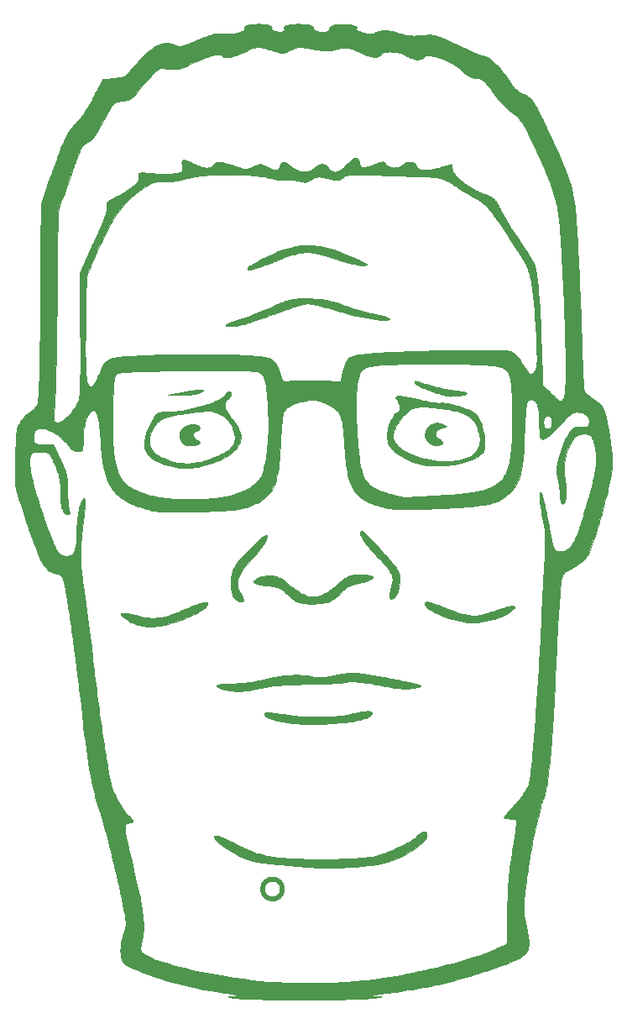
<source format=gbr>
G04 #@! TF.GenerationSoftware,KiCad,Pcbnew,(5.1.2)-1*
G04 #@! TF.CreationDate,2019-07-10T22:33:53-05:00*
G04 #@! TF.ProjectId,hank-hill-sao,68616e6b-2d68-4696-9c6c-2d73616f2e6b,rev?*
G04 #@! TF.SameCoordinates,Original*
G04 #@! TF.FileFunction,Legend,Top*
G04 #@! TF.FilePolarity,Positive*
%FSLAX46Y46*%
G04 Gerber Fmt 4.6, Leading zero omitted, Abs format (unit mm)*
G04 Created by KiCad (PCBNEW (5.1.2)-1) date 2019-07-10 22:33:53*
%MOMM*%
%LPD*%
G04 APERTURE LIST*
%ADD10C,0.010000*%
%ADD11C,0.500000*%
G04 APERTURE END LIST*
D10*
G36*
X-3175985Y49552324D02*
G01*
X-2959052Y49543369D01*
X-2759884Y49528577D01*
X-2579429Y49508120D01*
X-2418633Y49482166D01*
X-2278444Y49450885D01*
X-2159810Y49414446D01*
X-2063678Y49373020D01*
X-1990997Y49326776D01*
X-1957875Y49295473D01*
X-1930324Y49256684D01*
X-1919235Y49217557D01*
X-1923831Y49170802D01*
X-1939187Y49120452D01*
X-1951386Y49083847D01*
X-1954136Y49061100D01*
X-1947019Y49042332D01*
X-1935161Y49025202D01*
X-1885476Y48974975D01*
X-1813827Y48927264D01*
X-1723588Y48882847D01*
X-1618135Y48842502D01*
X-1500844Y48807006D01*
X-1375090Y48777137D01*
X-1244249Y48753673D01*
X-1111696Y48737390D01*
X-980806Y48729067D01*
X-854956Y48729481D01*
X-737520Y48739410D01*
X-711200Y48743257D01*
X-625812Y48763314D01*
X-547172Y48793888D01*
X-478395Y48832550D01*
X-422595Y48876873D01*
X-382885Y48924427D01*
X-362380Y48972785D01*
X-362892Y49014879D01*
X-364168Y49065401D01*
X-347665Y49124355D01*
X-316107Y49185179D01*
X-272218Y49241311D01*
X-266436Y49247237D01*
X-179899Y49317670D01*
X-70707Y49379202D01*
X59914Y49431580D01*
X210737Y49474554D01*
X380537Y49507871D01*
X568086Y49531282D01*
X772158Y49544533D01*
X991526Y49547374D01*
X1172404Y49542204D01*
X1397294Y49528598D01*
X1605237Y49509222D01*
X1794834Y49484316D01*
X1964689Y49454122D01*
X2113403Y49418878D01*
X2239579Y49378826D01*
X2320954Y49344642D01*
X2388402Y49306203D01*
X2431101Y49267734D01*
X2448905Y49229592D01*
X2441669Y49192135D01*
X2409249Y49155722D01*
X2400269Y49148979D01*
X2369864Y49118729D01*
X2362320Y49085997D01*
X2377925Y49048649D01*
X2416968Y49004549D01*
X2420208Y49001505D01*
X2480755Y48954453D01*
X2563792Y48904316D01*
X2666771Y48852266D01*
X2787142Y48799474D01*
X2922356Y48747110D01*
X3069861Y48696347D01*
X3117850Y48681067D01*
X3277059Y48633421D01*
X3416809Y48596347D01*
X3540442Y48569230D01*
X3651302Y48551455D01*
X3752732Y48542407D01*
X3848075Y48541472D01*
X3871543Y48542443D01*
X3961833Y48550945D01*
X4044175Y48568036D01*
X4125859Y48596048D01*
X4214178Y48637313D01*
X4279900Y48673087D01*
X4401844Y48737701D01*
X4516238Y48787830D01*
X4632945Y48827475D01*
X4715169Y48849630D01*
X4814667Y48871943D01*
X4910186Y48888174D01*
X5008671Y48899049D01*
X5117068Y48905294D01*
X5242323Y48907637D01*
X5270546Y48907700D01*
X5436417Y48903806D01*
X5602627Y48891718D01*
X5772308Y48870828D01*
X5948592Y48840527D01*
X6134612Y48800209D01*
X6333502Y48749264D01*
X6548392Y48687085D01*
X6773455Y48615997D01*
X6946521Y48560841D01*
X7101323Y48514886D01*
X7242854Y48477124D01*
X7376107Y48446547D01*
X7506075Y48422147D01*
X7637753Y48402915D01*
X7776133Y48387844D01*
X7926208Y48375926D01*
X7979808Y48372473D01*
X8133298Y48366641D01*
X8306104Y48366432D01*
X8492816Y48371662D01*
X8688021Y48382143D01*
X8886310Y48397692D01*
X8978900Y48406684D01*
X9170803Y48425746D01*
X9340526Y48440781D01*
X9490964Y48451799D01*
X9625013Y48458811D01*
X9745570Y48461828D01*
X9855531Y48460860D01*
X9957791Y48455917D01*
X10055248Y48447010D01*
X10150796Y48434149D01*
X10247333Y48417346D01*
X10277644Y48411392D01*
X10354094Y48394909D01*
X10432196Y48375679D01*
X10513408Y48353104D01*
X10599187Y48326585D01*
X10690992Y48295522D01*
X10790280Y48259317D01*
X10898509Y48217371D01*
X11017137Y48169084D01*
X11147622Y48113858D01*
X11291422Y48051094D01*
X11449994Y47980193D01*
X11624797Y47900555D01*
X11817288Y47811582D01*
X12028925Y47712676D01*
X12261166Y47603236D01*
X12369819Y47551797D01*
X12702515Y47395259D01*
X13021567Y47247473D01*
X13326219Y47108756D01*
X13615710Y46979426D01*
X13889284Y46859800D01*
X14146181Y46750198D01*
X14385644Y46650935D01*
X14606914Y46562331D01*
X14809233Y46484702D01*
X14991843Y46418367D01*
X15153985Y46363644D01*
X15294902Y46320849D01*
X15331395Y46310794D01*
X15409794Y46287638D01*
X15492100Y46259779D01*
X15568266Y46230790D01*
X15621000Y46207775D01*
X15779213Y46122252D01*
X15944858Y46013825D01*
X16116966Y45883564D01*
X16294570Y45732537D01*
X16476703Y45561812D01*
X16662397Y45372459D01*
X16850685Y45165544D01*
X17040598Y44942137D01*
X17231171Y44703307D01*
X17421435Y44450121D01*
X17610422Y44183648D01*
X17797166Y43904957D01*
X17980699Y43615116D01*
X18006088Y43573700D01*
X18066888Y43475819D01*
X18119811Y43395156D01*
X18168890Y43326495D01*
X18218158Y43264619D01*
X18271645Y43204310D01*
X18333384Y43140352D01*
X18366237Y43107706D01*
X18501558Y42981075D01*
X18635745Y42869793D01*
X18773843Y42770566D01*
X18920896Y42680103D01*
X19081948Y42595113D01*
X19262043Y42512302D01*
X19309799Y42491906D01*
X19473475Y42418717D01*
X19616162Y42344859D01*
X19742088Y42266873D01*
X19855482Y42181303D01*
X19960573Y42084691D01*
X20061589Y41973581D01*
X20162759Y41844514D01*
X20246755Y41725850D01*
X20297077Y41650626D01*
X20348462Y41570597D01*
X20401482Y41484653D01*
X20456708Y41391684D01*
X20514711Y41290579D01*
X20576063Y41180226D01*
X20641336Y41059515D01*
X20711101Y40927336D01*
X20785930Y40782577D01*
X20866394Y40624127D01*
X20953064Y40450877D01*
X21046512Y40261714D01*
X21147310Y40055529D01*
X21256028Y39831210D01*
X21373239Y39587647D01*
X21499514Y39323729D01*
X21635425Y39038345D01*
X21707104Y38887400D01*
X21872865Y38537307D01*
X22027900Y38208307D01*
X22172923Y37898813D01*
X22308647Y37607240D01*
X22435785Y37332003D01*
X22555049Y37071515D01*
X22667152Y36824190D01*
X22772808Y36588442D01*
X22872728Y36362686D01*
X22967627Y36145335D01*
X23058217Y35934804D01*
X23145211Y35729506D01*
X23229322Y35527856D01*
X23311263Y35328268D01*
X23350575Y35231391D01*
X23545330Y34734255D01*
X23721380Y34252213D01*
X23879147Y33783648D01*
X24019056Y33326944D01*
X24141530Y32880486D01*
X24246992Y32442657D01*
X24335867Y32011840D01*
X24408577Y31586419D01*
X24465548Y31164779D01*
X24497785Y30854650D01*
X24518807Y30613195D01*
X24540303Y30347171D01*
X24562234Y30057403D01*
X24584559Y29744717D01*
X24607241Y29409940D01*
X24630240Y29053895D01*
X24653517Y28677410D01*
X24677033Y28281309D01*
X24700748Y27866419D01*
X24724624Y27433564D01*
X24748621Y26983572D01*
X24772701Y26517267D01*
X24796824Y26035474D01*
X24820951Y25539021D01*
X24845044Y25028731D01*
X24869062Y24505432D01*
X24892967Y23969948D01*
X24916719Y23423106D01*
X24940281Y22865730D01*
X24963611Y22298647D01*
X24986673Y21722682D01*
X25009425Y21138661D01*
X25031830Y20547409D01*
X25053847Y19949753D01*
X25075439Y19346518D01*
X25096565Y18738528D01*
X25117187Y18126611D01*
X25137266Y17511592D01*
X25152312Y17037050D01*
X25163029Y16697664D01*
X25173206Y16382025D01*
X25182912Y16088487D01*
X25192217Y15815404D01*
X25201192Y15561131D01*
X25209905Y15324023D01*
X25218427Y15102433D01*
X25226827Y14894716D01*
X25235174Y14699225D01*
X25243539Y14514317D01*
X25251991Y14338344D01*
X25260601Y14169660D01*
X25269437Y14006622D01*
X25278569Y13847581D01*
X25288067Y13690894D01*
X25298001Y13534914D01*
X25305343Y13423900D01*
X25318925Y13230145D01*
X25332049Y13060948D01*
X25344807Y12915477D01*
X25357292Y12792895D01*
X25369596Y12692368D01*
X25381812Y12613062D01*
X25394032Y12554142D01*
X25406024Y12515564D01*
X25439448Y12456340D01*
X25494185Y12388216D01*
X25568379Y12312697D01*
X25660174Y12231290D01*
X25767714Y12145501D01*
X25889142Y12056838D01*
X26022602Y11966805D01*
X26166238Y11876911D01*
X26263600Y11819599D01*
X26443398Y11707325D01*
X26618544Y11580575D01*
X26785593Y11442566D01*
X26941097Y11296513D01*
X27081610Y11145635D01*
X27203685Y10993148D01*
X27295213Y10856743D01*
X27339684Y10772183D01*
X27385756Y10662938D01*
X27433271Y10529666D01*
X27482073Y10373023D01*
X27532005Y10193662D01*
X27582910Y9992242D01*
X27634631Y9769416D01*
X27687011Y9525841D01*
X27739892Y9262173D01*
X27793119Y8979066D01*
X27846534Y8677178D01*
X27899980Y8357164D01*
X27913385Y8274050D01*
X27971079Y7904828D01*
X28023174Y7552702D01*
X28069604Y7218347D01*
X28110304Y6902439D01*
X28145209Y6605653D01*
X28174252Y6328663D01*
X28197370Y6072146D01*
X28214495Y5836775D01*
X28225563Y5623227D01*
X28230508Y5432175D01*
X28229265Y5264296D01*
X28221768Y5120265D01*
X28220515Y5105400D01*
X28197710Y4884265D01*
X28166446Y4640930D01*
X28127113Y4377006D01*
X28080102Y4094103D01*
X28025801Y3793830D01*
X27964600Y3477798D01*
X27896889Y3147616D01*
X27823058Y2804895D01*
X27743496Y2451244D01*
X27658594Y2088273D01*
X27568740Y1717591D01*
X27474326Y1340810D01*
X27375739Y959539D01*
X27273371Y575387D01*
X27167611Y189964D01*
X27058848Y-195118D01*
X26947472Y-578252D01*
X26833874Y-957826D01*
X26718442Y-1332231D01*
X26601567Y-1699857D01*
X26492670Y-2032000D01*
X26383005Y-2356152D01*
X26277608Y-2657008D01*
X26176556Y-2934381D01*
X26079924Y-3188086D01*
X25987788Y-3417937D01*
X25900224Y-3623749D01*
X25817309Y-3805334D01*
X25739118Y-3962507D01*
X25665727Y-4095083D01*
X25616046Y-4174982D01*
X25549619Y-4263696D01*
X25462825Y-4360113D01*
X25358462Y-4461520D01*
X25239330Y-4565205D01*
X25108227Y-4668453D01*
X25102795Y-4672520D01*
X24974570Y-4766559D01*
X24853478Y-4851309D01*
X24734248Y-4930059D01*
X24611609Y-5006100D01*
X24480287Y-5082720D01*
X24335011Y-5163210D01*
X24205392Y-5232497D01*
X24033540Y-5325274D01*
X23883484Y-5410908D01*
X23753124Y-5490859D01*
X23640359Y-5566588D01*
X23543087Y-5639556D01*
X23459207Y-5711222D01*
X23386618Y-5783048D01*
X23343834Y-5831297D01*
X23291255Y-5896829D01*
X23246250Y-5960590D01*
X23207886Y-6025551D01*
X23175233Y-6094685D01*
X23147360Y-6170965D01*
X23123338Y-6257362D01*
X23102234Y-6356848D01*
X23083118Y-6472397D01*
X23065059Y-6606981D01*
X23047127Y-6763571D01*
X23044648Y-6786715D01*
X23021661Y-7012199D01*
X22998043Y-7262111D01*
X22973851Y-7535486D01*
X22949143Y-7831361D01*
X22923978Y-8148772D01*
X22898414Y-8486757D01*
X22872508Y-8844351D01*
X22846319Y-9220591D01*
X22819903Y-9614513D01*
X22793320Y-10025155D01*
X22766628Y-10451551D01*
X22739883Y-10892740D01*
X22713144Y-11347756D01*
X22686470Y-11815638D01*
X22659918Y-12295421D01*
X22633545Y-12786141D01*
X22607411Y-13286836D01*
X22581572Y-13796541D01*
X22556087Y-14314294D01*
X22531014Y-14839130D01*
X22506410Y-15370086D01*
X22482335Y-15906199D01*
X22458844Y-16446504D01*
X22447269Y-16719550D01*
X22413303Y-17500748D01*
X22378129Y-18256865D01*
X22341749Y-18987885D01*
X22304162Y-19693792D01*
X22265371Y-20374572D01*
X22225377Y-21030208D01*
X22184182Y-21660685D01*
X22141785Y-22265988D01*
X22098190Y-22846103D01*
X22053396Y-23401012D01*
X22007406Y-23930701D01*
X21960220Y-24435155D01*
X21911841Y-24914359D01*
X21862268Y-25368296D01*
X21811504Y-25796952D01*
X21759549Y-26200311D01*
X21706406Y-26578358D01*
X21652075Y-26931077D01*
X21596557Y-27258454D01*
X21543903Y-27539950D01*
X21507970Y-27717173D01*
X21473448Y-27874604D01*
X21438864Y-28017683D01*
X21402748Y-28151852D01*
X21363626Y-28282555D01*
X21320027Y-28415234D01*
X21270479Y-28555330D01*
X21265873Y-28567952D01*
X21196250Y-28766494D01*
X21123866Y-28988403D01*
X21049144Y-29231845D01*
X20972506Y-29494988D01*
X20894377Y-29775997D01*
X20815178Y-30073041D01*
X20735333Y-30384286D01*
X20655265Y-30707898D01*
X20575397Y-31042045D01*
X20496152Y-31384894D01*
X20417952Y-31734612D01*
X20341220Y-32089365D01*
X20266381Y-32447320D01*
X20193856Y-32806644D01*
X20124068Y-33165505D01*
X20057441Y-33522068D01*
X19994397Y-33874502D01*
X19935360Y-34220972D01*
X19880751Y-34559645D01*
X19875273Y-34594800D01*
X19869220Y-34634677D01*
X19859889Y-34697368D01*
X19847620Y-34780547D01*
X19832752Y-34881884D01*
X19815626Y-34999054D01*
X19796579Y-35129728D01*
X19775953Y-35271581D01*
X19754087Y-35422284D01*
X19731320Y-35579510D01*
X19707991Y-35740932D01*
X19702944Y-35775900D01*
X19653846Y-36117366D01*
X19608571Y-36435014D01*
X19566979Y-36730112D01*
X19528928Y-37003930D01*
X19494276Y-37257739D01*
X19462883Y-37492806D01*
X19434608Y-37710403D01*
X19409310Y-37911799D01*
X19386847Y-38098263D01*
X19367078Y-38271065D01*
X19349863Y-38431475D01*
X19335060Y-38580762D01*
X19322527Y-38720196D01*
X19312125Y-38851047D01*
X19303712Y-38974584D01*
X19297146Y-39092077D01*
X19292286Y-39204796D01*
X19288992Y-39314009D01*
X19287123Y-39420988D01*
X19286537Y-39522400D01*
X19287395Y-39669377D01*
X19290410Y-39804278D01*
X19296057Y-39930965D01*
X19304812Y-40053301D01*
X19317152Y-40175147D01*
X19333553Y-40300365D01*
X19354491Y-40432818D01*
X19380442Y-40576367D01*
X19411882Y-40734875D01*
X19449289Y-40912204D01*
X19469194Y-41003733D01*
X19505139Y-41167888D01*
X19536132Y-41309764D01*
X19562699Y-41431886D01*
X19585366Y-41536777D01*
X19604659Y-41626960D01*
X19621105Y-41704960D01*
X19635230Y-41773299D01*
X19647561Y-41834502D01*
X19658623Y-41891092D01*
X19668943Y-41945593D01*
X19679046Y-42000528D01*
X19689461Y-42058422D01*
X19691389Y-42069241D01*
X19718787Y-42227268D01*
X19740983Y-42365620D01*
X19758549Y-42489354D01*
X19772056Y-42603531D01*
X19782076Y-42713209D01*
X19789180Y-42823447D01*
X19793940Y-42939304D01*
X19795345Y-42989500D01*
X19797488Y-43095286D01*
X19797975Y-43180981D01*
X19796631Y-43251846D01*
X19793284Y-43313147D01*
X19787761Y-43370147D01*
X19781173Y-43419492D01*
X19752026Y-43571925D01*
X19710335Y-43714156D01*
X19654925Y-43847367D01*
X19584618Y-43972737D01*
X19498237Y-44091447D01*
X19394606Y-44204678D01*
X19272547Y-44313610D01*
X19130884Y-44419423D01*
X18968440Y-44523299D01*
X18784037Y-44626418D01*
X18576500Y-44729960D01*
X18389600Y-44815404D01*
X18171711Y-44908948D01*
X17930804Y-45007457D01*
X17668652Y-45110376D01*
X17387030Y-45217152D01*
X17087712Y-45327228D01*
X16772471Y-45440051D01*
X16443083Y-45555066D01*
X16101322Y-45671717D01*
X15748961Y-45789451D01*
X15387775Y-45907713D01*
X15019538Y-46025947D01*
X14646024Y-46143600D01*
X14269007Y-46260116D01*
X13890262Y-46374940D01*
X13511563Y-46487519D01*
X13134684Y-46597297D01*
X12761399Y-46703720D01*
X12393482Y-46806232D01*
X12032708Y-46904280D01*
X11680851Y-46997308D01*
X11339684Y-47084762D01*
X11010983Y-47166086D01*
X10696521Y-47240727D01*
X10462121Y-47293983D01*
X10168958Y-47357261D01*
X9853223Y-47421872D01*
X9517681Y-47487360D01*
X9165097Y-47553270D01*
X8798235Y-47619144D01*
X8419862Y-47684529D01*
X8032742Y-47748967D01*
X7639639Y-47812003D01*
X7243320Y-47873181D01*
X6846548Y-47932045D01*
X6452089Y-47988140D01*
X6062708Y-48041010D01*
X5681170Y-48090199D01*
X5486400Y-48114219D01*
X5229781Y-48145797D01*
X4998041Y-48175268D01*
X4790751Y-48202707D01*
X4607483Y-48228184D01*
X4447808Y-48251774D01*
X4311298Y-48273550D01*
X4197526Y-48293584D01*
X4106063Y-48311949D01*
X4036480Y-48328718D01*
X3988350Y-48343964D01*
X3961244Y-48357760D01*
X3954734Y-48370178D01*
X3957564Y-48374544D01*
X3971017Y-48382570D01*
X3996003Y-48390098D01*
X4034517Y-48397364D01*
X4088559Y-48404604D01*
X4160126Y-48412053D01*
X4251217Y-48419947D01*
X4363828Y-48428521D01*
X4489450Y-48437302D01*
X4615673Y-48446130D01*
X4718232Y-48453965D01*
X4798832Y-48461020D01*
X4859181Y-48467509D01*
X4900986Y-48473647D01*
X4925952Y-48479646D01*
X4935787Y-48485721D01*
X4932197Y-48492084D01*
X4931335Y-48492641D01*
X4909414Y-48499925D01*
X4865102Y-48509452D01*
X4801275Y-48520844D01*
X4720806Y-48533723D01*
X4626570Y-48547713D01*
X4521441Y-48562436D01*
X4408294Y-48577514D01*
X4290002Y-48592570D01*
X4169441Y-48607227D01*
X4049484Y-48621108D01*
X3933006Y-48633834D01*
X3822881Y-48645029D01*
X3721984Y-48654314D01*
X3663950Y-48659053D01*
X3505895Y-48669992D01*
X3323417Y-48680482D01*
X3117488Y-48690509D01*
X2889080Y-48700062D01*
X2639165Y-48709126D01*
X2368716Y-48717689D01*
X2078705Y-48725737D01*
X1770105Y-48733259D01*
X1443888Y-48740240D01*
X1101027Y-48746667D01*
X742493Y-48752529D01*
X369260Y-48757811D01*
X-17700Y-48762500D01*
X-417415Y-48766584D01*
X-828913Y-48770050D01*
X-1251220Y-48772884D01*
X-1683365Y-48775074D01*
X-2124375Y-48776606D01*
X-2573277Y-48777468D01*
X-3029100Y-48777646D01*
X-3490871Y-48777128D01*
X-3957617Y-48775900D01*
X-4428366Y-48773949D01*
X-4775200Y-48772054D01*
X-5135570Y-48769526D01*
X-5491510Y-48766328D01*
X-5841801Y-48762491D01*
X-6185229Y-48758046D01*
X-6520575Y-48753026D01*
X-6846622Y-48747461D01*
X-7162155Y-48741382D01*
X-7465954Y-48734822D01*
X-7756805Y-48727811D01*
X-8033489Y-48720381D01*
X-8294789Y-48712562D01*
X-8539490Y-48704387D01*
X-8766373Y-48695887D01*
X-8974221Y-48687093D01*
X-9161819Y-48678037D01*
X-9327948Y-48668749D01*
X-9471392Y-48659261D01*
X-9590933Y-48649606D01*
X-9614961Y-48647360D01*
X-9703696Y-48637872D01*
X-9800351Y-48625894D01*
X-9901857Y-48611961D01*
X-10005150Y-48596607D01*
X-10107161Y-48580368D01*
X-10204824Y-48563778D01*
X-10295074Y-48547372D01*
X-10374842Y-48531685D01*
X-10441062Y-48517251D01*
X-10490668Y-48504605D01*
X-10520592Y-48494283D01*
X-10528300Y-48488087D01*
X-10525302Y-48481773D01*
X-10514930Y-48475902D01*
X-10495118Y-48470216D01*
X-10463802Y-48464456D01*
X-10418915Y-48458363D01*
X-10358392Y-48451680D01*
X-10280168Y-48444148D01*
X-10182178Y-48435507D01*
X-10062355Y-48425501D01*
X-9964942Y-48417590D01*
X-9834805Y-48406405D01*
X-9729772Y-48395627D01*
X-9649557Y-48384918D01*
X-9593873Y-48373938D01*
X-9562436Y-48362346D01*
X-9554960Y-48349803D01*
X-9571159Y-48335968D01*
X-9610747Y-48320501D01*
X-9673439Y-48303063D01*
X-9758949Y-48283313D01*
X-9838198Y-48266715D01*
X-9891970Y-48256037D01*
X-9952060Y-48244614D01*
X-10019795Y-48232233D01*
X-10096504Y-48218677D01*
X-10183513Y-48203732D01*
X-10282149Y-48187184D01*
X-10393741Y-48168816D01*
X-10519615Y-48148415D01*
X-10661099Y-48125765D01*
X-10819519Y-48100652D01*
X-10996204Y-48072861D01*
X-11192481Y-48042176D01*
X-11409677Y-48008383D01*
X-11649119Y-47971267D01*
X-11912135Y-47930613D01*
X-11957050Y-47923680D01*
X-12157580Y-47892469D01*
X-12337575Y-47863841D01*
X-12501676Y-47836991D01*
X-12654522Y-47811110D01*
X-12800752Y-47785392D01*
X-12945004Y-47759030D01*
X-13091919Y-47731218D01*
X-13246135Y-47701148D01*
X-13314616Y-47687568D01*
X-13661085Y-47616468D01*
X-14011641Y-47540455D01*
X-14365214Y-47459895D01*
X-14720734Y-47375157D01*
X-15077130Y-47286605D01*
X-15433332Y-47194606D01*
X-15788269Y-47099528D01*
X-16140871Y-47001737D01*
X-16490068Y-46901599D01*
X-16834790Y-46799482D01*
X-17173965Y-46695750D01*
X-17506524Y-46590773D01*
X-17831397Y-46484915D01*
X-18147512Y-46378543D01*
X-18453800Y-46272025D01*
X-18749190Y-46165726D01*
X-19032612Y-46060013D01*
X-19302995Y-45955253D01*
X-19559269Y-45851813D01*
X-19800364Y-45750059D01*
X-20025210Y-45650358D01*
X-20232735Y-45553076D01*
X-20421870Y-45458580D01*
X-20591544Y-45367236D01*
X-20740688Y-45279412D01*
X-20868229Y-45195473D01*
X-20973099Y-45115786D01*
X-21054227Y-45040719D01*
X-21059765Y-45034810D01*
X-21141784Y-44928655D01*
X-21211579Y-44801091D01*
X-21269009Y-44653048D01*
X-21313936Y-44485459D01*
X-21346220Y-44299254D01*
X-21365721Y-44095366D01*
X-21372299Y-43874725D01*
X-21365815Y-43638263D01*
X-21346129Y-43386911D01*
X-21329101Y-43238538D01*
X-21291804Y-42995837D01*
X-21240156Y-42742264D01*
X-21173568Y-42475337D01*
X-21091451Y-42192573D01*
X-21050216Y-42062400D01*
X-21002255Y-41912381D01*
X-20962454Y-41782530D01*
X-20930007Y-41669250D01*
X-20904107Y-41568946D01*
X-20883947Y-41478020D01*
X-20868722Y-41392875D01*
X-20857623Y-41309915D01*
X-20849845Y-41225544D01*
X-20845142Y-41148000D01*
X-20842837Y-41085218D01*
X-20842156Y-41020785D01*
X-20843302Y-40953545D01*
X-20846477Y-40882342D01*
X-20851886Y-40806021D01*
X-20859730Y-40723426D01*
X-20870212Y-40633402D01*
X-20883537Y-40534793D01*
X-20899906Y-40426444D01*
X-20919523Y-40307199D01*
X-20942591Y-40175902D01*
X-20969313Y-40031399D01*
X-20999891Y-39872533D01*
X-21034529Y-39698149D01*
X-21073429Y-39507092D01*
X-21116795Y-39298205D01*
X-21164830Y-39070335D01*
X-21217737Y-38822324D01*
X-21275718Y-38553017D01*
X-21338976Y-38261259D01*
X-21407343Y-37947600D01*
X-21532675Y-37377332D01*
X-21656787Y-36819633D01*
X-21779526Y-36275111D01*
X-21900733Y-35744379D01*
X-22020255Y-35228045D01*
X-22137934Y-34726721D01*
X-22253615Y-34241016D01*
X-22367143Y-33771542D01*
X-22478360Y-33318908D01*
X-22587112Y-32883725D01*
X-22693242Y-32466604D01*
X-22796595Y-32068153D01*
X-22897014Y-31688985D01*
X-22994344Y-31329710D01*
X-23088429Y-30990937D01*
X-23179113Y-30673277D01*
X-23266241Y-30377341D01*
X-23349655Y-30103738D01*
X-23429202Y-29853080D01*
X-23504723Y-29625977D01*
X-23576064Y-29423038D01*
X-23603047Y-29349700D01*
X-23683508Y-29124755D01*
X-23762033Y-28886061D01*
X-23839018Y-28632111D01*
X-23914857Y-28361398D01*
X-23989947Y-28072415D01*
X-24064683Y-27763656D01*
X-24139461Y-27433613D01*
X-24214677Y-27080781D01*
X-24269030Y-26813264D01*
X-24390169Y-26183741D01*
X-24505988Y-25536850D01*
X-24616634Y-24871587D01*
X-24722252Y-24186951D01*
X-24822986Y-23481937D01*
X-24918982Y-22755543D01*
X-25010385Y-22006765D01*
X-25097341Y-21234600D01*
X-25152158Y-20713700D01*
X-25195333Y-20299781D01*
X-25242197Y-19864677D01*
X-25292293Y-19412263D01*
X-25345163Y-18946413D01*
X-25400348Y-18471001D01*
X-25457392Y-17989902D01*
X-25515835Y-17506990D01*
X-25575221Y-17026139D01*
X-25635090Y-16551223D01*
X-25694986Y-16086118D01*
X-25736869Y-15767050D01*
X-25751942Y-15653515D01*
X-25770150Y-15516952D01*
X-25791206Y-15359496D01*
X-25814821Y-15183288D01*
X-25840704Y-14990465D01*
X-25868568Y-14783165D01*
X-25898123Y-14563527D01*
X-25929082Y-14333689D01*
X-25961153Y-14095789D01*
X-25994050Y-13851966D01*
X-26027483Y-13604358D01*
X-26061163Y-13355102D01*
X-26094801Y-13106339D01*
X-26128108Y-12860205D01*
X-26160796Y-12618839D01*
X-26192575Y-12384380D01*
X-26223157Y-12158965D01*
X-26252252Y-11944734D01*
X-26279573Y-11743823D01*
X-26304829Y-11558372D01*
X-26327732Y-11390519D01*
X-26347994Y-11242402D01*
X-26359716Y-11156950D01*
X-26418343Y-10731923D01*
X-26474119Y-10331356D01*
X-26527197Y-9954484D01*
X-26577732Y-9600546D01*
X-26625875Y-9268778D01*
X-26671780Y-8958417D01*
X-26715600Y-8668701D01*
X-26757488Y-8398866D01*
X-26797597Y-8148150D01*
X-26836080Y-7915789D01*
X-26873091Y-7701022D01*
X-26908783Y-7503084D01*
X-26943308Y-7321214D01*
X-26976819Y-7154647D01*
X-27009470Y-7002622D01*
X-27041414Y-6864376D01*
X-27072804Y-6739145D01*
X-27103793Y-6626166D01*
X-27134535Y-6524678D01*
X-27165181Y-6433916D01*
X-27195886Y-6353118D01*
X-27226802Y-6281521D01*
X-27258082Y-6218362D01*
X-27289881Y-6162879D01*
X-27322350Y-6114308D01*
X-27355642Y-6071886D01*
X-27387028Y-6037738D01*
X-27421821Y-6004596D01*
X-27456181Y-5977228D01*
X-27493884Y-5954078D01*
X-27538703Y-5933595D01*
X-27594414Y-5914224D01*
X-27664792Y-5894412D01*
X-27753611Y-5872604D01*
X-27832050Y-5854580D01*
X-28009654Y-5810414D01*
X-28165685Y-5762352D01*
X-28303889Y-5708495D01*
X-28428016Y-5646946D01*
X-28541813Y-5575807D01*
X-28649027Y-5493180D01*
X-28753406Y-5397167D01*
X-28771850Y-5378654D01*
X-28850571Y-5294075D01*
X-28929030Y-5200208D01*
X-29007632Y-5096177D01*
X-29086783Y-4981107D01*
X-29166888Y-4854122D01*
X-29248353Y-4714347D01*
X-29331582Y-4560906D01*
X-29416980Y-4392924D01*
X-29504954Y-4209525D01*
X-29595908Y-4009833D01*
X-29690247Y-3792973D01*
X-29788378Y-3558070D01*
X-29890704Y-3304247D01*
X-29997632Y-3030630D01*
X-30109566Y-2736343D01*
X-30226912Y-2420510D01*
X-30350075Y-2082256D01*
X-30479460Y-1720706D01*
X-30526643Y-1587500D01*
X-30642486Y-1258331D01*
X-30755702Y-934056D01*
X-30865790Y-616175D01*
X-30972251Y-306191D01*
X-31074584Y-5608D01*
X-31172290Y284074D01*
X-31264867Y561352D01*
X-31351818Y824722D01*
X-31432640Y1072683D01*
X-31506834Y1303733D01*
X-31573901Y1516369D01*
X-31633339Y1709088D01*
X-31684649Y1880388D01*
X-31710248Y1968500D01*
X-31760903Y2146760D01*
X-31804494Y2304209D01*
X-31841664Y2444237D01*
X-31873055Y2570236D01*
X-31899311Y2685597D01*
X-31921074Y2793712D01*
X-31938986Y2897972D01*
X-31953690Y3001769D01*
X-31965828Y3108492D01*
X-31976044Y3221535D01*
X-31984979Y3344288D01*
X-31991792Y3454400D01*
X-31994963Y3524828D01*
X-31997682Y3617685D01*
X-31999949Y3730006D01*
X-32001763Y3858826D01*
X-32003125Y4001178D01*
X-32004033Y4154096D01*
X-32004487Y4314614D01*
X-32004487Y4479767D01*
X-32004032Y4646589D01*
X-32003122Y4812113D01*
X-32001756Y4973374D01*
X-31999935Y5127405D01*
X-31997657Y5271241D01*
X-31994923Y5401916D01*
X-31993306Y5460880D01*
X-30541203Y5460880D01*
X-30539738Y5378450D01*
X-30532047Y5193067D01*
X-30517787Y5004417D01*
X-30496459Y4808611D01*
X-30467561Y4601758D01*
X-30430595Y4379966D01*
X-30385060Y4139346D01*
X-30372463Y4076700D01*
X-30317427Y3816515D01*
X-30256308Y3548019D01*
X-30188783Y3270173D01*
X-30114534Y2981932D01*
X-30033238Y2682255D01*
X-29944576Y2370099D01*
X-29848226Y2044422D01*
X-29743869Y1704181D01*
X-29631183Y1348334D01*
X-29509848Y975838D01*
X-29379544Y585651D01*
X-29239949Y176730D01*
X-29090744Y-251966D01*
X-28931607Y-701481D01*
X-28762218Y-1172856D01*
X-28733934Y-1250950D01*
X-28630934Y-1533319D01*
X-28534945Y-1792731D01*
X-28445415Y-2030477D01*
X-28361790Y-2247846D01*
X-28283518Y-2446130D01*
X-28210044Y-2626619D01*
X-28140817Y-2790603D01*
X-28075282Y-2939372D01*
X-28012887Y-3074217D01*
X-27953079Y-3196429D01*
X-27895303Y-3307297D01*
X-27839007Y-3408113D01*
X-27783639Y-3500166D01*
X-27742027Y-3564776D01*
X-27648205Y-3695425D01*
X-27554207Y-3802825D01*
X-27456894Y-3888578D01*
X-27353130Y-3954280D01*
X-27239778Y-4001533D01*
X-27113702Y-4031934D01*
X-26971763Y-4047084D01*
X-26810824Y-4048581D01*
X-26794046Y-4048058D01*
X-26670577Y-4040643D01*
X-26566948Y-4026641D01*
X-26478106Y-4004506D01*
X-26398997Y-3972693D01*
X-26324568Y-3929656D01*
X-26265313Y-3886356D01*
X-26187040Y-3813489D01*
X-26116885Y-3724519D01*
X-26054511Y-3618396D01*
X-25999582Y-3494066D01*
X-25951761Y-3350476D01*
X-25910714Y-3186574D01*
X-25876103Y-3001308D01*
X-25847593Y-2793625D01*
X-25824848Y-2562472D01*
X-25819157Y-2489200D01*
X-25816122Y-2438226D01*
X-25812792Y-2365370D01*
X-25809280Y-2274149D01*
X-25805701Y-2168076D01*
X-25802166Y-2050667D01*
X-25798789Y-1925438D01*
X-25795683Y-1795903D01*
X-25793421Y-1689100D01*
X-25790645Y-1559538D01*
X-25787534Y-1432133D01*
X-25784196Y-1310278D01*
X-25780740Y-1197368D01*
X-25777275Y-1096797D01*
X-25773911Y-1011958D01*
X-25770756Y-946245D01*
X-25768327Y-908050D01*
X-25741332Y-607973D01*
X-25707762Y-313822D01*
X-25668115Y-28406D01*
X-25622888Y245466D01*
X-25572579Y504983D01*
X-25517686Y747336D01*
X-25458707Y969714D01*
X-25405057Y1142955D01*
X-25360514Y1267971D01*
X-25314056Y1383145D01*
X-25266821Y1486558D01*
X-25219948Y1576288D01*
X-25174574Y1650415D01*
X-25131836Y1707020D01*
X-25092873Y1744181D01*
X-25058822Y1759978D01*
X-25040552Y1758153D01*
X-25018077Y1736445D01*
X-25000269Y1690323D01*
X-24987127Y1619733D01*
X-24978652Y1524618D01*
X-24974844Y1404925D01*
X-24975704Y1260598D01*
X-24981231Y1091582D01*
X-24991426Y897822D01*
X-25006290Y679263D01*
X-25025823Y435849D01*
X-25050025Y167527D01*
X-25051458Y152400D01*
X-25062191Y42774D01*
X-25075771Y-90216D01*
X-25091993Y-244715D01*
X-25110655Y-418869D01*
X-25131552Y-610825D01*
X-25154480Y-818730D01*
X-25179234Y-1040729D01*
X-25205610Y-1274970D01*
X-25233405Y-1519600D01*
X-25262414Y-1772764D01*
X-25285740Y-1974850D01*
X-25311688Y-2201128D01*
X-25334451Y-2404918D01*
X-25354223Y-2588908D01*
X-25371199Y-2755782D01*
X-25385575Y-2908228D01*
X-25397545Y-3048932D01*
X-25407304Y-3180580D01*
X-25415046Y-3305858D01*
X-25420966Y-3427453D01*
X-25425260Y-3548052D01*
X-25428121Y-3670341D01*
X-25429746Y-3797006D01*
X-25430328Y-3930733D01*
X-25430331Y-3968750D01*
X-25430058Y-4072602D01*
X-25429298Y-4172499D01*
X-25427921Y-4269666D01*
X-25425796Y-4365324D01*
X-25422794Y-4460699D01*
X-25418784Y-4557013D01*
X-25413635Y-4655491D01*
X-25407217Y-4757355D01*
X-25399399Y-4863829D01*
X-25390052Y-4976138D01*
X-25379043Y-5095504D01*
X-25366244Y-5223151D01*
X-25351524Y-5360303D01*
X-25334751Y-5508184D01*
X-25315797Y-5668016D01*
X-25294529Y-5841024D01*
X-25270819Y-6028431D01*
X-25244535Y-6231461D01*
X-25215547Y-6451337D01*
X-25183724Y-6689284D01*
X-25148937Y-6946523D01*
X-25111054Y-7224280D01*
X-25069945Y-7523778D01*
X-25025480Y-7846240D01*
X-24988271Y-8115300D01*
X-24890657Y-8826010D01*
X-24796991Y-9519219D01*
X-24707401Y-10193945D01*
X-24622011Y-10849210D01*
X-24540947Y-11484032D01*
X-24464335Y-12097433D01*
X-24392300Y-12688431D01*
X-24324969Y-13256048D01*
X-24288606Y-13569950D01*
X-24231855Y-14060268D01*
X-24173786Y-14553982D01*
X-24114525Y-15050225D01*
X-24054196Y-15548128D01*
X-23992924Y-16046826D01*
X-23930832Y-16545452D01*
X-23868047Y-17043138D01*
X-23804691Y-17539017D01*
X-23740891Y-18032223D01*
X-23676769Y-18521888D01*
X-23612452Y-19007145D01*
X-23548063Y-19487129D01*
X-23483728Y-19960970D01*
X-23419570Y-20427803D01*
X-23355714Y-20886761D01*
X-23292285Y-21336976D01*
X-23229408Y-21777581D01*
X-23167206Y-22207710D01*
X-23105805Y-22626496D01*
X-23045329Y-23033071D01*
X-22985903Y-23426569D01*
X-22927651Y-23806123D01*
X-22870697Y-24170865D01*
X-22815168Y-24519928D01*
X-22761186Y-24852446D01*
X-22708876Y-25167552D01*
X-22658364Y-25464379D01*
X-22609773Y-25742059D01*
X-22563228Y-25999726D01*
X-22518855Y-26236512D01*
X-22476776Y-26451552D01*
X-22437118Y-26643977D01*
X-22400004Y-26812920D01*
X-22365559Y-26957516D01*
X-22364410Y-26962100D01*
X-22308791Y-27160011D01*
X-22237877Y-27373733D01*
X-22153199Y-27600049D01*
X-22056288Y-27835742D01*
X-21948676Y-28077595D01*
X-21831892Y-28322392D01*
X-21707470Y-28566916D01*
X-21576938Y-28807950D01*
X-21441830Y-29042277D01*
X-21303675Y-29266681D01*
X-21173561Y-29464000D01*
X-21101296Y-29568848D01*
X-21037047Y-29659613D01*
X-20977554Y-29740214D01*
X-20919555Y-29814572D01*
X-20859792Y-29886606D01*
X-20795004Y-29960237D01*
X-20721931Y-30039385D01*
X-20637311Y-30127969D01*
X-20537886Y-30229911D01*
X-20529255Y-30238700D01*
X-20431446Y-30339368D01*
X-20350903Y-30425081D01*
X-20286101Y-30497977D01*
X-20235517Y-30560190D01*
X-20197625Y-30613857D01*
X-20170901Y-30661113D01*
X-20153820Y-30704096D01*
X-20144859Y-30744941D01*
X-20142479Y-30780650D01*
X-20148969Y-30830232D01*
X-20170253Y-30870530D01*
X-20208197Y-30902493D01*
X-20264666Y-30927065D01*
X-20341525Y-30945195D01*
X-20440636Y-30957828D01*
X-20500579Y-30962474D01*
X-20602677Y-30971398D01*
X-20683208Y-30984485D01*
X-20745877Y-31003387D01*
X-20794392Y-31029753D01*
X-20832461Y-31065234D01*
X-20863790Y-31111481D01*
X-20872643Y-31128123D01*
X-20895134Y-31179885D01*
X-20911363Y-31236313D01*
X-20921870Y-31301769D01*
X-20927199Y-31380610D01*
X-20927891Y-31477199D01*
X-20925938Y-31556785D01*
X-20922347Y-31635199D01*
X-20916594Y-31717376D01*
X-20908443Y-31804470D01*
X-20897657Y-31897636D01*
X-20883998Y-31998027D01*
X-20867230Y-32106799D01*
X-20847116Y-32225105D01*
X-20823418Y-32354101D01*
X-20795899Y-32494941D01*
X-20764323Y-32648779D01*
X-20728452Y-32816770D01*
X-20688049Y-33000067D01*
X-20642876Y-33199827D01*
X-20592698Y-33417202D01*
X-20537277Y-33653348D01*
X-20476375Y-33909419D01*
X-20409755Y-34186569D01*
X-20337182Y-34485953D01*
X-20258416Y-34808725D01*
X-20256379Y-34817050D01*
X-20143988Y-35278581D01*
X-20038475Y-35716761D01*
X-19939645Y-36132636D01*
X-19847303Y-36527250D01*
X-19761251Y-36901646D01*
X-19681294Y-37256870D01*
X-19607237Y-37593966D01*
X-19538882Y-37913979D01*
X-19476034Y-38217952D01*
X-19418497Y-38506931D01*
X-19366074Y-38781959D01*
X-19318571Y-39044082D01*
X-19275790Y-39294343D01*
X-19237536Y-39533788D01*
X-19203613Y-39763460D01*
X-19173825Y-39984404D01*
X-19147976Y-40197664D01*
X-19125869Y-40404286D01*
X-19107309Y-40605312D01*
X-19092100Y-40801789D01*
X-19080045Y-40994760D01*
X-19073841Y-41118103D01*
X-19065762Y-41446901D01*
X-19072714Y-41760082D01*
X-19095200Y-42062862D01*
X-19133721Y-42360459D01*
X-19188782Y-42658091D01*
X-19245906Y-42902995D01*
X-19281173Y-43049992D01*
X-19307475Y-43179620D01*
X-19325612Y-43297961D01*
X-19336381Y-43411096D01*
X-19340581Y-43525104D01*
X-19339821Y-43618150D01*
X-19337590Y-43693901D01*
X-19334707Y-43749673D01*
X-19330395Y-43790885D01*
X-19323876Y-43822957D01*
X-19314371Y-43851309D01*
X-19302447Y-43878500D01*
X-19251820Y-43961114D01*
X-19176419Y-44046028D01*
X-19076750Y-44133081D01*
X-18953317Y-44222114D01*
X-18806629Y-44312969D01*
X-18637189Y-44405484D01*
X-18445506Y-44499500D01*
X-18232084Y-44594859D01*
X-17997429Y-44691400D01*
X-17742048Y-44788965D01*
X-17466447Y-44887392D01*
X-17171131Y-44986524D01*
X-16856608Y-45086199D01*
X-16523382Y-45186260D01*
X-16171960Y-45286546D01*
X-15802848Y-45386898D01*
X-15416552Y-45487156D01*
X-15013578Y-45587160D01*
X-14594432Y-45686752D01*
X-14159620Y-45785771D01*
X-13709648Y-45884059D01*
X-13245022Y-45981455D01*
X-12766248Y-46077800D01*
X-12273833Y-46172935D01*
X-11768282Y-46266699D01*
X-11671300Y-46284254D01*
X-10759871Y-46441664D01*
X-9864586Y-46582187D01*
X-8982860Y-46706089D01*
X-8112105Y-46813640D01*
X-7249737Y-46905108D01*
X-6393169Y-46980759D01*
X-5539814Y-47040862D01*
X-4687087Y-47085685D01*
X-3832402Y-47115497D01*
X-3594100Y-47121154D01*
X-3495130Y-47122849D01*
X-3374167Y-47124233D01*
X-3234615Y-47125311D01*
X-3079879Y-47126091D01*
X-2913364Y-47126578D01*
X-2738475Y-47126778D01*
X-2558616Y-47126698D01*
X-2377193Y-47126344D01*
X-2197610Y-47125722D01*
X-2023271Y-47124837D01*
X-1857581Y-47123697D01*
X-1703946Y-47122308D01*
X-1565770Y-47120675D01*
X-1446458Y-47118805D01*
X-1365250Y-47117103D01*
X-943098Y-47105357D01*
X-512171Y-47090511D01*
X-76653Y-47072789D01*
X359274Y-47052414D01*
X791427Y-47029609D01*
X1215623Y-47004595D01*
X1627679Y-46977597D01*
X2023414Y-46948837D01*
X2398644Y-46918538D01*
X2457450Y-46913480D01*
X2980555Y-46864160D01*
X3518112Y-46805913D01*
X4068431Y-46739113D01*
X4629821Y-46664140D01*
X5200594Y-46581368D01*
X5779059Y-46491174D01*
X6363525Y-46393936D01*
X6952303Y-46290030D01*
X7543704Y-46179833D01*
X8136036Y-46063721D01*
X8727611Y-45942072D01*
X9316737Y-45815261D01*
X9901726Y-45683666D01*
X10480887Y-45547664D01*
X11052530Y-45407630D01*
X11614966Y-45263942D01*
X12166503Y-45116977D01*
X12705454Y-44967111D01*
X13230126Y-44814721D01*
X13738831Y-44660183D01*
X14229878Y-44503875D01*
X14701577Y-44346172D01*
X15152239Y-44187453D01*
X15580174Y-44028093D01*
X15817850Y-43935299D01*
X15899550Y-43902648D01*
X15978907Y-43870543D01*
X16058212Y-43837997D01*
X16139753Y-43804021D01*
X16225820Y-43767628D01*
X16318703Y-43727831D01*
X16420692Y-43683642D01*
X16534075Y-43634074D01*
X16661142Y-43578139D01*
X16804183Y-43514850D01*
X16965487Y-43443220D01*
X17147345Y-43362260D01*
X17173540Y-43350587D01*
X17627530Y-43148250D01*
X17627962Y-42868850D01*
X17628280Y-42733179D01*
X17628831Y-42581215D01*
X17629598Y-42414789D01*
X17630565Y-42235736D01*
X17631713Y-42045890D01*
X17633026Y-41847084D01*
X17634488Y-41641151D01*
X17636080Y-41429926D01*
X17637787Y-41215243D01*
X17639591Y-40998934D01*
X17641476Y-40782833D01*
X17643424Y-40568775D01*
X17645419Y-40358593D01*
X17647443Y-40154120D01*
X17649479Y-39957191D01*
X17651511Y-39769639D01*
X17653522Y-39593297D01*
X17655495Y-39430000D01*
X17657412Y-39281580D01*
X17659257Y-39149873D01*
X17661013Y-39036711D01*
X17662664Y-38943928D01*
X17664191Y-38873357D01*
X17665229Y-38836600D01*
X17685676Y-38296985D01*
X17710339Y-37781082D01*
X17739322Y-37287536D01*
X17772731Y-36814993D01*
X17810672Y-36362099D01*
X17853250Y-35927501D01*
X17900570Y-35509844D01*
X17952737Y-35107774D01*
X17958740Y-35064700D01*
X17965549Y-35018328D01*
X17976041Y-34949779D01*
X17989755Y-34861936D01*
X18006231Y-34757682D01*
X18025011Y-34639899D01*
X18045635Y-34511470D01*
X18067644Y-34375278D01*
X18090577Y-34234207D01*
X18110523Y-34112200D01*
X18170803Y-33742271D01*
X18226357Y-33396750D01*
X18277262Y-33075103D01*
X18323592Y-32776795D01*
X18365424Y-32501292D01*
X18402831Y-32248061D01*
X18435890Y-32016565D01*
X18464676Y-31806272D01*
X18489264Y-31616647D01*
X18509729Y-31447156D01*
X18526146Y-31297264D01*
X18538592Y-31166436D01*
X18547140Y-31054140D01*
X18550803Y-30987247D01*
X18553220Y-30886022D01*
X18550036Y-30805780D01*
X18540548Y-30742583D01*
X18524052Y-30692490D01*
X18499848Y-30651563D01*
X18488407Y-30637510D01*
X18467268Y-30616073D01*
X18443353Y-30598582D01*
X18413800Y-30584516D01*
X18375749Y-30573354D01*
X18326338Y-30564576D01*
X18262704Y-30557661D01*
X18181987Y-30552090D01*
X18081325Y-30547340D01*
X17970500Y-30543312D01*
X17803397Y-30535938D01*
X17661219Y-30525765D01*
X17543638Y-30512731D01*
X17450324Y-30496772D01*
X17380951Y-30477826D01*
X17335190Y-30455832D01*
X17312714Y-30430726D01*
X17310100Y-30417598D01*
X17318954Y-30389545D01*
X17345326Y-30343721D01*
X17388932Y-30280471D01*
X17449487Y-30200140D01*
X17526704Y-30103073D01*
X17620300Y-29989616D01*
X17729988Y-29860114D01*
X17855485Y-29714911D01*
X17996505Y-29554353D01*
X18152762Y-29378785D01*
X18323972Y-29188552D01*
X18339040Y-29171900D01*
X18451050Y-29047837D01*
X18548181Y-28939431D01*
X18632889Y-28843772D01*
X18707629Y-28757949D01*
X18774856Y-28679053D01*
X18837026Y-28604174D01*
X18896593Y-28530401D01*
X18956012Y-28454826D01*
X19017740Y-28374538D01*
X19069746Y-28305872D01*
X19217212Y-28105033D01*
X19351602Y-27911475D01*
X19471959Y-27726788D01*
X19577326Y-27552558D01*
X19666746Y-27390375D01*
X19739263Y-27241826D01*
X19793920Y-27108500D01*
X19798145Y-27096696D01*
X19819287Y-27029021D01*
X19840574Y-26945005D01*
X19862173Y-26843583D01*
X19884255Y-26723689D01*
X19906988Y-26584256D01*
X19930544Y-26424219D01*
X19955091Y-26242511D01*
X19980798Y-26038066D01*
X20007836Y-25809819D01*
X20020551Y-25698450D01*
X20053780Y-25395832D01*
X20087865Y-25068938D01*
X20122730Y-24718873D01*
X20158300Y-24346745D01*
X20194500Y-23953660D01*
X20231254Y-23540724D01*
X20268489Y-23109043D01*
X20306128Y-22659724D01*
X20344096Y-22193873D01*
X20382318Y-21712597D01*
X20420720Y-21217002D01*
X20459226Y-20708195D01*
X20497760Y-20187281D01*
X20536249Y-19655368D01*
X20574615Y-19113561D01*
X20612786Y-18562967D01*
X20650684Y-18004693D01*
X20688236Y-17439845D01*
X20725366Y-16869530D01*
X20761999Y-16294852D01*
X20798060Y-15716920D01*
X20833473Y-15136840D01*
X20868164Y-14555717D01*
X20902057Y-13974659D01*
X20935078Y-13394772D01*
X20967151Y-12817161D01*
X20998200Y-12242935D01*
X21028152Y-11673198D01*
X21056930Y-11109057D01*
X21084460Y-10551619D01*
X21110666Y-10001991D01*
X21135474Y-9461277D01*
X21158096Y-8947150D01*
X21171950Y-8630083D01*
X21185900Y-8320993D01*
X21200093Y-8017147D01*
X21214676Y-7715817D01*
X21229796Y-7414269D01*
X21245599Y-7109775D01*
X21262233Y-6799603D01*
X21279845Y-6481022D01*
X21298581Y-6151301D01*
X21318588Y-5807710D01*
X21340013Y-5447519D01*
X21363004Y-5067995D01*
X21387706Y-4666409D01*
X21392772Y-4584700D01*
X21405593Y-4377683D01*
X21416893Y-4193548D01*
X21426770Y-4029828D01*
X21435320Y-3884057D01*
X21442637Y-3753768D01*
X21448818Y-3636494D01*
X21453958Y-3529769D01*
X21458154Y-3431125D01*
X21461501Y-3338097D01*
X21464094Y-3248217D01*
X21466030Y-3159018D01*
X21467404Y-3068035D01*
X21468313Y-2972800D01*
X21468851Y-2870847D01*
X21469115Y-2759709D01*
X21469201Y-2636920D01*
X21469204Y-2616200D01*
X21469078Y-2454535D01*
X21468610Y-2315412D01*
X21467728Y-2195972D01*
X21466363Y-2093357D01*
X21464444Y-2004711D01*
X21461900Y-1927175D01*
X21458660Y-1857892D01*
X21454654Y-1794004D01*
X21449811Y-1732654D01*
X21446434Y-1695450D01*
X21431526Y-1546522D01*
X21415602Y-1405856D01*
X21397997Y-1269414D01*
X21378044Y-1133158D01*
X21355078Y-993050D01*
X21328431Y-845054D01*
X21297437Y-685133D01*
X21261431Y-509248D01*
X21219746Y-313363D01*
X21213773Y-285750D01*
X21127883Y128134D01*
X21052805Y527963D01*
X20987091Y921927D01*
X20929291Y1318215D01*
X20927221Y1333500D01*
X20917031Y1423447D01*
X20908807Y1525231D01*
X20902577Y1634881D01*
X20898369Y1748426D01*
X20896209Y1861894D01*
X20896125Y1971315D01*
X20898144Y2072718D01*
X20902292Y2162131D01*
X20908597Y2235583D01*
X20917086Y2289104D01*
X20920604Y2302477D01*
X20939710Y2352884D01*
X20959639Y2380496D01*
X20981498Y2384957D01*
X21006395Y2365910D01*
X21035439Y2322999D01*
X21069737Y2255867D01*
X21070495Y2254250D01*
X21104728Y2174377D01*
X21140726Y2076901D01*
X21178615Y1961284D01*
X21218517Y1826984D01*
X21260559Y1673460D01*
X21304863Y1500173D01*
X21351553Y1306581D01*
X21400755Y1092144D01*
X21452591Y856320D01*
X21507186Y598570D01*
X21564664Y318353D01*
X21625150Y15128D01*
X21688767Y-311646D01*
X21755640Y-662509D01*
X21824166Y-1028700D01*
X21876105Y-1307079D01*
X21924222Y-1561649D01*
X21968824Y-1793658D01*
X22010224Y-2004359D01*
X22048731Y-2195002D01*
X22084656Y-2366838D01*
X22118310Y-2521117D01*
X22150001Y-2659091D01*
X22180042Y-2782011D01*
X22208742Y-2891126D01*
X22236411Y-2987689D01*
X22263360Y-3072950D01*
X22289900Y-3148159D01*
X22316340Y-3214569D01*
X22342991Y-3273428D01*
X22370163Y-3325989D01*
X22398167Y-3373502D01*
X22410805Y-3393090D01*
X22457588Y-3455378D01*
X22508433Y-3504346D01*
X22567409Y-3541957D01*
X22638584Y-3570176D01*
X22726027Y-3590966D01*
X22833806Y-3606289D01*
X22857847Y-3608839D01*
X23031398Y-3615319D01*
X23200994Y-3599872D01*
X23363436Y-3563230D01*
X23515526Y-3506124D01*
X23654067Y-3429287D01*
X23660100Y-3425264D01*
X23784892Y-3331464D01*
X23905842Y-3220074D01*
X24023559Y-3090160D01*
X24138656Y-2940783D01*
X24251742Y-2771007D01*
X24363430Y-2579895D01*
X24474330Y-2366511D01*
X24585053Y-2129917D01*
X24696211Y-1869176D01*
X24730434Y-1784350D01*
X24785126Y-1645117D01*
X24838636Y-1504616D01*
X24891561Y-1360985D01*
X24944500Y-1212361D01*
X24998051Y-1056884D01*
X25052812Y-892691D01*
X25109381Y-717920D01*
X25168356Y-530709D01*
X25230336Y-329197D01*
X25295918Y-111522D01*
X25365700Y124179D01*
X25440282Y379767D01*
X25520260Y657104D01*
X25565280Y814383D01*
X25681222Y1222352D01*
X25789364Y1607296D01*
X25889886Y1970301D01*
X25982971Y2312456D01*
X26068798Y2634847D01*
X26147551Y2938563D01*
X26219409Y3224689D01*
X26284555Y3494315D01*
X26343170Y3748527D01*
X26395435Y3988413D01*
X26441532Y4215060D01*
X26481641Y4429556D01*
X26515944Y4632989D01*
X26544623Y4826445D01*
X26567859Y5011012D01*
X26585833Y5187777D01*
X26598727Y5357829D01*
X26606722Y5522254D01*
X26609999Y5682140D01*
X26608739Y5838574D01*
X26603125Y5992645D01*
X26593337Y6145438D01*
X26579556Y6298042D01*
X26561965Y6451545D01*
X26540744Y6607033D01*
X26536297Y6637018D01*
X26498060Y6873980D01*
X26457930Y7086985D01*
X26415491Y7277434D01*
X26370325Y7446727D01*
X26322013Y7596266D01*
X26270139Y7727450D01*
X26214284Y7841680D01*
X26154031Y7940356D01*
X26142703Y7956550D01*
X26058674Y8056994D01*
X25964194Y8136723D01*
X25857833Y8196297D01*
X25738162Y8236273D01*
X25603751Y8257211D01*
X25453169Y8259669D01*
X25379182Y8254846D01*
X25272293Y8242427D01*
X25156651Y8223783D01*
X25040818Y8200625D01*
X24933356Y8174662D01*
X24843767Y8147924D01*
X24741263Y8107850D01*
X24646454Y8059129D01*
X24557771Y7999959D01*
X24473641Y7928538D01*
X24392493Y7843067D01*
X24312758Y7741742D01*
X24232864Y7622762D01*
X24151241Y7484327D01*
X24066316Y7324635D01*
X23988686Y7167344D01*
X23864946Y6901146D01*
X23757200Y6650912D01*
X23664617Y6413575D01*
X23586367Y6186069D01*
X23521622Y5965328D01*
X23469551Y5748285D01*
X23429324Y5531874D01*
X23400111Y5313030D01*
X23381083Y5088685D01*
X23372245Y4889500D01*
X23370009Y4748711D01*
X23371223Y4607185D01*
X23376130Y4461894D01*
X23384971Y4309808D01*
X23397989Y4147899D01*
X23415425Y3973139D01*
X23437522Y3782499D01*
X23464522Y3572951D01*
X23495048Y3352800D01*
X23509128Y3251728D01*
X23522697Y3150037D01*
X23535086Y3053065D01*
X23545627Y2966153D01*
X23553651Y2894637D01*
X23557890Y2851150D01*
X23563180Y2770564D01*
X23567060Y2672674D01*
X23569527Y2563236D01*
X23570579Y2448009D01*
X23570212Y2332749D01*
X23568426Y2223213D01*
X23565216Y2125157D01*
X23560581Y2044339D01*
X23558262Y2017471D01*
X23537950Y1854016D01*
X23510975Y1705912D01*
X23477905Y1574454D01*
X23439309Y1460938D01*
X23395756Y1366660D01*
X23347815Y1292915D01*
X23296053Y1241000D01*
X23241041Y1212209D01*
X23202316Y1206501D01*
X23155518Y1217916D01*
X23114471Y1252351D01*
X23079085Y1310088D01*
X23049266Y1391411D01*
X23024925Y1496603D01*
X23005969Y1625947D01*
X22992307Y1779727D01*
X22987089Y1873250D01*
X22967568Y2193857D01*
X22938352Y2508619D01*
X22898617Y2823740D01*
X22847535Y3145424D01*
X22784282Y3479873D01*
X22753473Y3627576D01*
X22720418Y3783890D01*
X22692908Y3918901D01*
X22670519Y4035994D01*
X22652824Y4138554D01*
X22639401Y4229967D01*
X22629824Y4313617D01*
X22623668Y4392889D01*
X22620509Y4471170D01*
X22619922Y4551844D01*
X22621483Y4638297D01*
X22622496Y4671688D01*
X22628320Y4786180D01*
X22638613Y4900746D01*
X22653992Y5018462D01*
X22675072Y5142404D01*
X22702468Y5275647D01*
X22736797Y5421269D01*
X22778673Y5582345D01*
X22828713Y5761950D01*
X22867332Y5894927D01*
X22948046Y6160446D01*
X23033097Y6423832D01*
X23121619Y6682968D01*
X23212745Y6935736D01*
X23305607Y7180017D01*
X23399337Y7413694D01*
X23493069Y7634647D01*
X23585935Y7840759D01*
X23677067Y8029912D01*
X23765598Y8199987D01*
X23850661Y8348867D01*
X23911765Y8445500D01*
X23990350Y8559687D01*
X24063738Y8656325D01*
X24134800Y8736647D01*
X24206409Y8801883D01*
X24281435Y8853264D01*
X24362750Y8892023D01*
X24453226Y8919389D01*
X24555734Y8936595D01*
X24673145Y8944870D01*
X24808332Y8945447D01*
X24964165Y8939556D01*
X25052239Y8934476D01*
X25197439Y8926346D01*
X25319996Y8921841D01*
X25422452Y8921273D01*
X25507346Y8924957D01*
X25577220Y8933206D01*
X25634615Y8946332D01*
X25682070Y8964651D01*
X25722128Y8988474D01*
X25757327Y9018115D01*
X25761202Y9021935D01*
X25807387Y9083667D01*
X25845067Y9166461D01*
X25873368Y9267152D01*
X25891415Y9382574D01*
X25898335Y9509564D01*
X25898380Y9518650D01*
X25886618Y9661883D01*
X25851397Y9796787D01*
X25793600Y9922278D01*
X25714114Y10037269D01*
X25613824Y10140676D01*
X25493615Y10231413D01*
X25354372Y10308396D01*
X25205814Y10367619D01*
X25096117Y10400314D01*
X24989491Y10423083D01*
X24877912Y10437117D01*
X24753357Y10443608D01*
X24688800Y10444390D01*
X24611263Y10444202D01*
X24553101Y10442821D01*
X24508293Y10439567D01*
X24470818Y10433758D01*
X24434657Y10424711D01*
X24393788Y10411744D01*
X24390350Y10410589D01*
X24306582Y10378623D01*
X24221322Y10338190D01*
X24133375Y10288248D01*
X24041548Y10227758D01*
X23944644Y10155678D01*
X23841471Y10070969D01*
X23730833Y9972589D01*
X23611536Y9859498D01*
X23482386Y9730655D01*
X23342188Y9585019D01*
X23189747Y9421550D01*
X23023870Y9239207D01*
X22945411Y9151712D01*
X22758088Y8945189D01*
X22576910Y8751805D01*
X22402802Y8572411D01*
X22236685Y8407856D01*
X22079484Y8258993D01*
X21932120Y8126670D01*
X21795516Y8011740D01*
X21670596Y7915052D01*
X21558282Y7837457D01*
X21459498Y7779806D01*
X21453775Y7776875D01*
X21358195Y7739070D01*
X21264010Y7722179D01*
X21174843Y7726222D01*
X21094314Y7751220D01*
X21053994Y7774622D01*
X21020060Y7810310D01*
X20987536Y7866507D01*
X20958519Y7938333D01*
X20935106Y8020906D01*
X20924021Y8077200D01*
X20913475Y8157606D01*
X20904147Y8261109D01*
X20896135Y8385431D01*
X20889536Y8528292D01*
X20884450Y8687417D01*
X20880973Y8860524D01*
X20879203Y9045338D01*
X20878993Y9124950D01*
X20876457Y9392116D01*
X21299626Y9392116D01*
X21303029Y9276950D01*
X21312090Y9168192D01*
X21326759Y9071669D01*
X21346986Y8993213D01*
X21350604Y8983076D01*
X21389136Y8904483D01*
X21439974Y8846106D01*
X21506939Y8804223D01*
X21551817Y8786937D01*
X21576808Y8783099D01*
X21620816Y8780415D01*
X21677477Y8779142D01*
X21736050Y8779454D01*
X21804774Y8781377D01*
X21854486Y8784819D01*
X21891569Y8790768D01*
X21922403Y8800210D01*
X21950215Y8812572D01*
X22012317Y8857078D01*
X22063220Y8924238D01*
X22102996Y9014155D01*
X22108035Y9029700D01*
X22115292Y9057237D01*
X22120795Y9089532D01*
X22124765Y9130311D01*
X22127420Y9183298D01*
X22128980Y9252221D01*
X22129666Y9340805D01*
X22129750Y9398000D01*
X22129586Y9494465D01*
X22128892Y9569622D01*
X22127361Y9627565D01*
X22124688Y9672384D01*
X22120567Y9708172D01*
X22114693Y9739021D01*
X22106759Y9769023D01*
X22100504Y9789531D01*
X22062487Y9877436D01*
X22010337Y9944918D01*
X21944614Y9991363D01*
X21900731Y10008353D01*
X21842176Y10019846D01*
X21770162Y10025918D01*
X21692905Y10026677D01*
X21618620Y10022228D01*
X21555525Y10012679D01*
X21523558Y10003464D01*
X21460109Y9966700D01*
X21403868Y9910942D01*
X21360465Y9842548D01*
X21343594Y9800238D01*
X21323865Y9717748D01*
X21309994Y9618345D01*
X21301931Y9507857D01*
X21299626Y9392116D01*
X20876457Y9392116D01*
X20875882Y9452633D01*
X20866907Y9756034D01*
X20851947Y10035614D01*
X20830879Y10291836D01*
X20803582Y10525160D01*
X20769934Y10736048D01*
X20729813Y10924961D01*
X20683096Y11092359D01*
X20629663Y11238705D01*
X20569390Y11364460D01*
X20502156Y11470084D01*
X20427839Y11556039D01*
X20346318Y11622786D01*
X20257469Y11670787D01*
X20200598Y11690779D01*
X20129935Y11704313D01*
X20050860Y11708611D01*
X19971834Y11704088D01*
X19901314Y11691164D01*
X19853989Y11673682D01*
X19793569Y11634096D01*
X19739666Y11580460D01*
X19691693Y11511274D01*
X19649068Y11425037D01*
X19611203Y11320249D01*
X19577516Y11195408D01*
X19547421Y11049014D01*
X19520332Y10879566D01*
X19507636Y10784963D01*
X19493481Y10666633D01*
X19480008Y10539507D01*
X19467140Y10402272D01*
X19454804Y10253612D01*
X19442924Y10092214D01*
X19431428Y9916764D01*
X19420239Y9725947D01*
X19409284Y9518448D01*
X19398488Y9292954D01*
X19387777Y9048150D01*
X19377075Y8782722D01*
X19366309Y8495355D01*
X19355405Y8184736D01*
X19348400Y7975600D01*
X19338298Y7679266D01*
X19328245Y7406297D01*
X19318110Y7154661D01*
X19307766Y6922323D01*
X19297084Y6707250D01*
X19285936Y6507409D01*
X19274192Y6320766D01*
X19261724Y6145288D01*
X19248404Y5978940D01*
X19234104Y5819690D01*
X19218694Y5665504D01*
X19202047Y5514348D01*
X19184033Y5364188D01*
X19182641Y5353050D01*
X19135086Y5013055D01*
X19080259Y4695942D01*
X19017584Y4400095D01*
X18946485Y4123897D01*
X18866388Y3865729D01*
X18776717Y3623975D01*
X18676898Y3397016D01*
X18566355Y3183235D01*
X18444512Y2981015D01*
X18310796Y2788737D01*
X18236547Y2692355D01*
X18126129Y2561461D01*
X17998865Y2423778D01*
X17860240Y2284617D01*
X17715742Y2149287D01*
X17570855Y2023099D01*
X17431067Y1911362D01*
X17424400Y1906318D01*
X17307203Y1821236D01*
X17186955Y1740880D01*
X17062700Y1665064D01*
X16933479Y1593599D01*
X16798336Y1526299D01*
X16656314Y1462977D01*
X16506456Y1403444D01*
X16347803Y1347513D01*
X16179400Y1294998D01*
X16000288Y1245711D01*
X15809511Y1199464D01*
X15606112Y1156070D01*
X15389133Y1115342D01*
X15157617Y1077092D01*
X14910607Y1041134D01*
X14647146Y1007279D01*
X14366277Y975341D01*
X14067042Y945132D01*
X13748485Y916465D01*
X13409648Y889152D01*
X13049573Y863006D01*
X12667305Y837840D01*
X12261885Y813467D01*
X11832357Y789698D01*
X11677650Y781565D01*
X11182291Y756454D01*
X10711678Y733845D01*
X10265281Y713730D01*
X9842570Y696096D01*
X9443015Y680933D01*
X9066087Y668230D01*
X8711256Y657976D01*
X8377993Y650161D01*
X8065767Y644772D01*
X7774049Y641800D01*
X7502309Y641234D01*
X7250017Y643061D01*
X7016645Y647273D01*
X6801661Y653857D01*
X6604537Y662803D01*
X6432550Y673535D01*
X6114766Y700527D01*
X5814894Y735055D01*
X5527915Y778228D01*
X5248808Y831153D01*
X4972554Y894940D01*
X4694133Y970699D01*
X4408527Y1059536D01*
X4110715Y1162562D01*
X3949700Y1221985D01*
X3692661Y1326048D01*
X3452263Y1439053D01*
X3227903Y1561923D01*
X3018980Y1695585D01*
X2824893Y1840964D01*
X2645040Y1998985D01*
X2478820Y2170574D01*
X2325632Y2356656D01*
X2184875Y2558156D01*
X2055946Y2776001D01*
X1938245Y3011114D01*
X1831170Y3264423D01*
X1734121Y3536851D01*
X1646494Y3829325D01*
X1567691Y4142770D01*
X1497107Y4478111D01*
X1434144Y4836273D01*
X1384858Y5168900D01*
X1359062Y5367923D01*
X1334789Y5576962D01*
X1311826Y5798386D01*
X1289959Y6034562D01*
X1268975Y6287860D01*
X1248661Y6560645D01*
X1228803Y6855288D01*
X1219050Y7010400D01*
X1200464Y7306375D01*
X1182561Y7578470D01*
X1165200Y7828191D01*
X1148241Y8057045D01*
X1131543Y8266539D01*
X1114966Y8458179D01*
X1098370Y8633472D01*
X1081613Y8793925D01*
X1064556Y8941044D01*
X1047057Y9076335D01*
X1028977Y9201306D01*
X1010175Y9317463D01*
X997004Y9391650D01*
X951190Y9615580D01*
X899631Y9816836D01*
X840754Y9997801D01*
X772983Y10160856D01*
X694744Y10308384D01*
X604462Y10442767D01*
X500562Y10566386D01*
X381470Y10681624D01*
X245611Y10790863D01*
X228367Y10802675D01*
X2392768Y10802675D01*
X2395581Y10459840D01*
X2401396Y10110266D01*
X2410188Y9755370D01*
X2421929Y9396573D01*
X2436592Y9035290D01*
X2454151Y8672942D01*
X2474579Y8310947D01*
X2497849Y7950722D01*
X2523933Y7593686D01*
X2552806Y7241258D01*
X2584439Y6894855D01*
X2618807Y6555896D01*
X2655882Y6225800D01*
X2695638Y5905985D01*
X2738047Y5597869D01*
X2763208Y5429250D01*
X2805061Y5170556D01*
X2847594Y4935471D01*
X2891268Y4722208D01*
X2936544Y4528977D01*
X2983883Y4353990D01*
X3033745Y4195458D01*
X3086591Y4051592D01*
X3142883Y3920604D01*
X3162368Y3879747D01*
X3243317Y3726426D01*
X3330061Y3587569D01*
X3427093Y3457107D01*
X3538910Y3328971D01*
X3662985Y3203809D01*
X3834454Y3053544D01*
X4026022Y2912600D01*
X4238402Y2780603D01*
X4472309Y2657175D01*
X4728455Y2541941D01*
X5007554Y2434526D01*
X5310320Y2334554D01*
X5318811Y2331960D01*
X5392705Y2310005D01*
X5484548Y2283640D01*
X5591047Y2253739D01*
X5708905Y2221179D01*
X5834829Y2186834D01*
X5965523Y2151582D01*
X6097691Y2116298D01*
X6228040Y2081857D01*
X6353273Y2049135D01*
X6470096Y2019008D01*
X6575215Y1992352D01*
X6665333Y1970043D01*
X6737156Y1952955D01*
X6782188Y1943021D01*
X6975638Y1909531D01*
X7184266Y1885066D01*
X7321550Y1874674D01*
X7372427Y1872968D01*
X7445108Y1872417D01*
X7536026Y1872938D01*
X7641615Y1874448D01*
X7758309Y1876864D01*
X7882540Y1880101D01*
X8010744Y1884076D01*
X8139354Y1888705D01*
X8264803Y1893906D01*
X8382000Y1899515D01*
X8485981Y1905010D01*
X8610782Y1911824D01*
X8754045Y1919816D01*
X8913411Y1928846D01*
X9086520Y1938772D01*
X9271014Y1949453D01*
X9464533Y1960747D01*
X9664719Y1972515D01*
X9869212Y1984614D01*
X10075654Y1996904D01*
X10281685Y2009244D01*
X10484946Y2021492D01*
X10683079Y2033507D01*
X10873725Y2045148D01*
X11054524Y2056274D01*
X11223117Y2066745D01*
X11377146Y2076418D01*
X11514251Y2085153D01*
X11632073Y2092809D01*
X11728254Y2099244D01*
X11772900Y2102341D01*
X12186772Y2133185D01*
X12576348Y2165601D01*
X12942697Y2199774D01*
X13286883Y2235891D01*
X13609975Y2274137D01*
X13913039Y2314698D01*
X14197141Y2357762D01*
X14463349Y2403513D01*
X14712729Y2452138D01*
X14946349Y2503822D01*
X15165275Y2558753D01*
X15370574Y2617116D01*
X15563312Y2679096D01*
X15744557Y2744881D01*
X15915376Y2814656D01*
X15953870Y2831541D01*
X16164436Y2932044D01*
X16361744Y3040914D01*
X16546186Y3159004D01*
X16718152Y3287164D01*
X16878033Y3426247D01*
X17026220Y3577104D01*
X17163104Y3740586D01*
X17289076Y3917545D01*
X17404527Y4108832D01*
X17509848Y4315298D01*
X17605429Y4537796D01*
X17691662Y4777177D01*
X17768938Y5034292D01*
X17837647Y5309992D01*
X17898180Y5605130D01*
X17950929Y5920556D01*
X17996285Y6257123D01*
X18034637Y6615681D01*
X18066378Y6997082D01*
X18091898Y7402178D01*
X18096957Y7499350D01*
X18103827Y7652830D01*
X18110209Y7827974D01*
X18116085Y8022197D01*
X18121437Y8232918D01*
X18126248Y8457554D01*
X18130499Y8693521D01*
X18134173Y8938238D01*
X18137252Y9189120D01*
X18139718Y9443584D01*
X18141553Y9699049D01*
X18142740Y9952931D01*
X18143259Y10202648D01*
X18143095Y10445615D01*
X18142228Y10679251D01*
X18140641Y10900973D01*
X18138316Y11108197D01*
X18135235Y11298340D01*
X18131380Y11468821D01*
X18126734Y11617055D01*
X18125625Y11645900D01*
X18112476Y11957485D01*
X18098851Y12244603D01*
X18084663Y12508182D01*
X18069824Y12749152D01*
X18054244Y12968443D01*
X18037837Y13166984D01*
X18020513Y13345704D01*
X18002186Y13505533D01*
X17982766Y13647400D01*
X17962166Y13772235D01*
X17940298Y13880966D01*
X17917073Y13974524D01*
X17899302Y14033500D01*
X17862718Y14133958D01*
X17818152Y14238884D01*
X17768705Y14342047D01*
X17717478Y14437217D01*
X17667571Y14518164D01*
X17636880Y14560750D01*
X17570304Y14637645D01*
X17495148Y14708699D01*
X17410340Y14774163D01*
X17314806Y14834289D01*
X17207471Y14889329D01*
X17087262Y14939536D01*
X16953106Y14985161D01*
X16803928Y15026456D01*
X16638654Y15063673D01*
X16456212Y15097066D01*
X16255528Y15126884D01*
X16035526Y15153381D01*
X15795135Y15176808D01*
X15533280Y15197418D01*
X15248887Y15215463D01*
X14940883Y15231194D01*
X14744700Y15239611D01*
X14620438Y15244390D01*
X14493398Y15248825D01*
X14362420Y15252928D01*
X14226346Y15256710D01*
X14084016Y15260181D01*
X13934273Y15263353D01*
X13775958Y15266236D01*
X13607911Y15268842D01*
X13428975Y15271181D01*
X13237990Y15273264D01*
X13033798Y15275102D01*
X12815241Y15276707D01*
X12581160Y15278089D01*
X12330396Y15279258D01*
X12061790Y15280227D01*
X11774184Y15281005D01*
X11466419Y15281604D01*
X11137337Y15282035D01*
X10785779Y15282309D01*
X10410586Y15282436D01*
X10204450Y15282448D01*
X9821680Y15282374D01*
X9463135Y15282170D01*
X9127642Y15281824D01*
X8814026Y15281325D01*
X8521113Y15280662D01*
X8247729Y15279823D01*
X7992700Y15278798D01*
X7754851Y15277575D01*
X7533008Y15276143D01*
X7325998Y15274491D01*
X7132645Y15272607D01*
X6951776Y15270481D01*
X6782217Y15268102D01*
X6622793Y15265458D01*
X6472330Y15262538D01*
X6329655Y15259330D01*
X6193592Y15255825D01*
X6062968Y15252010D01*
X5936608Y15247874D01*
X5813339Y15243406D01*
X5721350Y15239797D01*
X5408817Y15225617D01*
X5120456Y15209285D01*
X4855119Y15190630D01*
X4611654Y15169478D01*
X4388912Y15145659D01*
X4185742Y15118999D01*
X4000995Y15089327D01*
X3833521Y15056470D01*
X3682169Y15020257D01*
X3545790Y14980516D01*
X3423234Y14937073D01*
X3313350Y14889758D01*
X3282950Y14874916D01*
X3165226Y14808477D01*
X3060804Y14733171D01*
X2968195Y14646806D01*
X2885909Y14547193D01*
X2812459Y14432141D01*
X2746354Y14299461D01*
X2686107Y14146962D01*
X2630228Y13972454D01*
X2603059Y13874754D01*
X2567735Y13723421D01*
X2535738Y13548329D01*
X2507039Y13350895D01*
X2481612Y13132539D01*
X2459431Y12894679D01*
X2440468Y12638733D01*
X2424696Y12366119D01*
X2412089Y12078255D01*
X2402620Y11776561D01*
X2396261Y11462454D01*
X2392986Y11137352D01*
X2392768Y10802675D01*
X228367Y10802675D01*
X91411Y10896485D01*
X-57150Y10986288D01*
X-108363Y11014658D01*
X-177403Y11051335D01*
X-259173Y11093693D01*
X-348570Y11139110D01*
X-440497Y11184962D01*
X-501650Y11214954D01*
X-683452Y11301936D01*
X-846729Y11376695D01*
X-994541Y11440401D01*
X-1129945Y11494221D01*
X-1256001Y11539325D01*
X-1375766Y11576882D01*
X-1492299Y11608062D01*
X-1585645Y11629281D01*
X-1647053Y11641594D01*
X-1700906Y11650580D01*
X-1753441Y11656769D01*
X-1810894Y11660691D01*
X-1879502Y11662877D01*
X-1965500Y11663856D01*
X-1993900Y11663988D01*
X-2078220Y11663917D01*
X-2151446Y11662693D01*
X-2218257Y11659809D01*
X-2283329Y11654758D01*
X-2351338Y11647035D01*
X-2426961Y11636134D01*
X-2514873Y11621546D01*
X-2619753Y11602767D01*
X-2705100Y11586981D01*
X-2971724Y11531886D01*
X-3231441Y11467573D01*
X-3480899Y11395128D01*
X-3716745Y11315634D01*
X-3935627Y11230179D01*
X-4134193Y11139847D01*
X-4216400Y11097695D01*
X-4379138Y11003666D01*
X-4525409Y10904393D01*
X-4653708Y10801309D01*
X-4762530Y10695845D01*
X-4850368Y10589432D01*
X-4915718Y10483503D01*
X-4951114Y10399089D01*
X-4971116Y10326069D01*
X-4991563Y10228681D01*
X-5012356Y10107951D01*
X-5033401Y9964905D01*
X-5054601Y9800571D01*
X-5075859Y9615973D01*
X-5097079Y9412138D01*
X-5118163Y9190093D01*
X-5139017Y8950864D01*
X-5159543Y8695476D01*
X-5179645Y8424957D01*
X-5199226Y8140332D01*
X-5218190Y7842627D01*
X-5236440Y7532870D01*
X-5253881Y7212085D01*
X-5257739Y7137400D01*
X-5272135Y6863463D01*
X-5286148Y6612491D01*
X-5299954Y6382057D01*
X-5313731Y6169732D01*
X-5327654Y5973088D01*
X-5341901Y5789698D01*
X-5356647Y5617132D01*
X-5372068Y5452963D01*
X-5388342Y5294763D01*
X-5397992Y5207000D01*
X-5443952Y4837087D01*
X-5496249Y4490798D01*
X-5555444Y4167021D01*
X-5622102Y3864645D01*
X-5696787Y3582557D01*
X-5780062Y3319647D01*
X-5872489Y3074803D01*
X-5974634Y2846913D01*
X-6087059Y2634865D01*
X-6210329Y2437548D01*
X-6345005Y2253851D01*
X-6491653Y2082661D01*
X-6650835Y1922867D01*
X-6823115Y1773358D01*
X-7009056Y1633021D01*
X-7209223Y1500746D01*
X-7306561Y1442108D01*
X-7439992Y1367892D01*
X-7593036Y1289556D01*
X-7760702Y1209304D01*
X-7938002Y1129339D01*
X-8119947Y1051863D01*
X-8301548Y979081D01*
X-8477817Y913195D01*
X-8601071Y870447D01*
X-8718539Y832606D01*
X-8837665Y797143D01*
X-8959589Y763949D01*
X-9085449Y732913D01*
X-9216385Y703925D01*
X-9353536Y676874D01*
X-9498041Y651650D01*
X-9651040Y628143D01*
X-9813671Y606243D01*
X-9987073Y585838D01*
X-10172387Y566819D01*
X-10370751Y549076D01*
X-10583304Y532497D01*
X-10811185Y516973D01*
X-11055534Y502394D01*
X-11317490Y488648D01*
X-11598191Y475626D01*
X-11898778Y463217D01*
X-12220390Y451311D01*
X-12564164Y439797D01*
X-12931242Y428566D01*
X-13258800Y419259D01*
X-13394214Y415509D01*
X-13544552Y411313D01*
X-13702389Y406879D01*
X-13860300Y402419D01*
X-14010861Y398140D01*
X-14146646Y394252D01*
X-14198600Y392754D01*
X-14337895Y389106D01*
X-14491877Y385754D01*
X-14658110Y382709D01*
X-14834156Y379982D01*
X-15017578Y377586D01*
X-15205938Y375530D01*
X-15396799Y373826D01*
X-15587723Y372487D01*
X-15776274Y371523D01*
X-15960013Y370946D01*
X-16136503Y370767D01*
X-16303307Y370998D01*
X-16457987Y371650D01*
X-16598105Y372734D01*
X-16721226Y374262D01*
X-16824910Y376246D01*
X-16906721Y378696D01*
X-16935450Y379939D01*
X-17176478Y393728D01*
X-17397441Y410805D01*
X-17603557Y432019D01*
X-17800043Y458223D01*
X-17992117Y490269D01*
X-18184997Y529008D01*
X-18383902Y575291D01*
X-18594048Y629969D01*
X-18770600Y679420D01*
X-19151874Y793983D01*
X-19508903Y911760D01*
X-19842711Y1033367D01*
X-20154320Y1159420D01*
X-20444753Y1290534D01*
X-20715032Y1427325D01*
X-20966181Y1570408D01*
X-21199221Y1720400D01*
X-21415175Y1877915D01*
X-21615067Y2043570D01*
X-21799918Y2217980D01*
X-21970752Y2401760D01*
X-22128590Y2595527D01*
X-22261959Y2781300D01*
X-22401243Y3002180D01*
X-22530024Y3237559D01*
X-22648640Y3488501D01*
X-22757425Y3756070D01*
X-22856718Y4041330D01*
X-22946853Y4345344D01*
X-23028167Y4669177D01*
X-23100997Y5013892D01*
X-23165679Y5380553D01*
X-23222548Y5770225D01*
X-23233482Y5854700D01*
X-23252590Y6010212D01*
X-23270164Y6163752D01*
X-23286511Y6318786D01*
X-23301937Y6478777D01*
X-23316748Y6647191D01*
X-23331249Y6827492D01*
X-23345748Y7023145D01*
X-23360550Y7237614D01*
X-23374318Y7448550D01*
X-23396116Y7776120D01*
X-23418200Y8079463D01*
X-23440722Y8359752D01*
X-23463830Y8618161D01*
X-23487676Y8855863D01*
X-23507303Y9028984D01*
X-22196720Y9028984D01*
X-22193494Y8614440D01*
X-22186633Y8221203D01*
X-22176102Y7848503D01*
X-22161870Y7495567D01*
X-22143903Y7161625D01*
X-22122168Y6845907D01*
X-22096632Y6547641D01*
X-22067262Y6266057D01*
X-22034025Y6000383D01*
X-21996887Y5749849D01*
X-21955816Y5513683D01*
X-21938246Y5422900D01*
X-21865850Y5096906D01*
X-21782736Y4793176D01*
X-21688094Y4510588D01*
X-21581116Y4248021D01*
X-21460993Y4004353D01*
X-21326919Y3778461D01*
X-21178083Y3569223D01*
X-21013678Y3375519D01*
X-20832895Y3196224D01*
X-20634927Y3030219D01*
X-20418964Y2876379D01*
X-20184199Y2733585D01*
X-19929823Y2600712D01*
X-19891970Y2582539D01*
X-19712737Y2501811D01*
X-19512632Y2419602D01*
X-19296015Y2337330D01*
X-19067248Y2256413D01*
X-18830694Y2178266D01*
X-18590712Y2104308D01*
X-18351666Y2035955D01*
X-18117916Y1974625D01*
X-17893824Y1921734D01*
X-17789888Y1899538D01*
X-17614257Y1866602D01*
X-17415780Y1835088D01*
X-17196984Y1805240D01*
X-16960395Y1777301D01*
X-16708539Y1751514D01*
X-16443943Y1728123D01*
X-16169135Y1707372D01*
X-15886639Y1689503D01*
X-15598983Y1674760D01*
X-15354300Y1664937D01*
X-15247365Y1661849D01*
X-15119086Y1659235D01*
X-14973198Y1657097D01*
X-14813435Y1655437D01*
X-14643531Y1654257D01*
X-14467220Y1653558D01*
X-14288235Y1653343D01*
X-14110311Y1653613D01*
X-13937181Y1654371D01*
X-13772580Y1655617D01*
X-13620241Y1657355D01*
X-13483898Y1659585D01*
X-13367286Y1662311D01*
X-13315950Y1663915D01*
X-12937193Y1679189D01*
X-12582240Y1697907D01*
X-12249711Y1720232D01*
X-11938223Y1746323D01*
X-11646397Y1776343D01*
X-11372848Y1810453D01*
X-11116197Y1848813D01*
X-10875062Y1891585D01*
X-10648060Y1938930D01*
X-10433811Y1991009D01*
X-10373329Y2007167D01*
X-9990256Y2118356D01*
X-9629247Y2236862D01*
X-9290554Y2362542D01*
X-8974426Y2495255D01*
X-8681115Y2634861D01*
X-8410870Y2781217D01*
X-8163942Y2934183D01*
X-7940581Y3093617D01*
X-7741038Y3259377D01*
X-7565564Y3431322D01*
X-7414408Y3609312D01*
X-7332452Y3723478D01*
X-7233379Y3887390D01*
X-7140021Y4074477D01*
X-7052348Y4284876D01*
X-6970333Y4518721D01*
X-6893947Y4776147D01*
X-6823162Y5057291D01*
X-6757950Y5362286D01*
X-6698281Y5691268D01*
X-6644128Y6044373D01*
X-6595462Y6421735D01*
X-6552255Y6823490D01*
X-6514478Y7249772D01*
X-6482103Y7700718D01*
X-6476035Y7797800D01*
X-6473530Y7850193D01*
X-6470951Y7925070D01*
X-6468357Y8019518D01*
X-6465804Y8130621D01*
X-6463347Y8255465D01*
X-6461046Y8391135D01*
X-6458955Y8534716D01*
X-6457132Y8683294D01*
X-6455633Y8833954D01*
X-6455469Y8853107D01*
X-6453960Y9070382D01*
X-6453317Y9271630D01*
X-6453649Y9460191D01*
X-6455066Y9639405D01*
X-6457675Y9812611D01*
X-6461587Y9983150D01*
X-6466910Y10154361D01*
X-6473753Y10329584D01*
X-6482225Y10512160D01*
X-6492434Y10705427D01*
X-6504491Y10912725D01*
X-6518503Y11137395D01*
X-6534579Y11382777D01*
X-6541161Y11480800D01*
X-6563466Y11795221D01*
X-6586378Y12085374D01*
X-6610118Y12352391D01*
X-6634908Y12597400D01*
X-6660967Y12821533D01*
X-6688516Y13025918D01*
X-6717777Y13211687D01*
X-6748970Y13379969D01*
X-6782315Y13531895D01*
X-6818034Y13668594D01*
X-6856347Y13791196D01*
X-6897476Y13900832D01*
X-6941639Y13998631D01*
X-6989060Y14085724D01*
X-7039957Y14163240D01*
X-7073838Y14207581D01*
X-7166903Y14302799D01*
X-7280712Y14384912D01*
X-7413828Y14453192D01*
X-7564816Y14506913D01*
X-7732239Y14545347D01*
X-7745277Y14547569D01*
X-7799695Y14555458D01*
X-7865603Y14562841D01*
X-7943704Y14569730D01*
X-8034701Y14576137D01*
X-8139296Y14582074D01*
X-8258192Y14587554D01*
X-8392091Y14592589D01*
X-8541696Y14597190D01*
X-8707710Y14601369D01*
X-8890835Y14605139D01*
X-9091775Y14608512D01*
X-9311231Y14611499D01*
X-9549906Y14614113D01*
X-9808503Y14616365D01*
X-10087725Y14618269D01*
X-10388274Y14619835D01*
X-10710854Y14621076D01*
X-11056165Y14622005D01*
X-11424912Y14622632D01*
X-11817797Y14622970D01*
X-12147550Y14623040D01*
X-12785767Y14622608D01*
X-13403905Y14621372D01*
X-14001735Y14619337D01*
X-14579026Y14616510D01*
X-15135547Y14612894D01*
X-15671067Y14608497D01*
X-16185356Y14603322D01*
X-16678182Y14597377D01*
X-17149316Y14590666D01*
X-17598526Y14583195D01*
X-18025581Y14574969D01*
X-18430252Y14565994D01*
X-18812307Y14556276D01*
X-19171516Y14545819D01*
X-19507647Y14534630D01*
X-19820470Y14522713D01*
X-20109755Y14510075D01*
X-20375271Y14496720D01*
X-20616786Y14482655D01*
X-20834071Y14467885D01*
X-21026894Y14452414D01*
X-21195025Y14436250D01*
X-21338233Y14419397D01*
X-21456287Y14401861D01*
X-21459280Y14401351D01*
X-21572128Y14380408D01*
X-21662705Y14359419D01*
X-21734108Y14337022D01*
X-21789432Y14311859D01*
X-21831772Y14282570D01*
X-21864225Y14247794D01*
X-21885746Y14214018D01*
X-21913610Y14153489D01*
X-21939900Y14076843D01*
X-21964669Y13983468D01*
X-21987971Y13872752D01*
X-22009859Y13744082D01*
X-22030387Y13596846D01*
X-22049608Y13430431D01*
X-22067576Y13244224D01*
X-22084344Y13037614D01*
X-22099965Y12809988D01*
X-22114494Y12560733D01*
X-22127984Y12289237D01*
X-22140488Y11994888D01*
X-22152059Y11677072D01*
X-22162752Y11335178D01*
X-22172620Y10968594D01*
X-22173929Y10915650D01*
X-22184915Y10408169D01*
X-22192398Y9925078D01*
X-22196344Y9465607D01*
X-22196720Y9028984D01*
X-23507303Y9028984D01*
X-23512410Y9074030D01*
X-23538182Y9273836D01*
X-23565142Y9456454D01*
X-23593441Y9623057D01*
X-23623228Y9774818D01*
X-23654654Y9912910D01*
X-23687869Y10038507D01*
X-23719130Y10140950D01*
X-23770436Y10278801D01*
X-23826908Y10394540D01*
X-23888050Y10487625D01*
X-23953369Y10557513D01*
X-24022369Y10603658D01*
X-24094555Y10625518D01*
X-24159092Y10624433D01*
X-24240410Y10599556D01*
X-24324459Y10551526D01*
X-24409435Y10482184D01*
X-24493531Y10393369D01*
X-24574942Y10286922D01*
X-24651863Y10164681D01*
X-24701540Y10071758D01*
X-24788746Y9878271D01*
X-24868629Y9662451D01*
X-24940632Y9426449D01*
X-25004197Y9172413D01*
X-25058768Y8902493D01*
X-25103787Y8618840D01*
X-25127851Y8426450D01*
X-25132484Y8373902D01*
X-25137228Y8299224D01*
X-25141948Y8205689D01*
X-25146509Y8096565D01*
X-25150774Y7975124D01*
X-25154609Y7844635D01*
X-25157877Y7708368D01*
X-25158133Y7696200D01*
X-25161724Y7529452D01*
X-25165115Y7385861D01*
X-25168416Y7263187D01*
X-25171737Y7159190D01*
X-25175187Y7071630D01*
X-25178874Y6998266D01*
X-25182909Y6936857D01*
X-25187400Y6885163D01*
X-25192458Y6840944D01*
X-25198190Y6801959D01*
X-25203109Y6774225D01*
X-25225636Y6680013D01*
X-25255243Y6605725D01*
X-25294731Y6549293D01*
X-25346904Y6508646D01*
X-25414565Y6481717D01*
X-25500514Y6466437D01*
X-25607556Y6460738D01*
X-25628007Y6460573D01*
X-25733458Y6463712D01*
X-25824015Y6475248D01*
X-25909409Y6497353D01*
X-25999370Y6532197D01*
X-26046885Y6554015D01*
X-26155786Y6613568D01*
X-26261277Y6687452D01*
X-26365750Y6777847D01*
X-26471595Y6886933D01*
X-26581205Y7016893D01*
X-26644897Y7099300D01*
X-26702333Y7171127D01*
X-26775295Y7255348D01*
X-26859891Y7347989D01*
X-26952225Y7445074D01*
X-27048403Y7542627D01*
X-27144533Y7636674D01*
X-27236718Y7723237D01*
X-27321067Y7798343D01*
X-27368500Y7838045D01*
X-27580164Y8003622D01*
X-27790827Y8156660D01*
X-27998790Y8296232D01*
X-28202355Y8421413D01*
X-28399820Y8531278D01*
X-28589488Y8624902D01*
X-28769658Y8701359D01*
X-28938630Y8759724D01*
X-29094707Y8799071D01*
X-29151826Y8809078D01*
X-29281270Y8819981D01*
X-29414230Y8815338D01*
X-29544878Y8796186D01*
X-29667383Y8763560D01*
X-29775915Y8718495D01*
X-29826946Y8689168D01*
X-29929516Y8607985D01*
X-30014027Y8509182D01*
X-30080336Y8393145D01*
X-30128301Y8260257D01*
X-30157778Y8110904D01*
X-30168625Y7945472D01*
X-30162485Y7784905D01*
X-30150385Y7663353D01*
X-30135217Y7563976D01*
X-30115911Y7483626D01*
X-30091396Y7419157D01*
X-30060603Y7367422D01*
X-30022461Y7325273D01*
X-29999732Y7306378D01*
X-29971621Y7286432D01*
X-29941973Y7269105D01*
X-29908834Y7254190D01*
X-29870251Y7241482D01*
X-29824272Y7230775D01*
X-29768945Y7221864D01*
X-29702316Y7214543D01*
X-29622434Y7208607D01*
X-29527345Y7203850D01*
X-29415097Y7200066D01*
X-29283737Y7197050D01*
X-29131314Y7194597D01*
X-28955873Y7192501D01*
X-28913914Y7192066D01*
X-28205078Y7184880D01*
X-27785146Y6345165D01*
X-27713611Y6201938D01*
X-27642880Y6059971D01*
X-27574171Y5921732D01*
X-27508704Y5789689D01*
X-27447698Y5666311D01*
X-27392372Y5554065D01*
X-27343946Y5455421D01*
X-27303638Y5372846D01*
X-27272668Y5308809D01*
X-27257441Y5276850D01*
X-27154746Y5052258D01*
X-27066501Y4843705D01*
X-26991578Y4647171D01*
X-26928851Y4458634D01*
X-26877191Y4274070D01*
X-26835471Y4089460D01*
X-26802563Y3900780D01*
X-26777340Y3704010D01*
X-26758947Y3498850D01*
X-26755987Y3448505D01*
X-26752782Y3376039D01*
X-26749427Y3284730D01*
X-26746020Y3177856D01*
X-26742657Y3058693D01*
X-26739434Y2930520D01*
X-26736450Y2796614D01*
X-26733800Y2660252D01*
X-26733249Y2628900D01*
X-26727111Y2331068D01*
X-26719347Y2057723D01*
X-26709879Y1808002D01*
X-26698631Y1581040D01*
X-26685523Y1375972D01*
X-26670480Y1191933D01*
X-26653424Y1028059D01*
X-26634277Y883486D01*
X-26612962Y757348D01*
X-26589402Y648781D01*
X-26563518Y556921D01*
X-26542533Y498463D01*
X-26508054Y403042D01*
X-26489443Y326189D01*
X-26487423Y266079D01*
X-26502721Y220884D01*
X-26536062Y188780D01*
X-26588172Y167941D01*
X-26659776Y156540D01*
X-26678993Y155067D01*
X-26782969Y159985D01*
X-26879547Y188757D01*
X-26968778Y241454D01*
X-27050713Y318145D01*
X-27125405Y418902D01*
X-27192904Y543795D01*
X-27253263Y692893D01*
X-27306533Y866268D01*
X-27352766Y1063990D01*
X-27355406Y1077069D01*
X-27377530Y1195570D01*
X-27396497Y1315326D01*
X-27412479Y1439012D01*
X-27425644Y1569302D01*
X-27436163Y1708870D01*
X-27444208Y1860391D01*
X-27449947Y2026539D01*
X-27453551Y2209989D01*
X-27455191Y2413414D01*
X-27455036Y2639490D01*
X-27455027Y2641600D01*
X-27454586Y2788226D01*
X-27454660Y2912540D01*
X-27455327Y3017627D01*
X-27456666Y3106573D01*
X-27458755Y3182461D01*
X-27461673Y3248378D01*
X-27465497Y3307407D01*
X-27470308Y3362634D01*
X-27474353Y3401122D01*
X-27494564Y3561953D01*
X-27518985Y3717023D01*
X-27548482Y3869110D01*
X-27583920Y4020995D01*
X-27626166Y4175457D01*
X-27676086Y4335275D01*
X-27734546Y4503229D01*
X-27802411Y4682098D01*
X-27880548Y4874661D01*
X-27969823Y5083697D01*
X-28066719Y5302250D01*
X-28144426Y5472662D01*
X-28217617Y5628523D01*
X-28285478Y5768211D01*
X-28347193Y5890099D01*
X-28401944Y5992563D01*
X-28448917Y6073979D01*
X-28474413Y6114127D01*
X-28531891Y6190564D01*
X-28596925Y6261269D01*
X-28664022Y6320983D01*
X-28727688Y6364443D01*
X-28745312Y6373532D01*
X-28784772Y6391416D01*
X-28821574Y6405972D01*
X-28858929Y6417586D01*
X-28900049Y6426644D01*
X-28948146Y6433532D01*
X-29006431Y6438636D01*
X-29078117Y6442343D01*
X-29166415Y6445037D01*
X-29274537Y6447106D01*
X-29368670Y6448455D01*
X-29553769Y6449716D01*
X-29715455Y6447803D01*
X-29855593Y6442011D01*
X-29976051Y6431634D01*
X-30078694Y6415970D01*
X-30165389Y6394312D01*
X-30238002Y6365956D01*
X-30298399Y6330198D01*
X-30348446Y6286332D01*
X-30390010Y6233655D01*
X-30424958Y6171462D01*
X-30455154Y6099047D01*
X-30478312Y6029482D01*
X-30503275Y5935317D01*
X-30521639Y5835685D01*
X-30533810Y5726275D01*
X-30540196Y5602777D01*
X-30541203Y5460880D01*
X-31993306Y5460880D01*
X-31992082Y5505450D01*
X-31989174Y5599268D01*
X-31985679Y5713963D01*
X-31981732Y5845024D01*
X-31977467Y5987938D01*
X-31973017Y6138194D01*
X-31968517Y6291278D01*
X-31964102Y6442680D01*
X-31960171Y6578600D01*
X-31953421Y6812685D01*
X-31947298Y7022957D01*
X-31941712Y7210994D01*
X-31936573Y7378374D01*
X-31931790Y7526674D01*
X-31927273Y7657472D01*
X-31922933Y7772345D01*
X-31918678Y7872872D01*
X-31914419Y7960629D01*
X-31910066Y8037193D01*
X-31905527Y8104144D01*
X-31900714Y8163058D01*
X-31895535Y8215512D01*
X-31889901Y8263085D01*
X-31883722Y8307353D01*
X-31876906Y8349895D01*
X-31869365Y8392287D01*
X-31861007Y8436108D01*
X-31851743Y8482935D01*
X-31851075Y8486279D01*
X-31793304Y8724789D01*
X-31716110Y8962729D01*
X-31621753Y9194645D01*
X-31512492Y9415085D01*
X-31390588Y9618596D01*
X-31367613Y9652810D01*
X-31233898Y9833195D01*
X-31153151Y9924336D01*
X-28095917Y9924336D01*
X-28094943Y9826276D01*
X-28091174Y9743196D01*
X-28084630Y9673634D01*
X-28075331Y9616125D01*
X-28063297Y9569206D01*
X-28060335Y9560307D01*
X-28028733Y9500203D01*
X-27982707Y9452424D01*
X-27928138Y9422421D01*
X-27905347Y9416637D01*
X-27870874Y9410331D01*
X-27847171Y9405043D01*
X-27844750Y9404313D01*
X-27812150Y9399437D01*
X-27763281Y9399121D01*
X-27706764Y9402866D01*
X-27651221Y9410169D01*
X-27615644Y9417616D01*
X-27516574Y9451319D01*
X-27405225Y9503386D01*
X-27284428Y9571763D01*
X-27157013Y9654396D01*
X-27025812Y9749233D01*
X-26893655Y9854219D01*
X-26763373Y9967301D01*
X-26637797Y10086427D01*
X-26519759Y10209542D01*
X-26511829Y10218281D01*
X-26354580Y10400175D01*
X-26201603Y10592506D01*
X-26056250Y10790501D01*
X-25921874Y10989387D01*
X-25801827Y11184390D01*
X-25699462Y11370738D01*
X-25691924Y11385550D01*
X-25647898Y11474909D01*
X-25614602Y11548976D01*
X-25589760Y11614282D01*
X-25571101Y11677354D01*
X-25556350Y11744722D01*
X-25546128Y11804246D01*
X-25532203Y11901434D01*
X-25519263Y12010996D01*
X-25507268Y12133918D01*
X-25496175Y12271190D01*
X-25485945Y12423799D01*
X-25476536Y12592734D01*
X-25467907Y12778984D01*
X-25460017Y12983535D01*
X-25452825Y13207377D01*
X-25446289Y13451498D01*
X-25440369Y13716886D01*
X-25435023Y14004529D01*
X-25430211Y14315415D01*
X-25425891Y14650533D01*
X-25425169Y14712950D01*
X-25423725Y14846595D01*
X-25422451Y14979895D01*
X-25421354Y15113797D01*
X-25420440Y15249246D01*
X-25419715Y15387189D01*
X-25419185Y15528573D01*
X-25418858Y15674342D01*
X-25418739Y15825444D01*
X-25418835Y15982824D01*
X-25419153Y16147429D01*
X-25419698Y16320205D01*
X-25420477Y16502098D01*
X-25421496Y16694054D01*
X-25421582Y16707972D01*
X-24927710Y16707972D01*
X-24927566Y16622174D01*
X-24927282Y16539434D01*
X-24926868Y16458822D01*
X-24926332Y16379406D01*
X-24925683Y16300255D01*
X-24924930Y16220439D01*
X-24924582Y16186150D01*
X-24920243Y15843868D01*
X-24914510Y15526091D01*
X-24907284Y15231961D01*
X-24898467Y14960616D01*
X-24887961Y14711196D01*
X-24875665Y14482841D01*
X-24861484Y14274690D01*
X-24845317Y14085883D01*
X-24827066Y13915559D01*
X-24806633Y13762858D01*
X-24783920Y13626920D01*
X-24758827Y13506883D01*
X-24731257Y13401888D01*
X-24701110Y13311074D01*
X-24668289Y13233580D01*
X-24632695Y13168547D01*
X-24594230Y13115113D01*
X-24570052Y13088583D01*
X-24507954Y13038675D01*
X-24442547Y13011869D01*
X-24369885Y13007262D01*
X-24286475Y13023817D01*
X-24241590Y13042921D01*
X-24196683Y13074756D01*
X-24149333Y13121804D01*
X-24097117Y13186546D01*
X-24037613Y13271465D01*
X-24022584Y13294199D01*
X-23953867Y13404641D01*
X-23883728Y13528701D01*
X-23811314Y13668150D01*
X-23735776Y13824762D01*
X-23656262Y14000311D01*
X-23571922Y14196568D01*
X-23481904Y14415307D01*
X-23468256Y14449180D01*
X-23396406Y14625395D01*
X-23331126Y14779680D01*
X-23271218Y14914291D01*
X-23215483Y15031480D01*
X-23162723Y15133502D01*
X-23111741Y15222610D01*
X-23061337Y15301059D01*
X-23010314Y15371102D01*
X-22957474Y15434993D01*
X-22925513Y15470128D01*
X-22858935Y15536365D01*
X-22787793Y15597582D01*
X-22710887Y15654038D01*
X-22627016Y15705989D01*
X-22534978Y15753692D01*
X-22433571Y15797405D01*
X-22321595Y15837386D01*
X-22197846Y15873890D01*
X-22061125Y15907177D01*
X-21910230Y15937502D01*
X-21743959Y15965123D01*
X-21561110Y15990298D01*
X-21360483Y16013283D01*
X-21140876Y16034336D01*
X-20901087Y16053714D01*
X-20639915Y16071674D01*
X-20356158Y16088474D01*
X-20048615Y16104371D01*
X-19939000Y16109589D01*
X-19536005Y16127809D01*
X-19112237Y16145851D01*
X-18672323Y16163550D01*
X-18220891Y16180741D01*
X-17762567Y16197261D01*
X-17301978Y16212944D01*
X-16843752Y16227626D01*
X-16392515Y16241143D01*
X-15952895Y16253330D01*
X-15741650Y16258804D01*
X-15628543Y16261264D01*
X-15493398Y16263517D01*
X-15338213Y16265564D01*
X-15164984Y16267403D01*
X-14975709Y16269036D01*
X-14772385Y16270461D01*
X-14557007Y16271680D01*
X-14331574Y16272691D01*
X-14098082Y16273496D01*
X-13858528Y16274093D01*
X-13614910Y16274484D01*
X-13369223Y16274667D01*
X-13123465Y16274644D01*
X-12879632Y16274413D01*
X-12639723Y16273975D01*
X-12405733Y16273330D01*
X-12179659Y16272478D01*
X-11963499Y16271419D01*
X-11759249Y16270152D01*
X-11568907Y16268679D01*
X-11394468Y16266998D01*
X-11237931Y16265110D01*
X-11101292Y16263015D01*
X-10986547Y16260713D01*
X-10915650Y16258838D01*
X-10527093Y16246496D01*
X-10162462Y16233726D01*
X-9820285Y16220441D01*
X-9499090Y16206554D01*
X-9197407Y16191978D01*
X-8913762Y16176627D01*
X-8646685Y16160414D01*
X-8394704Y16143252D01*
X-8156346Y16125054D01*
X-7930141Y16105734D01*
X-7714616Y16085205D01*
X-7508300Y16063380D01*
X-7410450Y16052225D01*
X-7218514Y16028172D01*
X-7036075Y16002062D01*
X-6865712Y15974376D01*
X-6710006Y15945596D01*
X-6571537Y15916204D01*
X-6452885Y15886681D01*
X-6356629Y15857511D01*
X-6343650Y15852970D01*
X-6201901Y15789868D01*
X-6063895Y15704478D01*
X-5933435Y15599913D01*
X-5814322Y15479285D01*
X-5710359Y15345708D01*
X-5693861Y15321010D01*
X-5646885Y15245372D01*
X-5603111Y15166766D01*
X-5561368Y15082285D01*
X-5520484Y14989020D01*
X-5479285Y14884062D01*
X-5436602Y14764505D01*
X-5391260Y14627438D01*
X-5342089Y14469955D01*
X-5315732Y14382750D01*
X-5267422Y14224893D01*
X-5223596Y14089811D01*
X-5183214Y13975489D01*
X-5145238Y13879911D01*
X-5108628Y13801061D01*
X-5072344Y13736923D01*
X-5035347Y13685481D01*
X-4996598Y13644719D01*
X-4955056Y13612621D01*
X-4909682Y13587170D01*
X-4904186Y13584585D01*
X-4878594Y13573944D01*
X-4852099Y13566453D01*
X-4819673Y13561575D01*
X-4776289Y13558774D01*
X-4716920Y13557513D01*
X-4648200Y13557250D01*
X-4562905Y13558329D01*
X-4462895Y13561291D01*
X-4358755Y13565730D01*
X-4261067Y13571235D01*
X-4229100Y13573430D01*
X-4110508Y13581324D01*
X-3983777Y13588270D01*
X-3847120Y13594306D01*
X-3698753Y13599468D01*
X-3536891Y13603796D01*
X-3359746Y13607326D01*
X-3165534Y13610095D01*
X-2952469Y13612142D01*
X-2718766Y13613503D01*
X-2462638Y13614216D01*
X-2279650Y13614349D01*
X-2019321Y13614146D01*
X-1781648Y13613467D01*
X-1563892Y13612227D01*
X-1363313Y13610342D01*
X-1177171Y13607724D01*
X-1002727Y13604288D01*
X-837239Y13599948D01*
X-677969Y13594619D01*
X-522175Y13588214D01*
X-367119Y13580648D01*
X-210060Y13571835D01*
X-48259Y13561690D01*
X121026Y13550126D01*
X300533Y13537058D01*
X379804Y13531088D01*
X479333Y13523718D01*
X570554Y13517329D01*
X650438Y13512105D01*
X715954Y13508229D01*
X764072Y13505884D01*
X791760Y13505255D01*
X797330Y13505797D01*
X801467Y13518927D01*
X811098Y13554369D01*
X825621Y13609777D01*
X844437Y13682805D01*
X866946Y13771107D01*
X892547Y13872337D01*
X920640Y13984149D01*
X950626Y14104198D01*
X958979Y14137759D01*
X1012159Y14348792D01*
X1061280Y14537364D01*
X1107151Y14705946D01*
X1150581Y14857006D01*
X1192378Y14993014D01*
X1233352Y15116439D01*
X1274312Y15229751D01*
X1316066Y15335418D01*
X1359423Y15435909D01*
X1405193Y15533695D01*
X1437727Y15599156D01*
X1493477Y15702829D01*
X1546276Y15786029D01*
X1600013Y15852745D01*
X1658579Y15906965D01*
X1725865Y15952677D01*
X1805763Y15993870D01*
X1835898Y16007298D01*
X1923842Y16042094D01*
X2024136Y16075653D01*
X2137275Y16108011D01*
X2263755Y16139205D01*
X2404072Y16169272D01*
X2558723Y16198248D01*
X2728202Y16226171D01*
X2913006Y16253076D01*
X3113632Y16279000D01*
X3330573Y16303981D01*
X3564328Y16328054D01*
X3815391Y16351257D01*
X4084259Y16373626D01*
X4371428Y16395197D01*
X4677393Y16416008D01*
X5002650Y16436095D01*
X5347695Y16455495D01*
X5713025Y16474244D01*
X6099134Y16492380D01*
X6506520Y16509938D01*
X6935678Y16526955D01*
X7387104Y16543469D01*
X7861293Y16559516D01*
X8358743Y16575132D01*
X8879948Y16590354D01*
X9425404Y16605219D01*
X9995609Y16619764D01*
X10179050Y16624251D01*
X10788606Y16638531D01*
X11374231Y16651256D01*
X11935839Y16662426D01*
X12473348Y16672041D01*
X12986674Y16680101D01*
X13475733Y16686606D01*
X13940443Y16691555D01*
X14380719Y16694948D01*
X14796478Y16696785D01*
X15187637Y16697066D01*
X15554112Y16695791D01*
X15895820Y16692959D01*
X16212678Y16688570D01*
X16504601Y16682623D01*
X16771506Y16675120D01*
X17013310Y16666059D01*
X17229930Y16655440D01*
X17421281Y16643263D01*
X17422644Y16643164D01*
X17568349Y16631604D01*
X17692152Y16619253D01*
X17797553Y16605205D01*
X17888050Y16588552D01*
X17967141Y16568389D01*
X18038324Y16543810D01*
X18105098Y16513908D01*
X18170961Y16477778D01*
X18239413Y16434512D01*
X18246549Y16429749D01*
X18421813Y16299627D01*
X18582154Y16153618D01*
X18729542Y15989551D01*
X18865946Y15805257D01*
X18980545Y15621000D01*
X19095534Y15425871D01*
X19212222Y15237063D01*
X19328936Y15056965D01*
X19444002Y14887964D01*
X19555746Y14732448D01*
X19662496Y14592806D01*
X19762578Y14471425D01*
X19854319Y14370694D01*
X19862788Y14362032D01*
X19919971Y14306085D01*
X19965203Y14268252D01*
X20002605Y14246979D01*
X20036299Y14240709D01*
X20070407Y14247890D01*
X20109049Y14266965D01*
X20111308Y14268282D01*
X20145403Y14294200D01*
X20190270Y14336994D01*
X20242313Y14392593D01*
X20297937Y14456929D01*
X20353546Y14525929D01*
X20405547Y14595524D01*
X20425424Y14623920D01*
X20480084Y14717791D01*
X20525869Y14827527D01*
X20563455Y14955387D01*
X20593520Y15103625D01*
X20614292Y15252700D01*
X20618960Y15308903D01*
X20622820Y15387755D01*
X20625881Y15486516D01*
X20628154Y15602450D01*
X20629648Y15732816D01*
X20630371Y15874878D01*
X20630333Y16025896D01*
X20629545Y16183133D01*
X20628014Y16343849D01*
X20625752Y16505307D01*
X20622766Y16664768D01*
X20619066Y16819494D01*
X20614663Y16966746D01*
X20609565Y17103787D01*
X20607790Y17145000D01*
X20580152Y17737739D01*
X20551285Y18305519D01*
X20521136Y18848754D01*
X20489651Y19367859D01*
X20456778Y19863247D01*
X20422465Y20335332D01*
X20386659Y20784528D01*
X20349307Y21211250D01*
X20310358Y21615912D01*
X20269757Y21998927D01*
X20227453Y22360709D01*
X20183392Y22701673D01*
X20137523Y23022232D01*
X20089793Y23322800D01*
X20040148Y23603792D01*
X19988537Y23865622D01*
X19934907Y24108703D01*
X19879205Y24333449D01*
X19821379Y24540275D01*
X19761376Y24729595D01*
X19699143Y24901822D01*
X19634628Y25057370D01*
X19590155Y25152350D01*
X19531904Y25266254D01*
X19459857Y25399646D01*
X19374823Y25551235D01*
X19277614Y25719730D01*
X19169040Y25903839D01*
X19049911Y26102272D01*
X18921038Y26313737D01*
X18783231Y26536942D01*
X18637301Y26770597D01*
X18484059Y27013410D01*
X18324315Y27264090D01*
X18158879Y27521346D01*
X17988562Y27783886D01*
X17814175Y28050420D01*
X17636528Y28319655D01*
X17456431Y28590301D01*
X17274695Y28861067D01*
X17102952Y29114750D01*
X16934124Y29362144D01*
X16777730Y29589308D01*
X16632765Y29797569D01*
X16498222Y29988250D01*
X16373096Y30162675D01*
X16256380Y30322169D01*
X16147067Y30468055D01*
X16044153Y30601658D01*
X15946631Y30724302D01*
X15853494Y30837310D01*
X15763737Y30942009D01*
X15676353Y31039720D01*
X15590336Y31131769D01*
X15504681Y31219480D01*
X15500773Y31223392D01*
X15396419Y31325715D01*
X15298616Y31416742D01*
X15203652Y31499186D01*
X15107817Y31575758D01*
X15007402Y31649169D01*
X14898694Y31722132D01*
X14777984Y31797358D01*
X14641561Y31877558D01*
X14485715Y31965445D01*
X14484350Y31966204D01*
X14232665Y32107461D01*
X13986510Y32248794D01*
X13742416Y32392326D01*
X13496916Y32540176D01*
X13246541Y32694468D01*
X12987825Y32857321D01*
X12717298Y33030859D01*
X12431494Y33217202D01*
X12325350Y33287069D01*
X12219665Y33356557D01*
X12116108Y33424207D01*
X12017507Y33488199D01*
X11926692Y33546717D01*
X11846493Y33597941D01*
X11779738Y33640056D01*
X11729257Y33671242D01*
X11704467Y33685971D01*
X11508240Y33793149D01*
X11322525Y33882293D01*
X11141902Y33955151D01*
X10960950Y34013472D01*
X10774249Y34059003D01*
X10576378Y34093492D01*
X10363200Y34118568D01*
X10336246Y34121049D01*
X10308669Y34123425D01*
X10279341Y34125738D01*
X10247132Y34128035D01*
X10210912Y34130357D01*
X10169554Y34132750D01*
X10121927Y34135257D01*
X10066903Y34137924D01*
X10003354Y34140793D01*
X9930149Y34143909D01*
X9846159Y34147316D01*
X9750257Y34151058D01*
X9641312Y34155180D01*
X9518196Y34159725D01*
X9379780Y34164737D01*
X9224934Y34170261D01*
X9052530Y34176341D01*
X8861439Y34183020D01*
X8650531Y34190344D01*
X8418677Y34198355D01*
X8164749Y34207099D01*
X7887617Y34216618D01*
X7607300Y34226234D01*
X7219168Y34239509D01*
X6855291Y34251886D01*
X6514542Y34263394D01*
X6195791Y34274063D01*
X5897913Y34283924D01*
X5619778Y34293007D01*
X5360259Y34301344D01*
X5118227Y34308963D01*
X4892556Y34315895D01*
X4682117Y34322172D01*
X4485782Y34327822D01*
X4302423Y34332878D01*
X4130913Y34337368D01*
X3970124Y34341324D01*
X3818927Y34344775D01*
X3676196Y34347753D01*
X3540801Y34350287D01*
X3411616Y34352409D01*
X3287511Y34354147D01*
X3167361Y34355534D01*
X3050035Y34356598D01*
X2934408Y34357371D01*
X2819350Y34357883D01*
X2711450Y34358153D01*
X2526409Y34358238D01*
X2364405Y34357778D01*
X2223075Y34356660D01*
X2100058Y34354773D01*
X1992995Y34352006D01*
X1899524Y34348248D01*
X1817284Y34343388D01*
X1743915Y34337314D01*
X1677055Y34329915D01*
X1614345Y34321080D01*
X1553422Y34310698D01*
X1504950Y34301318D01*
X1395792Y34273738D01*
X1303021Y34236812D01*
X1218150Y34186350D01*
X1132696Y34118165D01*
X1131101Y34116750D01*
X1040213Y34037988D01*
X962201Y33975666D01*
X892765Y33927510D01*
X827607Y33891249D01*
X762426Y33864608D01*
X692926Y33845315D01*
X614805Y33831095D01*
X582399Y33826605D01*
X519012Y33823199D01*
X436408Y33827080D01*
X333830Y33838371D01*
X210522Y33857193D01*
X65726Y33883666D01*
X-101313Y33917913D01*
X-291352Y33960053D01*
X-381000Y33980787D01*
X-547094Y34019269D01*
X-691313Y34051784D01*
X-816360Y34078759D01*
X-924944Y34100621D01*
X-1019769Y34117798D01*
X-1103542Y34130718D01*
X-1178967Y34139808D01*
X-1248752Y34145496D01*
X-1315601Y34148209D01*
X-1382221Y34148374D01*
X-1433475Y34147091D01*
X-1515709Y34142550D01*
X-1589610Y34134038D01*
X-1659026Y34120086D01*
X-1727803Y34099229D01*
X-1799790Y34070001D01*
X-1878834Y34030934D01*
X-1968783Y33980562D01*
X-2073485Y33917418D01*
X-2132438Y33880682D01*
X-2252784Y33807308D01*
X-2357687Y33748813D01*
X-2451235Y33703837D01*
X-2537515Y33671022D01*
X-2620616Y33649008D01*
X-2704627Y33636436D01*
X-2793634Y33631947D01*
X-2876000Y33633459D01*
X-2939846Y33636999D01*
X-3000019Y33642502D01*
X-3060593Y33650785D01*
X-3125644Y33662664D01*
X-3199245Y33678954D01*
X-3285470Y33700473D01*
X-3388394Y33728035D01*
X-3492500Y33756951D01*
X-3655513Y33798228D01*
X-3824270Y33832693D01*
X-3993778Y33859748D01*
X-4159040Y33878794D01*
X-4315063Y33889232D01*
X-4456849Y33890466D01*
X-4556625Y33884427D01*
X-4618025Y33877462D01*
X-4674544Y33869581D01*
X-4718555Y33861925D01*
X-4737423Y33857434D01*
X-4779593Y33849147D01*
X-4841848Y33842718D01*
X-4918932Y33838266D01*
X-5005589Y33835910D01*
X-5096563Y33835770D01*
X-5186599Y33837963D01*
X-5270441Y33842611D01*
X-5296394Y33844752D01*
X-5438514Y33860010D01*
X-5582725Y33880487D01*
X-5733870Y33907070D01*
X-5896789Y33940646D01*
X-6076323Y33982102D01*
X-6165850Y34004069D01*
X-6396710Y34058772D01*
X-6628702Y34107826D01*
X-6865563Y34151809D01*
X-7111031Y34191304D01*
X-7368845Y34226889D01*
X-7642743Y34259146D01*
X-7936461Y34288655D01*
X-8083550Y34301838D01*
X-8370120Y34324956D01*
X-8653469Y34344328D01*
X-8937889Y34360121D01*
X-9227671Y34372502D01*
X-9527107Y34381636D01*
X-9840487Y34387690D01*
X-10172103Y34390830D01*
X-10394950Y34391387D01*
X-10844227Y34388822D01*
X-11271651Y34380977D01*
X-11680246Y34367705D01*
X-12073037Y34348862D01*
X-12453045Y34324303D01*
X-12823295Y34293883D01*
X-13186810Y34257456D01*
X-13188950Y34257222D01*
X-13406184Y34232488D01*
X-13605186Y34207582D01*
X-13790997Y34181589D01*
X-13968660Y34153596D01*
X-14143214Y34122691D01*
X-14319701Y34087961D01*
X-14503162Y34048493D01*
X-14698636Y34003373D01*
X-14911167Y33951688D01*
X-15004095Y33928466D01*
X-15312118Y33854332D01*
X-15598450Y33792390D01*
X-15863646Y33742575D01*
X-16108260Y33704822D01*
X-16332848Y33679066D01*
X-16537964Y33665242D01*
X-16724164Y33663284D01*
X-16892003Y33673128D01*
X-17024350Y33691392D01*
X-17171547Y33710536D01*
X-17328662Y33717629D01*
X-17487011Y33712854D01*
X-17637907Y33696395D01*
X-17741900Y33676269D01*
X-17911836Y33629109D01*
X-18086409Y33567268D01*
X-18267380Y33489863D01*
X-18456507Y33396011D01*
X-18655552Y33284828D01*
X-18866274Y33155432D01*
X-19090433Y33006939D01*
X-19129546Y32980049D01*
X-19226985Y32911595D01*
X-19338993Y32831000D01*
X-19460401Y32742113D01*
X-19586043Y32648783D01*
X-19710750Y32554857D01*
X-19829357Y32464185D01*
X-19936695Y32380615D01*
X-19974057Y32351042D01*
X-20158896Y32199709D01*
X-20338553Y32043775D01*
X-20513642Y31882300D01*
X-20684784Y31714343D01*
X-20852594Y31538964D01*
X-21017690Y31355222D01*
X-21180690Y31162177D01*
X-21342212Y30958886D01*
X-21502872Y30744411D01*
X-21663289Y30517810D01*
X-21824079Y30278142D01*
X-21985860Y30024468D01*
X-22149251Y29755845D01*
X-22314867Y29471334D01*
X-22483328Y29169994D01*
X-22655249Y28850884D01*
X-22831250Y28513063D01*
X-23011946Y28155591D01*
X-23197956Y27777527D01*
X-23389898Y27377931D01*
X-23588388Y26955861D01*
X-23761626Y26581100D01*
X-23801893Y26493206D01*
X-23851261Y26385183D01*
X-23908356Y26260047D01*
X-23971809Y26120811D01*
X-24040247Y25970489D01*
X-24112300Y25812093D01*
X-24186595Y25648638D01*
X-24261762Y25483138D01*
X-24336428Y25318605D01*
X-24406052Y25165050D01*
X-24837728Y24212550D01*
X-24871907Y21666200D01*
X-24877444Y21253164D01*
X-24882635Y20864594D01*
X-24887490Y20499561D01*
X-24892018Y20157132D01*
X-24896227Y19836378D01*
X-24900126Y19536367D01*
X-24903724Y19256168D01*
X-24907031Y18994852D01*
X-24910055Y18751486D01*
X-24912805Y18525141D01*
X-24915291Y18314885D01*
X-24917520Y18119788D01*
X-24919502Y17938919D01*
X-24921247Y17771346D01*
X-24922762Y17616140D01*
X-24924057Y17472369D01*
X-24925141Y17339102D01*
X-24926023Y17215409D01*
X-24926711Y17100359D01*
X-24927215Y16993021D01*
X-24927543Y16892465D01*
X-24927706Y16797758D01*
X-24927710Y16707972D01*
X-25421582Y16707972D01*
X-25422763Y16897019D01*
X-25424282Y17111940D01*
X-25426061Y17339763D01*
X-25428106Y17581434D01*
X-25430423Y17837898D01*
X-25433019Y18110103D01*
X-25435901Y18398995D01*
X-25439073Y18705519D01*
X-25442544Y19030621D01*
X-25446319Y19375249D01*
X-25450404Y19740347D01*
X-25454807Y20126863D01*
X-25459533Y20535743D01*
X-25464589Y20967931D01*
X-25469981Y21424376D01*
X-25471140Y21521924D01*
X-25505717Y24431998D01*
X-24441398Y26759724D01*
X-24308361Y27050685D01*
X-24185439Y27319536D01*
X-24072186Y27567266D01*
X-23968152Y27794867D01*
X-23872892Y28003327D01*
X-23785957Y28193637D01*
X-23706901Y28366786D01*
X-23635277Y28523764D01*
X-23570637Y28665562D01*
X-23512534Y28793168D01*
X-23460520Y28907574D01*
X-23414149Y29009768D01*
X-23372973Y29100740D01*
X-23336545Y29181482D01*
X-23304417Y29252981D01*
X-23276143Y29316229D01*
X-23251275Y29372214D01*
X-23229366Y29421928D01*
X-23209969Y29466359D01*
X-23192635Y29506498D01*
X-23176919Y29543335D01*
X-23162373Y29577859D01*
X-23148550Y29611060D01*
X-23135002Y29643928D01*
X-23121282Y29677454D01*
X-23106943Y29712626D01*
X-23104753Y29718000D01*
X-23010810Y29955041D01*
X-22930491Y30171757D01*
X-22863572Y30369117D01*
X-22809827Y30548088D01*
X-22769035Y30709640D01*
X-22740970Y30854740D01*
X-22725409Y30984358D01*
X-22722128Y31099462D01*
X-22730902Y31201019D01*
X-22745700Y31270481D01*
X-22765594Y31367548D01*
X-22770518Y31457730D01*
X-22760487Y31535952D01*
X-22744775Y31580462D01*
X-22712300Y31629800D01*
X-22662142Y31684293D01*
X-22599813Y31738740D01*
X-22530823Y31787942D01*
X-22513729Y31798487D01*
X-22475616Y31819467D01*
X-22420908Y31847264D01*
X-22356303Y31878575D01*
X-22288505Y31910096D01*
X-22273762Y31916760D01*
X-22052442Y32018988D01*
X-21843018Y32121766D01*
X-21640149Y32228052D01*
X-21438493Y32340802D01*
X-21232710Y32462975D01*
X-21017458Y32597528D01*
X-20859750Y32699704D01*
X-20634866Y32850534D01*
X-20430993Y32994110D01*
X-20248500Y33130129D01*
X-20087753Y33258286D01*
X-19949118Y33378277D01*
X-19832963Y33489795D01*
X-19739655Y33592538D01*
X-19669561Y33686199D01*
X-19666989Y33690148D01*
X-19615185Y33781223D01*
X-19580167Y33870971D01*
X-19560952Y33964853D01*
X-19556558Y34068335D01*
X-19566003Y34186877D01*
X-19571037Y34223813D01*
X-19577807Y34284338D01*
X-19581300Y34345948D01*
X-19580851Y34396291D01*
X-19580536Y34400571D01*
X-19574459Y34446080D01*
X-19562677Y34476508D01*
X-19540809Y34502142D01*
X-19535051Y34507410D01*
X-19496209Y34534352D01*
X-19450383Y34556108D01*
X-19441023Y34559252D01*
X-19396192Y34567552D01*
X-19328221Y34572755D01*
X-19239176Y34574917D01*
X-19131119Y34574090D01*
X-19006116Y34570329D01*
X-18866230Y34563688D01*
X-18713527Y34554221D01*
X-18550070Y34541982D01*
X-18446750Y34533248D01*
X-18282827Y34518886D01*
X-18140778Y34506670D01*
X-18017188Y34496388D01*
X-17908641Y34487830D01*
X-17811721Y34480786D01*
X-17723014Y34475045D01*
X-17639102Y34470395D01*
X-17556571Y34466627D01*
X-17472005Y34463529D01*
X-17381987Y34460891D01*
X-17283102Y34458502D01*
X-17209352Y34456918D01*
X-16957671Y34453099D01*
X-16729049Y34452672D01*
X-16521359Y34455748D01*
X-16332472Y34462438D01*
X-16160261Y34472855D01*
X-16002598Y34487109D01*
X-15857355Y34505313D01*
X-15722403Y34527576D01*
X-15671800Y34537445D01*
X-15537551Y34566569D01*
X-15426329Y34594992D01*
X-15335829Y34623871D01*
X-15263746Y34654364D01*
X-15207774Y34687628D01*
X-15165610Y34724821D01*
X-15134948Y34767100D01*
X-15113483Y34815623D01*
X-15112612Y34818228D01*
X-15103637Y34869898D01*
X-15103021Y34943796D01*
X-15110637Y35038208D01*
X-15126360Y35151421D01*
X-15144848Y35255200D01*
X-15166168Y35379576D01*
X-15180214Y35492847D01*
X-15186830Y35592062D01*
X-15185861Y35674271D01*
X-15177150Y35736524D01*
X-15171284Y35755650D01*
X-15141798Y35807999D01*
X-15099226Y35842157D01*
X-15041763Y35858742D01*
X-14967605Y35858369D01*
X-14901969Y35847762D01*
X-14847526Y35834469D01*
X-14786421Y35815765D01*
X-14716475Y35790740D01*
X-14635511Y35758481D01*
X-14541350Y35718079D01*
X-14431815Y35668622D01*
X-14304727Y35609199D01*
X-14157910Y35538900D01*
X-14122400Y35521716D01*
X-14020709Y35472811D01*
X-13920291Y35425232D01*
X-13824895Y35380704D01*
X-13738272Y35340952D01*
X-13664171Y35307701D01*
X-13606340Y35282675D01*
X-13576300Y35270495D01*
X-13358305Y35193821D01*
X-13151244Y35135081D01*
X-12956200Y35094424D01*
X-12774256Y35071997D01*
X-12606494Y35067950D01*
X-12453998Y35082430D01*
X-12357191Y35103591D01*
X-12245982Y35141841D01*
X-12151804Y35191724D01*
X-12069463Y35257052D01*
X-11993762Y35341640D01*
X-11949667Y35402782D01*
X-11886719Y35483188D01*
X-11817809Y35543754D01*
X-11736237Y35590027D01*
X-11710008Y35601262D01*
X-11682838Y35611441D01*
X-11656197Y35618859D01*
X-11625510Y35623934D01*
X-11586198Y35627087D01*
X-11533684Y35628739D01*
X-11463392Y35629309D01*
X-11404600Y35629296D01*
X-11314962Y35628704D01*
X-11244034Y35626908D01*
X-11185137Y35623316D01*
X-11131588Y35617337D01*
X-11076707Y35608379D01*
X-11013811Y35595852D01*
X-11004550Y35593899D01*
X-10879817Y35565987D01*
X-10752123Y35534277D01*
X-10618716Y35497917D01*
X-10476843Y35456057D01*
X-10323753Y35407844D01*
X-10156693Y35352430D01*
X-9972911Y35288961D01*
X-9769654Y35216588D01*
X-9683750Y35185488D01*
X-9521503Y35127168D01*
X-9380270Y35077990D01*
X-9257611Y35037352D01*
X-9151084Y35004653D01*
X-9058248Y34979289D01*
X-8976661Y34960658D01*
X-8903883Y34948157D01*
X-8837473Y34941185D01*
X-8774988Y34939139D01*
X-8713987Y34941416D01*
X-8699217Y34942545D01*
X-8637089Y34949452D01*
X-8574919Y34960348D01*
X-8509669Y34976288D01*
X-8438304Y34998329D01*
X-8357785Y35027527D01*
X-8265078Y35064936D01*
X-8157144Y35111614D01*
X-8030946Y35168615D01*
X-7975600Y35194114D01*
X-7861658Y35246455D01*
X-7767021Y35288948D01*
X-7688212Y35322974D01*
X-7621756Y35349916D01*
X-7564174Y35371155D01*
X-7511990Y35388073D01*
X-7461726Y35402053D01*
X-7436983Y35408191D01*
X-7362972Y35423098D01*
X-7293223Y35430220D01*
X-7224603Y35428675D01*
X-7153982Y35417583D01*
X-7078228Y35396062D01*
X-6994211Y35363231D01*
X-6898797Y35318209D01*
X-6788857Y35260115D01*
X-6667500Y35191666D01*
X-6484097Y35090614D01*
X-6316727Y35008216D01*
X-6164416Y34944257D01*
X-6026193Y34898526D01*
X-5901083Y34870809D01*
X-5788112Y34860893D01*
X-5686308Y34868565D01*
X-5594697Y34893612D01*
X-5512305Y34935822D01*
X-5508772Y34938140D01*
X-5454957Y34981511D01*
X-5406865Y35037857D01*
X-5362175Y35110683D01*
X-5318566Y35203498D01*
X-5295985Y35259684D01*
X-5271428Y35322338D01*
X-5247852Y35380381D01*
X-5227862Y35427525D01*
X-5214066Y35457484D01*
X-5213595Y35458400D01*
X-5163549Y35537565D01*
X-5105902Y35595771D01*
X-5039908Y35632964D01*
X-4964822Y35649088D01*
X-4879899Y35644086D01*
X-4784393Y35617904D01*
X-4677558Y35570485D01*
X-4558650Y35501773D01*
X-4426922Y35411713D01*
X-4408366Y35398100D01*
X-4366261Y35366287D01*
X-4309866Y35322677D01*
X-4244593Y35271505D01*
X-4175850Y35217010D01*
X-4121150Y35173188D01*
X-4052762Y35119099D01*
X-3982414Y35065195D01*
X-3915770Y35015696D01*
X-3858496Y34974824D01*
X-3823326Y34951238D01*
X-3634147Y34843752D01*
X-3442143Y34760655D01*
X-3248290Y34702033D01*
X-3053563Y34667973D01*
X-2858936Y34658560D01*
X-2665384Y34673879D01*
X-2473882Y34714018D01*
X-2285405Y34779061D01*
X-2216150Y34809681D01*
X-2140837Y34846915D01*
X-2068133Y34887261D01*
X-1992948Y34933918D01*
X-1910195Y34990088D01*
X-1814785Y35058970D01*
X-1786881Y35079652D01*
X-1635463Y35187234D01*
X-1496938Y35274735D01*
X-1369764Y35342977D01*
X-1252399Y35392778D01*
X-1143304Y35424959D01*
X-1134424Y35426895D01*
X-1016232Y35443145D01*
X-906703Y35439180D01*
X-804167Y35414164D01*
X-706951Y35367260D01*
X-613385Y35297633D01*
X-521797Y35204447D01*
X-430515Y35086865D01*
X-417589Y35068299D01*
X-340616Y34964055D01*
X-264063Y34875075D01*
X-190595Y34804187D01*
X-122880Y34754217D01*
X-119191Y34752024D01*
X-1781Y34695608D01*
X119158Y34662390D01*
X244782Y34652423D01*
X376248Y34665756D01*
X514713Y34702442D01*
X661334Y34762529D01*
X713851Y34788610D01*
X779515Y34824182D01*
X842712Y34862141D01*
X905687Y34904366D01*
X970685Y34952738D01*
X1039950Y35009135D01*
X1115728Y35075438D01*
X1200263Y35153527D01*
X1295801Y35245281D01*
X1404586Y35352579D01*
X1492250Y35440390D01*
X1606740Y35554936D01*
X1705981Y35652551D01*
X1791970Y35734954D01*
X1866704Y35803861D01*
X1932179Y35860989D01*
X1990394Y35908057D01*
X2043343Y35946781D01*
X2093025Y35978878D01*
X2141437Y36006067D01*
X2162365Y36016679D01*
X2214518Y36038627D01*
X2269190Y36055868D01*
X2306588Y36063448D01*
X2376848Y36063559D01*
X2440493Y36045646D01*
X2498441Y36008589D01*
X2551612Y35951268D01*
X2600922Y35872563D01*
X2647290Y35771353D01*
X2691635Y35646518D01*
X2716736Y35563035D01*
X2751469Y35449197D01*
X2785156Y35357521D01*
X2819625Y35284934D01*
X2856704Y35228361D01*
X2898221Y35184728D01*
X2946005Y35150962D01*
X2969183Y35138588D01*
X2999764Y35125150D01*
X3030329Y35116545D01*
X3067674Y35111792D01*
X3118599Y35109909D01*
X3168650Y35109785D01*
X3230526Y35111840D01*
X3294777Y35117860D01*
X3363475Y35128463D01*
X3438693Y35144267D01*
X3522502Y35165890D01*
X3616975Y35193952D01*
X3724185Y35229071D01*
X3846204Y35271864D01*
X3985103Y35322951D01*
X4142955Y35382949D01*
X4321834Y35452478D01*
X4337050Y35458445D01*
X4434375Y35496410D01*
X4528261Y35532615D01*
X4614992Y35565658D01*
X4690850Y35594137D01*
X4752120Y35616651D01*
X4795085Y35631798D01*
X4806950Y35635680D01*
X4879032Y35653920D01*
X4957243Y35666758D01*
X5032916Y35673263D01*
X5097382Y35672503D01*
X5121029Y35669430D01*
X5181438Y35647458D01*
X5246632Y35602968D01*
X5317449Y35535294D01*
X5378038Y35464855D01*
X5452495Y35376927D01*
X5520646Y35307398D01*
X5587516Y35251935D01*
X5658126Y35206203D01*
X5708650Y35179523D01*
X5853798Y35122132D01*
X6009904Y35086081D01*
X6174161Y35071360D01*
X6343762Y35077961D01*
X6515901Y35105875D01*
X6687771Y35155094D01*
X6760630Y35182699D01*
X6848577Y35222341D01*
X6940284Y35271633D01*
X7040566Y35333353D01*
X7149976Y35407293D01*
X7319294Y35511082D01*
X7498349Y35593186D01*
X7569200Y35618602D01*
X7613988Y35632753D01*
X7652673Y35642624D01*
X7691651Y35648990D01*
X7737315Y35652627D01*
X7796061Y35654311D01*
X7867650Y35654802D01*
X7941172Y35654821D01*
X7994866Y35653925D01*
X8034306Y35651285D01*
X8065063Y35646073D01*
X8092709Y35637462D01*
X8122818Y35624624D01*
X8147050Y35613290D01*
X8214932Y35576940D01*
X8270647Y35535918D01*
X8318571Y35485457D01*
X8363080Y35420794D01*
X8408553Y35337164D01*
X8417681Y35318700D01*
X8452777Y35249576D01*
X8483540Y35196727D01*
X8514988Y35152814D01*
X8552140Y35110496D01*
X8578386Y35083685D01*
X8669490Y35005502D01*
X8772174Y34941543D01*
X8887718Y34891621D01*
X9017401Y34855549D01*
X9162501Y34833140D01*
X9324295Y34824206D01*
X9504064Y34828560D01*
X9703085Y34846016D01*
X9922637Y34876386D01*
X9956743Y34881931D01*
X10036971Y34896256D01*
X10126084Y34914250D01*
X10225774Y34936347D01*
X10337732Y34962983D01*
X10463650Y34994593D01*
X10605218Y35031610D01*
X10764129Y35074469D01*
X10942073Y35123605D01*
X11140742Y35179453D01*
X11361828Y35242447D01*
X11379037Y35247379D01*
X11501666Y35282481D01*
X11616691Y35315297D01*
X11721846Y35345189D01*
X11814867Y35371519D01*
X11893487Y35393646D01*
X11955441Y35410934D01*
X11998463Y35422741D01*
X12020290Y35428431D01*
X12022590Y35428844D01*
X12024683Y35416119D01*
X12029251Y35381753D01*
X12035846Y35329332D01*
X12044021Y35262446D01*
X12053329Y35184684D01*
X12058506Y35140814D01*
X12070944Y35036190D01*
X12081475Y34952903D01*
X12091011Y34887046D01*
X12100461Y34834714D01*
X12110736Y34792000D01*
X12122745Y34754998D01*
X12137399Y34719801D01*
X12155608Y34682503D01*
X12173094Y34649003D01*
X12250036Y34521673D01*
X12349536Y34387206D01*
X12470149Y34246776D01*
X12610433Y34101559D01*
X12768944Y33952732D01*
X12944239Y33801469D01*
X13134875Y33648946D01*
X13339407Y33496339D01*
X13556393Y33344825D01*
X13784389Y33195578D01*
X14021952Y33049774D01*
X14267638Y32908589D01*
X14395450Y32838823D01*
X14513891Y32776354D01*
X14628692Y32718143D01*
X14743376Y32662642D01*
X14861472Y32608305D01*
X14986504Y32553581D01*
X15121998Y32496925D01*
X15271481Y32436787D01*
X15438478Y32371621D01*
X15601950Y32309178D01*
X15761460Y32245419D01*
X15899605Y32182605D01*
X16020216Y32118476D01*
X16127125Y32050771D01*
X16224163Y31977231D01*
X16315163Y31895594D01*
X16333334Y31877739D01*
X16385748Y31823349D01*
X16434638Y31767519D01*
X16481660Y31707608D01*
X16528472Y31640972D01*
X16576732Y31564970D01*
X16628099Y31476959D01*
X16684229Y31374297D01*
X16746780Y31254340D01*
X16817410Y31114446D01*
X16837531Y31074021D01*
X16938439Y30874842D01*
X17046829Y30668864D01*
X17163405Y30454922D01*
X17288871Y30231849D01*
X17423930Y29998480D01*
X17569285Y29753648D01*
X17725642Y29496187D01*
X17893702Y29224932D01*
X18074171Y28938716D01*
X18267750Y28636374D01*
X18475145Y28316740D01*
X18697059Y27978646D01*
X18793975Y27832050D01*
X18969283Y27567236D01*
X19130968Y27322636D01*
X19279579Y27097386D01*
X19415662Y26890623D01*
X19539767Y26701481D01*
X19652440Y26529096D01*
X19754230Y26372603D01*
X19845684Y26231138D01*
X19927352Y26103836D01*
X19999781Y25989834D01*
X20063518Y25888266D01*
X20119111Y25798267D01*
X20167110Y25718974D01*
X20208061Y25649522D01*
X20242513Y25589046D01*
X20271013Y25536683D01*
X20294110Y25491566D01*
X20312352Y25452832D01*
X20326286Y25419617D01*
X20330919Y25407289D01*
X20378487Y25261419D01*
X20424806Y25090197D01*
X20469873Y24893640D01*
X20513685Y24671767D01*
X20556242Y24424595D01*
X20597541Y24152142D01*
X20637580Y23854425D01*
X20676358Y23531462D01*
X20713872Y23183270D01*
X20750120Y22809867D01*
X20785102Y22411271D01*
X20818814Y21987499D01*
X20851255Y21538569D01*
X20882423Y21064498D01*
X20912317Y20565304D01*
X20940933Y20041005D01*
X20967227Y19513550D01*
X20972372Y19405096D01*
X20977322Y19299494D01*
X20982120Y19195574D01*
X20986811Y19092168D01*
X20991437Y18988107D01*
X20996044Y18882222D01*
X21000674Y18773345D01*
X21005373Y18660306D01*
X21010183Y18541936D01*
X21015149Y18417068D01*
X21020315Y18284531D01*
X21025725Y18143158D01*
X21031422Y17991779D01*
X21037451Y17829225D01*
X21043855Y17654328D01*
X21050679Y17465918D01*
X21057966Y17262828D01*
X21065761Y17043887D01*
X21074106Y16807928D01*
X21083047Y16553781D01*
X21092627Y16280278D01*
X21102890Y15986249D01*
X21113880Y15670526D01*
X21125641Y15331940D01*
X21138217Y14969322D01*
X21140280Y14909800D01*
X21148846Y14663353D01*
X21156638Y14441060D01*
X21163711Y14241688D01*
X21170122Y14064005D01*
X21175929Y13906779D01*
X21181186Y13768777D01*
X21185951Y13648767D01*
X21190281Y13545517D01*
X21194231Y13457793D01*
X21197859Y13384365D01*
X21201221Y13323998D01*
X21204373Y13275461D01*
X21207373Y13237522D01*
X21210276Y13208948D01*
X21213139Y13188506D01*
X21216019Y13174964D01*
X21218972Y13167090D01*
X21220331Y13165079D01*
X21238712Y13145396D01*
X21273572Y13109828D01*
X21323113Y13060128D01*
X21385537Y12998050D01*
X21459046Y12925347D01*
X21541843Y12843772D01*
X21632129Y12755077D01*
X21728106Y12661017D01*
X21827977Y12563345D01*
X21929943Y12463814D01*
X22032206Y12364177D01*
X22132968Y12266187D01*
X22230433Y12171598D01*
X22322800Y12082163D01*
X22408273Y11999635D01*
X22485054Y11925768D01*
X22551344Y11862314D01*
X22605345Y11811027D01*
X22645260Y11773660D01*
X22669291Y11751966D01*
X22670837Y11750655D01*
X22764149Y11676224D01*
X22844370Y11621062D01*
X22913705Y11584162D01*
X22974362Y11564517D01*
X23028548Y11561121D01*
X23068402Y11569322D01*
X23098810Y11586516D01*
X23139682Y11619413D01*
X23186302Y11663350D01*
X23233951Y11713668D01*
X23277913Y11765703D01*
X23307043Y11805122D01*
X23336234Y11859144D01*
X23363233Y11932659D01*
X23388129Y12026325D01*
X23411014Y12140802D01*
X23431978Y12276747D01*
X23451112Y12434819D01*
X23468507Y12615678D01*
X23484254Y12819982D01*
X23498443Y13048390D01*
X23510084Y13277850D01*
X23513048Y13357978D01*
X23515690Y13461236D01*
X23518010Y13585360D01*
X23520010Y13728084D01*
X23521688Y13887140D01*
X23523045Y14060262D01*
X23524083Y14245185D01*
X23524800Y14439641D01*
X23525198Y14641365D01*
X23525276Y14848091D01*
X23525035Y15057551D01*
X23524475Y15267481D01*
X23523597Y15475612D01*
X23522400Y15679680D01*
X23520886Y15877417D01*
X23519054Y16066558D01*
X23516905Y16244837D01*
X23514439Y16409986D01*
X23511656Y16559740D01*
X23509630Y16649700D01*
X23492392Y17317147D01*
X23472726Y18007884D01*
X23450710Y18719924D01*
X23426421Y19451282D01*
X23399938Y20199971D01*
X23371337Y20964004D01*
X23340696Y21741396D01*
X23308094Y22530160D01*
X23273606Y23328310D01*
X23237313Y24133860D01*
X23199289Y24944823D01*
X23159615Y25759214D01*
X23132678Y26295350D01*
X23107258Y26779567D01*
X23081283Y27239861D01*
X23054410Y27677709D01*
X23026299Y28094586D01*
X22996608Y28491970D01*
X22964995Y28871336D01*
X22931120Y29234162D01*
X22894640Y29581923D01*
X22855213Y29916095D01*
X22812500Y30238155D01*
X22766157Y30549580D01*
X22715843Y30851846D01*
X22661218Y31146428D01*
X22601939Y31434804D01*
X22537665Y31718450D01*
X22468055Y31998842D01*
X22392766Y32277456D01*
X22311458Y32555769D01*
X22223788Y32835258D01*
X22129417Y33117397D01*
X22028001Y33403665D01*
X21919199Y33695537D01*
X21802671Y33994489D01*
X21678074Y34301998D01*
X21545066Y34619541D01*
X21403308Y34948593D01*
X21252456Y35290631D01*
X21092169Y35647131D01*
X20922107Y36019570D01*
X20844196Y36188650D01*
X20703452Y36492322D01*
X20565419Y36788110D01*
X20430667Y37074852D01*
X20299763Y37351382D01*
X20173275Y37616539D01*
X20051772Y37869157D01*
X19935822Y38108074D01*
X19825992Y38332124D01*
X19722852Y38540145D01*
X19626969Y38730972D01*
X19538911Y38903442D01*
X19459247Y39056391D01*
X19388545Y39188655D01*
X19327373Y39299070D01*
X19315889Y39319200D01*
X19210298Y39498790D01*
X19111294Y39657552D01*
X19016721Y39798505D01*
X18924421Y39924668D01*
X18832236Y40039060D01*
X18738008Y40144700D01*
X18690818Y40193796D01*
X18624218Y40259753D01*
X18560294Y40318926D01*
X18494433Y40375027D01*
X18422026Y40431771D01*
X18338462Y40492872D01*
X18239128Y40562046D01*
X18203587Y40586269D01*
X18054130Y40692620D01*
X17908380Y40806762D01*
X17761194Y40932965D01*
X17607431Y41075499D01*
X17564100Y41117358D01*
X17406197Y41272847D01*
X17258948Y41421770D01*
X17119689Y41567190D01*
X16985756Y41712166D01*
X16854483Y41859760D01*
X16723208Y42013033D01*
X16589264Y42175046D01*
X16449989Y42348860D01*
X16302717Y42537536D01*
X16144784Y42744136D01*
X16122476Y42773600D01*
X15976387Y42965343D01*
X15843100Y43137055D01*
X15721410Y43289893D01*
X15610112Y43425016D01*
X15508000Y43543580D01*
X15413871Y43646744D01*
X15326517Y43735665D01*
X15244736Y43811501D01*
X15167321Y43875410D01*
X15093068Y43928549D01*
X15020771Y43972076D01*
X14949226Y44007149D01*
X14877227Y44034925D01*
X14803570Y44056562D01*
X14781497Y44061908D01*
X14741505Y44068880D01*
X14682272Y44076263D01*
X14609936Y44083431D01*
X14530635Y44089760D01*
X14471650Y44093502D01*
X14339671Y44103321D01*
X14226837Y44117619D01*
X14127085Y44137737D01*
X14034355Y44165018D01*
X13942583Y44200806D01*
X13899500Y44220270D01*
X13805957Y44267349D01*
X13716301Y44319741D01*
X13627269Y44379945D01*
X13535596Y44450463D01*
X13438020Y44533794D01*
X13331277Y44632440D01*
X13220700Y44740333D01*
X13149527Y44809505D01*
X13071257Y44882781D01*
X12992137Y44954494D01*
X12918412Y45018981D01*
X12858750Y45068637D01*
X12669250Y45212620D01*
X12465344Y45352855D01*
X12249496Y45488316D01*
X12024171Y45617973D01*
X11791836Y45740800D01*
X11554954Y45855770D01*
X11315991Y45961855D01*
X11077413Y46058028D01*
X10841686Y46143260D01*
X10611273Y46216526D01*
X10388641Y46276797D01*
X10176254Y46323046D01*
X9976579Y46354245D01*
X9792080Y46369368D01*
X9734550Y46370657D01*
X9612858Y46368134D01*
X9511720Y46358060D01*
X9427041Y46339035D01*
X9354731Y46309655D01*
X9290696Y46268520D01*
X9230845Y46214227D01*
X9209032Y46190626D01*
X9145037Y46126167D01*
X9085234Y46082354D01*
X9061991Y46070057D01*
X8948887Y46028682D01*
X8817771Y46002305D01*
X8671199Y45991020D01*
X8511726Y45994916D01*
X8341906Y46014087D01*
X8205893Y46039274D01*
X8002300Y46092979D01*
X7813552Y46163774D01*
X7633860Y46253940D01*
X7579023Y46286221D01*
X7344442Y46414652D01*
X7094792Y46523767D01*
X6832110Y46613030D01*
X6558432Y46681906D01*
X6275794Y46729857D01*
X5986231Y46756346D01*
X5774723Y46761828D01*
X5619521Y46758709D01*
X5484914Y46749470D01*
X5366734Y46733632D01*
X5260810Y46710714D01*
X5213350Y46697135D01*
X5130880Y46668673D01*
X5063354Y46637370D01*
X5003068Y46598415D01*
X4942319Y46546997D01*
X4889296Y46494773D01*
X4793600Y46403463D01*
X4703196Y46333359D01*
X4613360Y46282328D01*
X4519369Y46248235D01*
X4416499Y46228946D01*
X4300024Y46222325D01*
X4286250Y46222278D01*
X4195035Y46225746D01*
X4098446Y46236323D01*
X3994717Y46254574D01*
X3882084Y46281062D01*
X3758780Y46316349D01*
X3623040Y46360998D01*
X3473099Y46415572D01*
X3307191Y46480635D01*
X3123549Y46556749D01*
X2920410Y46644477D01*
X2812258Y46692302D01*
X2582428Y46792417D01*
X2371760Y46879448D01*
X2178099Y46954131D01*
X1999291Y47017196D01*
X1833184Y47069378D01*
X1677624Y47111409D01*
X1530457Y47144022D01*
X1435100Y47161029D01*
X1375916Y47170120D01*
X1322976Y47176824D01*
X1273319Y47180765D01*
X1223987Y47181573D01*
X1172023Y47178872D01*
X1114468Y47172290D01*
X1048363Y47161453D01*
X970750Y47145988D01*
X878672Y47125522D01*
X769169Y47099681D01*
X639283Y47068092D01*
X576538Y47052676D01*
X462160Y47024564D01*
X352511Y46997687D01*
X250701Y46972801D01*
X159843Y46950664D01*
X83046Y46932033D01*
X23422Y46917665D01*
X-15918Y46908319D01*
X-25400Y46906128D01*
X-77889Y46897607D01*
X-151293Y46890504D01*
X-241165Y46884921D01*
X-343054Y46880960D01*
X-452511Y46878723D01*
X-565088Y46878313D01*
X-676333Y46879831D01*
X-781799Y46883379D01*
X-850900Y46887197D01*
X-1032294Y46900667D01*
X-1208951Y46916935D01*
X-1385654Y46936632D01*
X-1567185Y46960388D01*
X-1758326Y46988836D01*
X-1963858Y47022606D01*
X-2188564Y47062329D01*
X-2216150Y47067363D01*
X-2435798Y47106366D01*
X-2632720Y47138731D01*
X-2808661Y47164629D01*
X-2965367Y47184229D01*
X-3104582Y47197701D01*
X-3228051Y47205214D01*
X-3337520Y47206939D01*
X-3434734Y47203045D01*
X-3518828Y47194080D01*
X-3648129Y47167218D01*
X-3791619Y47122168D01*
X-3946744Y47059840D01*
X-4102100Y46985695D01*
X-4184229Y46943672D01*
X-4275175Y46897154D01*
X-4365570Y46850934D01*
X-4446043Y46809802D01*
X-4470400Y46797357D01*
X-4613323Y46729274D01*
X-4742468Y46678784D01*
X-4861521Y46645033D01*
X-4974168Y46627172D01*
X-5084095Y46624346D01*
X-5179981Y46633398D01*
X-5238123Y46643301D01*
X-5302927Y46657222D01*
X-5376772Y46675864D01*
X-5462038Y46699934D01*
X-5561107Y46730135D01*
X-5676358Y46767175D01*
X-5810172Y46811757D01*
X-5964929Y46864588D01*
X-5993237Y46874352D01*
X-6210348Y46948073D01*
X-6406423Y47011810D01*
X-6583587Y47066008D01*
X-6743963Y47111112D01*
X-6889675Y47147567D01*
X-7022849Y47175818D01*
X-7145607Y47196310D01*
X-7260075Y47209488D01*
X-7368377Y47215798D01*
X-7472636Y47215683D01*
X-7574977Y47209590D01*
X-7587796Y47208425D01*
X-7687243Y47197404D01*
X-7783138Y47182995D01*
X-7877980Y47164320D01*
X-7974269Y47140504D01*
X-8074505Y47110670D01*
X-8181187Y47073943D01*
X-8296815Y47029445D01*
X-8423889Y46976301D01*
X-8564909Y46913634D01*
X-8722374Y46840569D01*
X-8898784Y46756228D01*
X-8953500Y46729702D01*
X-9167477Y46627672D01*
X-9362756Y46538909D01*
X-9541765Y46462573D01*
X-9706933Y46397826D01*
X-9860686Y46343831D01*
X-10005452Y46299750D01*
X-10143659Y46264744D01*
X-10277734Y46237975D01*
X-10410104Y46218606D01*
X-10445750Y46214549D01*
X-10617294Y46205844D01*
X-10775885Y46217737D01*
X-10920856Y46250071D01*
X-11051538Y46302688D01*
X-11167263Y46375429D01*
X-11184346Y46388924D01*
X-11236575Y46429151D01*
X-11281773Y46456651D01*
X-11327150Y46473735D01*
X-11379918Y46482718D01*
X-11447286Y46485913D01*
X-11487150Y46486068D01*
X-11609672Y46480085D01*
X-11747071Y46462819D01*
X-11900663Y46433978D01*
X-12071759Y46393268D01*
X-12261673Y46340396D01*
X-12471718Y46275071D01*
X-12551290Y46248858D01*
X-12741126Y46183852D01*
X-12929231Y46115986D01*
X-13118347Y46044097D01*
X-13311220Y45967021D01*
X-13510592Y45883597D01*
X-13719206Y45792661D01*
X-13939807Y45693049D01*
X-14175138Y45583599D01*
X-14427943Y45463147D01*
X-14592300Y45383580D01*
X-14723552Y45319958D01*
X-14835137Y45266560D01*
X-14930053Y45222140D01*
X-15011299Y45185453D01*
X-15081871Y45155255D01*
X-15144767Y45130300D01*
X-15202984Y45109343D01*
X-15259520Y45091140D01*
X-15317373Y45074445D01*
X-15370671Y45060292D01*
X-15473890Y45035436D01*
X-15568101Y45017109D01*
X-15660524Y45004486D01*
X-15758382Y44996740D01*
X-15868896Y44993046D01*
X-15963900Y44992436D01*
X-16042802Y44993120D01*
X-16115421Y44995164D01*
X-16186993Y44998981D01*
X-16262750Y45004988D01*
X-16347926Y45013598D01*
X-16447754Y45025226D01*
X-16567150Y45040247D01*
X-16740171Y45061153D01*
X-16890332Y45076270D01*
X-17019490Y45085662D01*
X-17129501Y45089393D01*
X-17222223Y45087529D01*
X-17299513Y45080133D01*
X-17360900Y45067894D01*
X-17428185Y45047429D01*
X-17493881Y45021437D01*
X-17559732Y44988499D01*
X-17627482Y44947197D01*
X-17698874Y44896112D01*
X-17775654Y44833826D01*
X-17859565Y44758919D01*
X-17952352Y44669974D01*
X-18055757Y44565572D01*
X-18171526Y44444295D01*
X-18301402Y44304723D01*
X-18307965Y44297600D01*
X-18538266Y44045021D01*
X-18760802Y43795945D01*
X-18973859Y43552387D01*
X-19175724Y43316366D01*
X-19364685Y43089897D01*
X-19539028Y42874998D01*
X-19697042Y42673685D01*
X-19782039Y42561938D01*
X-19878212Y42437820D01*
X-19966266Y42333430D01*
X-20049445Y42245781D01*
X-20130993Y42171885D01*
X-20214155Y42108753D01*
X-20302173Y42053399D01*
X-20378548Y42012566D01*
X-20478790Y41966836D01*
X-20587418Y41926283D01*
X-20707616Y41890079D01*
X-20842565Y41857395D01*
X-20995450Y41827404D01*
X-21169451Y41799278D01*
X-21234400Y41789936D01*
X-21387184Y41767382D01*
X-21517694Y41745095D01*
X-21629013Y41721893D01*
X-21724227Y41696593D01*
X-21806421Y41668015D01*
X-21878677Y41634975D01*
X-21944082Y41596292D01*
X-22005719Y41550785D01*
X-22066673Y41497270D01*
X-22110951Y41454044D01*
X-22151670Y41411571D01*
X-22191710Y41366644D01*
X-22231953Y41317810D01*
X-22273278Y41263614D01*
X-22316566Y41202600D01*
X-22362700Y41133313D01*
X-22412558Y41054300D01*
X-22467022Y40964104D01*
X-22526973Y40861272D01*
X-22593292Y40744348D01*
X-22666859Y40611878D01*
X-22748555Y40462406D01*
X-22839261Y40294479D01*
X-22939858Y40106640D01*
X-23035911Y39926262D01*
X-23167725Y39679357D01*
X-23289374Y39454003D01*
X-23401695Y39248862D01*
X-23505527Y39062591D01*
X-23601707Y38893851D01*
X-23691072Y38741301D01*
X-23774462Y38603599D01*
X-23852713Y38479406D01*
X-23926664Y38367380D01*
X-23997152Y38266182D01*
X-24065015Y38174469D01*
X-24131091Y38090902D01*
X-24196217Y38014140D01*
X-24261233Y37942843D01*
X-24301345Y37901310D01*
X-24404206Y37804291D01*
X-24503019Y37727018D01*
X-24603243Y37665686D01*
X-24709087Y37616983D01*
X-24823751Y37567592D01*
X-24919107Y37517227D01*
X-25001118Y37462349D01*
X-25075593Y37399565D01*
X-25147830Y37324947D01*
X-25218699Y37236782D01*
X-25289040Y37133516D01*
X-25359692Y37013598D01*
X-25431493Y36875475D01*
X-25505284Y36717594D01*
X-25581903Y36538405D01*
X-25662188Y36336353D01*
X-25690587Y36261863D01*
X-25698710Y36240229D01*
X-25708175Y36214771D01*
X-25719250Y36184743D01*
X-25732200Y36149403D01*
X-25747294Y36108004D01*
X-25764797Y36059802D01*
X-25784976Y36004053D01*
X-25808099Y35940012D01*
X-25834431Y35866935D01*
X-25864240Y35784077D01*
X-25897792Y35690693D01*
X-25935354Y35586038D01*
X-25977194Y35469369D01*
X-26023576Y35339941D01*
X-26074769Y35197008D01*
X-26131040Y35039827D01*
X-26192654Y34867652D01*
X-26259879Y34679740D01*
X-26332981Y34475345D01*
X-26412227Y34253724D01*
X-26497884Y34014130D01*
X-26590219Y33755821D01*
X-26689499Y33478051D01*
X-26795989Y33180075D01*
X-26909958Y32861149D01*
X-27031671Y32520529D01*
X-27161395Y32157470D01*
X-27297907Y31775400D01*
X-27694945Y30664150D01*
X-27735520Y26485850D01*
X-27741406Y25882141D01*
X-27747104Y25302953D01*
X-27752626Y24747405D01*
X-27757984Y24214620D01*
X-27763191Y23703719D01*
X-27768258Y23213822D01*
X-27773197Y22744051D01*
X-27778022Y22293527D01*
X-27782744Y21861371D01*
X-27787376Y21446703D01*
X-27791929Y21048646D01*
X-27796416Y20666320D01*
X-27800849Y20298846D01*
X-27805240Y19945345D01*
X-27809602Y19604939D01*
X-27813947Y19276748D01*
X-27818287Y18959894D01*
X-27822633Y18653498D01*
X-27827000Y18356680D01*
X-27831397Y18068562D01*
X-27835839Y17788265D01*
X-27840337Y17514910D01*
X-27844902Y17247618D01*
X-27849549Y16985510D01*
X-27854288Y16727708D01*
X-27859132Y16473332D01*
X-27864093Y16221503D01*
X-27869183Y15971342D01*
X-27874415Y15721972D01*
X-27879801Y15472512D01*
X-27885353Y15222084D01*
X-27891082Y14969808D01*
X-27897003Y14714807D01*
X-27902151Y14497050D01*
X-27910497Y14152481D01*
X-27918561Y13831796D01*
X-27926404Y13533480D01*
X-27934083Y13256021D01*
X-27941658Y12997903D01*
X-27949188Y12757613D01*
X-27956732Y12533637D01*
X-27964349Y12324461D01*
X-27972098Y12128571D01*
X-27980037Y11944453D01*
X-27988227Y11770594D01*
X-27996725Y11605478D01*
X-28005591Y11447593D01*
X-28014883Y11295424D01*
X-28024662Y11147458D01*
X-28034985Y11002180D01*
X-28041952Y10909300D01*
X-28058166Y10690605D01*
X-28071466Y10495676D01*
X-28081871Y10323049D01*
X-28089401Y10171259D01*
X-28094076Y10038843D01*
X-28095917Y9924336D01*
X-31153151Y9924336D01*
X-31093771Y9991359D01*
X-30943998Y10130278D01*
X-30781346Y10252933D01*
X-30602584Y10362301D01*
X-30590033Y10369182D01*
X-30475958Y10438803D01*
X-30359989Y10523379D01*
X-30245146Y10619673D01*
X-30134449Y10724449D01*
X-30030920Y10834470D01*
X-29937578Y10946500D01*
X-29857445Y11057301D01*
X-29793540Y11163638D01*
X-29748884Y11262274D01*
X-29744273Y11275484D01*
X-29728004Y11337119D01*
X-29712169Y11423521D01*
X-29696765Y11534722D01*
X-29681792Y11670752D01*
X-29667248Y11831642D01*
X-29653133Y12017423D01*
X-29639445Y12228127D01*
X-29626183Y12463783D01*
X-29613346Y12724424D01*
X-29600933Y13010080D01*
X-29588942Y13320783D01*
X-29577373Y13656562D01*
X-29566223Y14017450D01*
X-29555493Y14403476D01*
X-29545181Y14814673D01*
X-29535285Y15251070D01*
X-29525805Y15712700D01*
X-29516738Y16199593D01*
X-29508086Y16711779D01*
X-29499845Y17249291D01*
X-29492014Y17812158D01*
X-29489618Y17995900D01*
X-29487837Y18138700D01*
X-29486029Y18292238D01*
X-29484187Y18457087D01*
X-29482309Y18633818D01*
X-29480389Y18823002D01*
X-29478423Y19025213D01*
X-29476407Y19241021D01*
X-29474336Y19470999D01*
X-29472206Y19715719D01*
X-29470013Y19975751D01*
X-29467753Y20251669D01*
X-29465420Y20544045D01*
X-29463010Y20853449D01*
X-29460520Y21180454D01*
X-29457945Y21525631D01*
X-29455280Y21889554D01*
X-29452521Y22272792D01*
X-29449663Y22675919D01*
X-29446703Y23099506D01*
X-29443636Y23544125D01*
X-29440458Y24010349D01*
X-29437163Y24498747D01*
X-29433749Y25009894D01*
X-29430210Y25544360D01*
X-29426542Y26102717D01*
X-29422740Y26685538D01*
X-29420246Y27070050D01*
X-29391876Y31451550D01*
X-28862247Y32948633D01*
X-28760272Y33236819D01*
X-28666196Y33502531D01*
X-28579488Y33747253D01*
X-28499613Y33972469D01*
X-28426038Y34179664D01*
X-28358230Y34370324D01*
X-28295656Y34545931D01*
X-28237782Y34707971D01*
X-28184074Y34857928D01*
X-28134000Y34997286D01*
X-28087026Y35127532D01*
X-28042619Y35250147D01*
X-28000245Y35366619D01*
X-27959372Y35478430D01*
X-27919465Y35587065D01*
X-27879991Y35694009D01*
X-27840418Y35800747D01*
X-27800211Y35908763D01*
X-27762088Y36010850D01*
X-27635979Y36345307D01*
X-27516398Y36656528D01*
X-27402795Y36945673D01*
X-27294623Y37213900D01*
X-27191331Y37462369D01*
X-27092372Y37692238D01*
X-26997197Y37904667D01*
X-26905257Y38100814D01*
X-26816004Y38281839D01*
X-26728888Y38448900D01*
X-26643361Y38603156D01*
X-26558875Y38745767D01*
X-26474880Y38877891D01*
X-26390828Y39000687D01*
X-26306171Y39115315D01*
X-26270976Y39160450D01*
X-26235940Y39202115D01*
X-26185972Y39257943D01*
X-26124383Y39324420D01*
X-26054479Y39398035D01*
X-25979570Y39475272D01*
X-25902964Y39552619D01*
X-25882283Y39573200D01*
X-25759103Y39698203D01*
X-25642702Y39822553D01*
X-25530987Y39948972D01*
X-25421866Y40080182D01*
X-25313245Y40218902D01*
X-25203030Y40367854D01*
X-25089130Y40529759D01*
X-24969451Y40707338D01*
X-24841899Y40903313D01*
X-24759312Y41033086D01*
X-24704727Y41119855D01*
X-24653214Y41202649D01*
X-24603832Y41283181D01*
X-24555639Y41363164D01*
X-24507693Y41444311D01*
X-24459053Y41528335D01*
X-24408776Y41616950D01*
X-24355922Y41711868D01*
X-24299548Y41814802D01*
X-24238713Y41927467D01*
X-24172475Y42051573D01*
X-24099892Y42188836D01*
X-24020023Y42340968D01*
X-23931925Y42509681D01*
X-23834658Y42696690D01*
X-23727279Y42903707D01*
X-23666399Y43021250D01*
X-23591528Y43165826D01*
X-23520008Y43303860D01*
X-23452699Y43433694D01*
X-23390462Y43553673D01*
X-23334157Y43662140D01*
X-23284645Y43757440D01*
X-23242785Y43837915D01*
X-23209439Y43901908D01*
X-23185468Y43947765D01*
X-23171730Y43973828D01*
X-23168680Y43979392D01*
X-23155510Y43981756D01*
X-23119544Y43986341D01*
X-23063264Y43992876D01*
X-22989150Y44001091D01*
X-22899685Y44010714D01*
X-22797349Y44021476D01*
X-22684625Y44033105D01*
X-22564376Y44045293D01*
X-22369314Y44065061D01*
X-22197022Y44082911D01*
X-22044970Y44099145D01*
X-21910624Y44114064D01*
X-21791454Y44127973D01*
X-21684927Y44141173D01*
X-21588511Y44153967D01*
X-21499674Y44166658D01*
X-21415885Y44179547D01*
X-21348700Y44190556D01*
X-21252295Y44207724D01*
X-21160246Y44225893D01*
X-21076818Y44244087D01*
X-21006277Y44261332D01*
X-20952888Y44276653D01*
X-20923746Y44287644D01*
X-20911132Y44299177D01*
X-20883379Y44328304D01*
X-20841942Y44373390D01*
X-20788281Y44432800D01*
X-20723852Y44504903D01*
X-20650114Y44588063D01*
X-20568523Y44680647D01*
X-20480537Y44781021D01*
X-20387615Y44887551D01*
X-20351750Y44928802D01*
X-20214096Y45087227D01*
X-20091654Y45228004D01*
X-19983019Y45352698D01*
X-19886789Y45462872D01*
X-19801559Y45560091D01*
X-19725926Y45645920D01*
X-19658487Y45721921D01*
X-19597837Y45789660D01*
X-19542574Y45850701D01*
X-19491293Y45906608D01*
X-19442591Y45958944D01*
X-19395064Y46009275D01*
X-19347309Y46059165D01*
X-19297922Y46110177D01*
X-19245499Y46163876D01*
X-19221450Y46188411D01*
X-18978470Y46428730D01*
X-18743750Y46645716D01*
X-18516559Y46839789D01*
X-18296162Y47011369D01*
X-18081827Y47160878D01*
X-17872820Y47288736D01*
X-17668408Y47395363D01*
X-17467858Y47481180D01*
X-17270437Y47546608D01*
X-17075412Y47592068D01*
X-16882048Y47617979D01*
X-16717294Y47624949D01*
X-16527120Y47617070D01*
X-16345812Y47592392D01*
X-16166696Y47549539D01*
X-15983092Y47487131D01*
X-15913100Y47458982D01*
X-15841297Y47430365D01*
X-15765124Y47402268D01*
X-15693961Y47378033D01*
X-15640050Y47361765D01*
X-15587287Y47348369D01*
X-15542658Y47339920D01*
X-15498031Y47335690D01*
X-15445271Y47334953D01*
X-15376245Y47336981D01*
X-15367000Y47337354D01*
X-15292734Y47342419D01*
X-15214630Y47351973D01*
X-15131158Y47366533D01*
X-15040786Y47386613D01*
X-14941984Y47412730D01*
X-14833220Y47445399D01*
X-14712963Y47485135D01*
X-14579682Y47532454D01*
X-14431847Y47587872D01*
X-14267926Y47651903D01*
X-14086387Y47725065D01*
X-13885701Y47807871D01*
X-13664336Y47900837D01*
X-13552197Y47948408D01*
X-13319739Y48046633D01*
X-13108299Y48134506D01*
X-12916006Y48212693D01*
X-12740993Y48281860D01*
X-12581389Y48342672D01*
X-12435326Y48395793D01*
X-12300934Y48441891D01*
X-12176345Y48481630D01*
X-12059688Y48515674D01*
X-11949095Y48544691D01*
X-11842696Y48569345D01*
X-11760872Y48586079D01*
X-11612122Y48607815D01*
X-11446707Y48619689D01*
X-11271390Y48621650D01*
X-11092938Y48613645D01*
X-10918113Y48595621D01*
X-10897813Y48592799D01*
X-10701824Y48572289D01*
X-10495499Y48564601D01*
X-10283088Y48569174D01*
X-10068839Y48585449D01*
X-9857001Y48612866D01*
X-9651823Y48650867D01*
X-9457554Y48698892D01*
X-9278444Y48756382D01*
X-9118742Y48822776D01*
X-9106609Y48828612D01*
X-9026224Y48872670D01*
X-8957422Y48920136D01*
X-8903692Y48968052D01*
X-8868522Y49013460D01*
X-8857294Y49040115D01*
X-8856145Y49086810D01*
X-8864375Y49116315D01*
X-8877636Y49157461D01*
X-8886565Y49201590D01*
X-8886567Y49201607D01*
X-8880372Y49250876D01*
X-8849805Y49298226D01*
X-8795856Y49343147D01*
X-8719514Y49385128D01*
X-8621769Y49423659D01*
X-8503609Y49458229D01*
X-8366024Y49488329D01*
X-8312150Y49497935D01*
X-8184208Y49516021D01*
X-8036865Y49530927D01*
X-7875947Y49542431D01*
X-7707281Y49550311D01*
X-7536693Y49554346D01*
X-7370009Y49554313D01*
X-7213055Y49549992D01*
X-7105650Y49543834D01*
X-6906866Y49525935D01*
X-6729644Y49502850D01*
X-6574371Y49474744D01*
X-6441433Y49441778D01*
X-6331217Y49404117D01*
X-6244109Y49361922D01*
X-6180494Y49315359D01*
X-6140759Y49264588D01*
X-6125291Y49209774D01*
X-6134475Y49151079D01*
X-6140460Y49136280D01*
X-6154321Y49083425D01*
X-6145626Y49034470D01*
X-6113628Y48988242D01*
X-6057581Y48943569D01*
X-5995079Y48908241D01*
X-5840126Y48842661D01*
X-5674905Y48796831D01*
X-5496826Y48770189D01*
X-5321300Y48762147D01*
X-5223365Y48763324D01*
X-5146081Y48768097D01*
X-5084831Y48777502D01*
X-5034997Y48792572D01*
X-4991960Y48814343D01*
X-4951103Y48843849D01*
X-4949055Y48845529D01*
X-4900485Y48897944D01*
X-4867585Y48959203D01*
X-4852013Y49023433D01*
X-4855430Y49084763D01*
X-4870450Y49123600D01*
X-4882335Y49157087D01*
X-4888730Y49199669D01*
X-4889050Y49208902D01*
X-4885698Y49247304D01*
X-4871279Y49277458D01*
X-4845997Y49305957D01*
X-4784449Y49353042D01*
X-4699014Y49395729D01*
X-4590858Y49433816D01*
X-4461145Y49467099D01*
X-4311040Y49495378D01*
X-4141709Y49518449D01*
X-3954315Y49536111D01*
X-3750024Y49548161D01*
X-3530001Y49554397D01*
X-3409734Y49555275D01*
X-3175985Y49552324D01*
X-3175985Y49552324D01*
G37*
X-3175985Y49552324D02*
X-2959052Y49543369D01*
X-2759884Y49528577D01*
X-2579429Y49508120D01*
X-2418633Y49482166D01*
X-2278444Y49450885D01*
X-2159810Y49414446D01*
X-2063678Y49373020D01*
X-1990997Y49326776D01*
X-1957875Y49295473D01*
X-1930324Y49256684D01*
X-1919235Y49217557D01*
X-1923831Y49170802D01*
X-1939187Y49120452D01*
X-1951386Y49083847D01*
X-1954136Y49061100D01*
X-1947019Y49042332D01*
X-1935161Y49025202D01*
X-1885476Y48974975D01*
X-1813827Y48927264D01*
X-1723588Y48882847D01*
X-1618135Y48842502D01*
X-1500844Y48807006D01*
X-1375090Y48777137D01*
X-1244249Y48753673D01*
X-1111696Y48737390D01*
X-980806Y48729067D01*
X-854956Y48729481D01*
X-737520Y48739410D01*
X-711200Y48743257D01*
X-625812Y48763314D01*
X-547172Y48793888D01*
X-478395Y48832550D01*
X-422595Y48876873D01*
X-382885Y48924427D01*
X-362380Y48972785D01*
X-362892Y49014879D01*
X-364168Y49065401D01*
X-347665Y49124355D01*
X-316107Y49185179D01*
X-272218Y49241311D01*
X-266436Y49247237D01*
X-179899Y49317670D01*
X-70707Y49379202D01*
X59914Y49431580D01*
X210737Y49474554D01*
X380537Y49507871D01*
X568086Y49531282D01*
X772158Y49544533D01*
X991526Y49547374D01*
X1172404Y49542204D01*
X1397294Y49528598D01*
X1605237Y49509222D01*
X1794834Y49484316D01*
X1964689Y49454122D01*
X2113403Y49418878D01*
X2239579Y49378826D01*
X2320954Y49344642D01*
X2388402Y49306203D01*
X2431101Y49267734D01*
X2448905Y49229592D01*
X2441669Y49192135D01*
X2409249Y49155722D01*
X2400269Y49148979D01*
X2369864Y49118729D01*
X2362320Y49085997D01*
X2377925Y49048649D01*
X2416968Y49004549D01*
X2420208Y49001505D01*
X2480755Y48954453D01*
X2563792Y48904316D01*
X2666771Y48852266D01*
X2787142Y48799474D01*
X2922356Y48747110D01*
X3069861Y48696347D01*
X3117850Y48681067D01*
X3277059Y48633421D01*
X3416809Y48596347D01*
X3540442Y48569230D01*
X3651302Y48551455D01*
X3752732Y48542407D01*
X3848075Y48541472D01*
X3871543Y48542443D01*
X3961833Y48550945D01*
X4044175Y48568036D01*
X4125859Y48596048D01*
X4214178Y48637313D01*
X4279900Y48673087D01*
X4401844Y48737701D01*
X4516238Y48787830D01*
X4632945Y48827475D01*
X4715169Y48849630D01*
X4814667Y48871943D01*
X4910186Y48888174D01*
X5008671Y48899049D01*
X5117068Y48905294D01*
X5242323Y48907637D01*
X5270546Y48907700D01*
X5436417Y48903806D01*
X5602627Y48891718D01*
X5772308Y48870828D01*
X5948592Y48840527D01*
X6134612Y48800209D01*
X6333502Y48749264D01*
X6548392Y48687085D01*
X6773455Y48615997D01*
X6946521Y48560841D01*
X7101323Y48514886D01*
X7242854Y48477124D01*
X7376107Y48446547D01*
X7506075Y48422147D01*
X7637753Y48402915D01*
X7776133Y48387844D01*
X7926208Y48375926D01*
X7979808Y48372473D01*
X8133298Y48366641D01*
X8306104Y48366432D01*
X8492816Y48371662D01*
X8688021Y48382143D01*
X8886310Y48397692D01*
X8978900Y48406684D01*
X9170803Y48425746D01*
X9340526Y48440781D01*
X9490964Y48451799D01*
X9625013Y48458811D01*
X9745570Y48461828D01*
X9855531Y48460860D01*
X9957791Y48455917D01*
X10055248Y48447010D01*
X10150796Y48434149D01*
X10247333Y48417346D01*
X10277644Y48411392D01*
X10354094Y48394909D01*
X10432196Y48375679D01*
X10513408Y48353104D01*
X10599187Y48326585D01*
X10690992Y48295522D01*
X10790280Y48259317D01*
X10898509Y48217371D01*
X11017137Y48169084D01*
X11147622Y48113858D01*
X11291422Y48051094D01*
X11449994Y47980193D01*
X11624797Y47900555D01*
X11817288Y47811582D01*
X12028925Y47712676D01*
X12261166Y47603236D01*
X12369819Y47551797D01*
X12702515Y47395259D01*
X13021567Y47247473D01*
X13326219Y47108756D01*
X13615710Y46979426D01*
X13889284Y46859800D01*
X14146181Y46750198D01*
X14385644Y46650935D01*
X14606914Y46562331D01*
X14809233Y46484702D01*
X14991843Y46418367D01*
X15153985Y46363644D01*
X15294902Y46320849D01*
X15331395Y46310794D01*
X15409794Y46287638D01*
X15492100Y46259779D01*
X15568266Y46230790D01*
X15621000Y46207775D01*
X15779213Y46122252D01*
X15944858Y46013825D01*
X16116966Y45883564D01*
X16294570Y45732537D01*
X16476703Y45561812D01*
X16662397Y45372459D01*
X16850685Y45165544D01*
X17040598Y44942137D01*
X17231171Y44703307D01*
X17421435Y44450121D01*
X17610422Y44183648D01*
X17797166Y43904957D01*
X17980699Y43615116D01*
X18006088Y43573700D01*
X18066888Y43475819D01*
X18119811Y43395156D01*
X18168890Y43326495D01*
X18218158Y43264619D01*
X18271645Y43204310D01*
X18333384Y43140352D01*
X18366237Y43107706D01*
X18501558Y42981075D01*
X18635745Y42869793D01*
X18773843Y42770566D01*
X18920896Y42680103D01*
X19081948Y42595113D01*
X19262043Y42512302D01*
X19309799Y42491906D01*
X19473475Y42418717D01*
X19616162Y42344859D01*
X19742088Y42266873D01*
X19855482Y42181303D01*
X19960573Y42084691D01*
X20061589Y41973581D01*
X20162759Y41844514D01*
X20246755Y41725850D01*
X20297077Y41650626D01*
X20348462Y41570597D01*
X20401482Y41484653D01*
X20456708Y41391684D01*
X20514711Y41290579D01*
X20576063Y41180226D01*
X20641336Y41059515D01*
X20711101Y40927336D01*
X20785930Y40782577D01*
X20866394Y40624127D01*
X20953064Y40450877D01*
X21046512Y40261714D01*
X21147310Y40055529D01*
X21256028Y39831210D01*
X21373239Y39587647D01*
X21499514Y39323729D01*
X21635425Y39038345D01*
X21707104Y38887400D01*
X21872865Y38537307D01*
X22027900Y38208307D01*
X22172923Y37898813D01*
X22308647Y37607240D01*
X22435785Y37332003D01*
X22555049Y37071515D01*
X22667152Y36824190D01*
X22772808Y36588442D01*
X22872728Y36362686D01*
X22967627Y36145335D01*
X23058217Y35934804D01*
X23145211Y35729506D01*
X23229322Y35527856D01*
X23311263Y35328268D01*
X23350575Y35231391D01*
X23545330Y34734255D01*
X23721380Y34252213D01*
X23879147Y33783648D01*
X24019056Y33326944D01*
X24141530Y32880486D01*
X24246992Y32442657D01*
X24335867Y32011840D01*
X24408577Y31586419D01*
X24465548Y31164779D01*
X24497785Y30854650D01*
X24518807Y30613195D01*
X24540303Y30347171D01*
X24562234Y30057403D01*
X24584559Y29744717D01*
X24607241Y29409940D01*
X24630240Y29053895D01*
X24653517Y28677410D01*
X24677033Y28281309D01*
X24700748Y27866419D01*
X24724624Y27433564D01*
X24748621Y26983572D01*
X24772701Y26517267D01*
X24796824Y26035474D01*
X24820951Y25539021D01*
X24845044Y25028731D01*
X24869062Y24505432D01*
X24892967Y23969948D01*
X24916719Y23423106D01*
X24940281Y22865730D01*
X24963611Y22298647D01*
X24986673Y21722682D01*
X25009425Y21138661D01*
X25031830Y20547409D01*
X25053847Y19949753D01*
X25075439Y19346518D01*
X25096565Y18738528D01*
X25117187Y18126611D01*
X25137266Y17511592D01*
X25152312Y17037050D01*
X25163029Y16697664D01*
X25173206Y16382025D01*
X25182912Y16088487D01*
X25192217Y15815404D01*
X25201192Y15561131D01*
X25209905Y15324023D01*
X25218427Y15102433D01*
X25226827Y14894716D01*
X25235174Y14699225D01*
X25243539Y14514317D01*
X25251991Y14338344D01*
X25260601Y14169660D01*
X25269437Y14006622D01*
X25278569Y13847581D01*
X25288067Y13690894D01*
X25298001Y13534914D01*
X25305343Y13423900D01*
X25318925Y13230145D01*
X25332049Y13060948D01*
X25344807Y12915477D01*
X25357292Y12792895D01*
X25369596Y12692368D01*
X25381812Y12613062D01*
X25394032Y12554142D01*
X25406024Y12515564D01*
X25439448Y12456340D01*
X25494185Y12388216D01*
X25568379Y12312697D01*
X25660174Y12231290D01*
X25767714Y12145501D01*
X25889142Y12056838D01*
X26022602Y11966805D01*
X26166238Y11876911D01*
X26263600Y11819599D01*
X26443398Y11707325D01*
X26618544Y11580575D01*
X26785593Y11442566D01*
X26941097Y11296513D01*
X27081610Y11145635D01*
X27203685Y10993148D01*
X27295213Y10856743D01*
X27339684Y10772183D01*
X27385756Y10662938D01*
X27433271Y10529666D01*
X27482073Y10373023D01*
X27532005Y10193662D01*
X27582910Y9992242D01*
X27634631Y9769416D01*
X27687011Y9525841D01*
X27739892Y9262173D01*
X27793119Y8979066D01*
X27846534Y8677178D01*
X27899980Y8357164D01*
X27913385Y8274050D01*
X27971079Y7904828D01*
X28023174Y7552702D01*
X28069604Y7218347D01*
X28110304Y6902439D01*
X28145209Y6605653D01*
X28174252Y6328663D01*
X28197370Y6072146D01*
X28214495Y5836775D01*
X28225563Y5623227D01*
X28230508Y5432175D01*
X28229265Y5264296D01*
X28221768Y5120265D01*
X28220515Y5105400D01*
X28197710Y4884265D01*
X28166446Y4640930D01*
X28127113Y4377006D01*
X28080102Y4094103D01*
X28025801Y3793830D01*
X27964600Y3477798D01*
X27896889Y3147616D01*
X27823058Y2804895D01*
X27743496Y2451244D01*
X27658594Y2088273D01*
X27568740Y1717591D01*
X27474326Y1340810D01*
X27375739Y959539D01*
X27273371Y575387D01*
X27167611Y189964D01*
X27058848Y-195118D01*
X26947472Y-578252D01*
X26833874Y-957826D01*
X26718442Y-1332231D01*
X26601567Y-1699857D01*
X26492670Y-2032000D01*
X26383005Y-2356152D01*
X26277608Y-2657008D01*
X26176556Y-2934381D01*
X26079924Y-3188086D01*
X25987788Y-3417937D01*
X25900224Y-3623749D01*
X25817309Y-3805334D01*
X25739118Y-3962507D01*
X25665727Y-4095083D01*
X25616046Y-4174982D01*
X25549619Y-4263696D01*
X25462825Y-4360113D01*
X25358462Y-4461520D01*
X25239330Y-4565205D01*
X25108227Y-4668453D01*
X25102795Y-4672520D01*
X24974570Y-4766559D01*
X24853478Y-4851309D01*
X24734248Y-4930059D01*
X24611609Y-5006100D01*
X24480287Y-5082720D01*
X24335011Y-5163210D01*
X24205392Y-5232497D01*
X24033540Y-5325274D01*
X23883484Y-5410908D01*
X23753124Y-5490859D01*
X23640359Y-5566588D01*
X23543087Y-5639556D01*
X23459207Y-5711222D01*
X23386618Y-5783048D01*
X23343834Y-5831297D01*
X23291255Y-5896829D01*
X23246250Y-5960590D01*
X23207886Y-6025551D01*
X23175233Y-6094685D01*
X23147360Y-6170965D01*
X23123338Y-6257362D01*
X23102234Y-6356848D01*
X23083118Y-6472397D01*
X23065059Y-6606981D01*
X23047127Y-6763571D01*
X23044648Y-6786715D01*
X23021661Y-7012199D01*
X22998043Y-7262111D01*
X22973851Y-7535486D01*
X22949143Y-7831361D01*
X22923978Y-8148772D01*
X22898414Y-8486757D01*
X22872508Y-8844351D01*
X22846319Y-9220591D01*
X22819903Y-9614513D01*
X22793320Y-10025155D01*
X22766628Y-10451551D01*
X22739883Y-10892740D01*
X22713144Y-11347756D01*
X22686470Y-11815638D01*
X22659918Y-12295421D01*
X22633545Y-12786141D01*
X22607411Y-13286836D01*
X22581572Y-13796541D01*
X22556087Y-14314294D01*
X22531014Y-14839130D01*
X22506410Y-15370086D01*
X22482335Y-15906199D01*
X22458844Y-16446504D01*
X22447269Y-16719550D01*
X22413303Y-17500748D01*
X22378129Y-18256865D01*
X22341749Y-18987885D01*
X22304162Y-19693792D01*
X22265371Y-20374572D01*
X22225377Y-21030208D01*
X22184182Y-21660685D01*
X22141785Y-22265988D01*
X22098190Y-22846103D01*
X22053396Y-23401012D01*
X22007406Y-23930701D01*
X21960220Y-24435155D01*
X21911841Y-24914359D01*
X21862268Y-25368296D01*
X21811504Y-25796952D01*
X21759549Y-26200311D01*
X21706406Y-26578358D01*
X21652075Y-26931077D01*
X21596557Y-27258454D01*
X21543903Y-27539950D01*
X21507970Y-27717173D01*
X21473448Y-27874604D01*
X21438864Y-28017683D01*
X21402748Y-28151852D01*
X21363626Y-28282555D01*
X21320027Y-28415234D01*
X21270479Y-28555330D01*
X21265873Y-28567952D01*
X21196250Y-28766494D01*
X21123866Y-28988403D01*
X21049144Y-29231845D01*
X20972506Y-29494988D01*
X20894377Y-29775997D01*
X20815178Y-30073041D01*
X20735333Y-30384286D01*
X20655265Y-30707898D01*
X20575397Y-31042045D01*
X20496152Y-31384894D01*
X20417952Y-31734612D01*
X20341220Y-32089365D01*
X20266381Y-32447320D01*
X20193856Y-32806644D01*
X20124068Y-33165505D01*
X20057441Y-33522068D01*
X19994397Y-33874502D01*
X19935360Y-34220972D01*
X19880751Y-34559645D01*
X19875273Y-34594800D01*
X19869220Y-34634677D01*
X19859889Y-34697368D01*
X19847620Y-34780547D01*
X19832752Y-34881884D01*
X19815626Y-34999054D01*
X19796579Y-35129728D01*
X19775953Y-35271581D01*
X19754087Y-35422284D01*
X19731320Y-35579510D01*
X19707991Y-35740932D01*
X19702944Y-35775900D01*
X19653846Y-36117366D01*
X19608571Y-36435014D01*
X19566979Y-36730112D01*
X19528928Y-37003930D01*
X19494276Y-37257739D01*
X19462883Y-37492806D01*
X19434608Y-37710403D01*
X19409310Y-37911799D01*
X19386847Y-38098263D01*
X19367078Y-38271065D01*
X19349863Y-38431475D01*
X19335060Y-38580762D01*
X19322527Y-38720196D01*
X19312125Y-38851047D01*
X19303712Y-38974584D01*
X19297146Y-39092077D01*
X19292286Y-39204796D01*
X19288992Y-39314009D01*
X19287123Y-39420988D01*
X19286537Y-39522400D01*
X19287395Y-39669377D01*
X19290410Y-39804278D01*
X19296057Y-39930965D01*
X19304812Y-40053301D01*
X19317152Y-40175147D01*
X19333553Y-40300365D01*
X19354491Y-40432818D01*
X19380442Y-40576367D01*
X19411882Y-40734875D01*
X19449289Y-40912204D01*
X19469194Y-41003733D01*
X19505139Y-41167888D01*
X19536132Y-41309764D01*
X19562699Y-41431886D01*
X19585366Y-41536777D01*
X19604659Y-41626960D01*
X19621105Y-41704960D01*
X19635230Y-41773299D01*
X19647561Y-41834502D01*
X19658623Y-41891092D01*
X19668943Y-41945593D01*
X19679046Y-42000528D01*
X19689461Y-42058422D01*
X19691389Y-42069241D01*
X19718787Y-42227268D01*
X19740983Y-42365620D01*
X19758549Y-42489354D01*
X19772056Y-42603531D01*
X19782076Y-42713209D01*
X19789180Y-42823447D01*
X19793940Y-42939304D01*
X19795345Y-42989500D01*
X19797488Y-43095286D01*
X19797975Y-43180981D01*
X19796631Y-43251846D01*
X19793284Y-43313147D01*
X19787761Y-43370147D01*
X19781173Y-43419492D01*
X19752026Y-43571925D01*
X19710335Y-43714156D01*
X19654925Y-43847367D01*
X19584618Y-43972737D01*
X19498237Y-44091447D01*
X19394606Y-44204678D01*
X19272547Y-44313610D01*
X19130884Y-44419423D01*
X18968440Y-44523299D01*
X18784037Y-44626418D01*
X18576500Y-44729960D01*
X18389600Y-44815404D01*
X18171711Y-44908948D01*
X17930804Y-45007457D01*
X17668652Y-45110376D01*
X17387030Y-45217152D01*
X17087712Y-45327228D01*
X16772471Y-45440051D01*
X16443083Y-45555066D01*
X16101322Y-45671717D01*
X15748961Y-45789451D01*
X15387775Y-45907713D01*
X15019538Y-46025947D01*
X14646024Y-46143600D01*
X14269007Y-46260116D01*
X13890262Y-46374940D01*
X13511563Y-46487519D01*
X13134684Y-46597297D01*
X12761399Y-46703720D01*
X12393482Y-46806232D01*
X12032708Y-46904280D01*
X11680851Y-46997308D01*
X11339684Y-47084762D01*
X11010983Y-47166086D01*
X10696521Y-47240727D01*
X10462121Y-47293983D01*
X10168958Y-47357261D01*
X9853223Y-47421872D01*
X9517681Y-47487360D01*
X9165097Y-47553270D01*
X8798235Y-47619144D01*
X8419862Y-47684529D01*
X8032742Y-47748967D01*
X7639639Y-47812003D01*
X7243320Y-47873181D01*
X6846548Y-47932045D01*
X6452089Y-47988140D01*
X6062708Y-48041010D01*
X5681170Y-48090199D01*
X5486400Y-48114219D01*
X5229781Y-48145797D01*
X4998041Y-48175268D01*
X4790751Y-48202707D01*
X4607483Y-48228184D01*
X4447808Y-48251774D01*
X4311298Y-48273550D01*
X4197526Y-48293584D01*
X4106063Y-48311949D01*
X4036480Y-48328718D01*
X3988350Y-48343964D01*
X3961244Y-48357760D01*
X3954734Y-48370178D01*
X3957564Y-48374544D01*
X3971017Y-48382570D01*
X3996003Y-48390098D01*
X4034517Y-48397364D01*
X4088559Y-48404604D01*
X4160126Y-48412053D01*
X4251217Y-48419947D01*
X4363828Y-48428521D01*
X4489450Y-48437302D01*
X4615673Y-48446130D01*
X4718232Y-48453965D01*
X4798832Y-48461020D01*
X4859181Y-48467509D01*
X4900986Y-48473647D01*
X4925952Y-48479646D01*
X4935787Y-48485721D01*
X4932197Y-48492084D01*
X4931335Y-48492641D01*
X4909414Y-48499925D01*
X4865102Y-48509452D01*
X4801275Y-48520844D01*
X4720806Y-48533723D01*
X4626570Y-48547713D01*
X4521441Y-48562436D01*
X4408294Y-48577514D01*
X4290002Y-48592570D01*
X4169441Y-48607227D01*
X4049484Y-48621108D01*
X3933006Y-48633834D01*
X3822881Y-48645029D01*
X3721984Y-48654314D01*
X3663950Y-48659053D01*
X3505895Y-48669992D01*
X3323417Y-48680482D01*
X3117488Y-48690509D01*
X2889080Y-48700062D01*
X2639165Y-48709126D01*
X2368716Y-48717689D01*
X2078705Y-48725737D01*
X1770105Y-48733259D01*
X1443888Y-48740240D01*
X1101027Y-48746667D01*
X742493Y-48752529D01*
X369260Y-48757811D01*
X-17700Y-48762500D01*
X-417415Y-48766584D01*
X-828913Y-48770050D01*
X-1251220Y-48772884D01*
X-1683365Y-48775074D01*
X-2124375Y-48776606D01*
X-2573277Y-48777468D01*
X-3029100Y-48777646D01*
X-3490871Y-48777128D01*
X-3957617Y-48775900D01*
X-4428366Y-48773949D01*
X-4775200Y-48772054D01*
X-5135570Y-48769526D01*
X-5491510Y-48766328D01*
X-5841801Y-48762491D01*
X-6185229Y-48758046D01*
X-6520575Y-48753026D01*
X-6846622Y-48747461D01*
X-7162155Y-48741382D01*
X-7465954Y-48734822D01*
X-7756805Y-48727811D01*
X-8033489Y-48720381D01*
X-8294789Y-48712562D01*
X-8539490Y-48704387D01*
X-8766373Y-48695887D01*
X-8974221Y-48687093D01*
X-9161819Y-48678037D01*
X-9327948Y-48668749D01*
X-9471392Y-48659261D01*
X-9590933Y-48649606D01*
X-9614961Y-48647360D01*
X-9703696Y-48637872D01*
X-9800351Y-48625894D01*
X-9901857Y-48611961D01*
X-10005150Y-48596607D01*
X-10107161Y-48580368D01*
X-10204824Y-48563778D01*
X-10295074Y-48547372D01*
X-10374842Y-48531685D01*
X-10441062Y-48517251D01*
X-10490668Y-48504605D01*
X-10520592Y-48494283D01*
X-10528300Y-48488087D01*
X-10525302Y-48481773D01*
X-10514930Y-48475902D01*
X-10495118Y-48470216D01*
X-10463802Y-48464456D01*
X-10418915Y-48458363D01*
X-10358392Y-48451680D01*
X-10280168Y-48444148D01*
X-10182178Y-48435507D01*
X-10062355Y-48425501D01*
X-9964942Y-48417590D01*
X-9834805Y-48406405D01*
X-9729772Y-48395627D01*
X-9649557Y-48384918D01*
X-9593873Y-48373938D01*
X-9562436Y-48362346D01*
X-9554960Y-48349803D01*
X-9571159Y-48335968D01*
X-9610747Y-48320501D01*
X-9673439Y-48303063D01*
X-9758949Y-48283313D01*
X-9838198Y-48266715D01*
X-9891970Y-48256037D01*
X-9952060Y-48244614D01*
X-10019795Y-48232233D01*
X-10096504Y-48218677D01*
X-10183513Y-48203732D01*
X-10282149Y-48187184D01*
X-10393741Y-48168816D01*
X-10519615Y-48148415D01*
X-10661099Y-48125765D01*
X-10819519Y-48100652D01*
X-10996204Y-48072861D01*
X-11192481Y-48042176D01*
X-11409677Y-48008383D01*
X-11649119Y-47971267D01*
X-11912135Y-47930613D01*
X-11957050Y-47923680D01*
X-12157580Y-47892469D01*
X-12337575Y-47863841D01*
X-12501676Y-47836991D01*
X-12654522Y-47811110D01*
X-12800752Y-47785392D01*
X-12945004Y-47759030D01*
X-13091919Y-47731218D01*
X-13246135Y-47701148D01*
X-13314616Y-47687568D01*
X-13661085Y-47616468D01*
X-14011641Y-47540455D01*
X-14365214Y-47459895D01*
X-14720734Y-47375157D01*
X-15077130Y-47286605D01*
X-15433332Y-47194606D01*
X-15788269Y-47099528D01*
X-16140871Y-47001737D01*
X-16490068Y-46901599D01*
X-16834790Y-46799482D01*
X-17173965Y-46695750D01*
X-17506524Y-46590773D01*
X-17831397Y-46484915D01*
X-18147512Y-46378543D01*
X-18453800Y-46272025D01*
X-18749190Y-46165726D01*
X-19032612Y-46060013D01*
X-19302995Y-45955253D01*
X-19559269Y-45851813D01*
X-19800364Y-45750059D01*
X-20025210Y-45650358D01*
X-20232735Y-45553076D01*
X-20421870Y-45458580D01*
X-20591544Y-45367236D01*
X-20740688Y-45279412D01*
X-20868229Y-45195473D01*
X-20973099Y-45115786D01*
X-21054227Y-45040719D01*
X-21059765Y-45034810D01*
X-21141784Y-44928655D01*
X-21211579Y-44801091D01*
X-21269009Y-44653048D01*
X-21313936Y-44485459D01*
X-21346220Y-44299254D01*
X-21365721Y-44095366D01*
X-21372299Y-43874725D01*
X-21365815Y-43638263D01*
X-21346129Y-43386911D01*
X-21329101Y-43238538D01*
X-21291804Y-42995837D01*
X-21240156Y-42742264D01*
X-21173568Y-42475337D01*
X-21091451Y-42192573D01*
X-21050216Y-42062400D01*
X-21002255Y-41912381D01*
X-20962454Y-41782530D01*
X-20930007Y-41669250D01*
X-20904107Y-41568946D01*
X-20883947Y-41478020D01*
X-20868722Y-41392875D01*
X-20857623Y-41309915D01*
X-20849845Y-41225544D01*
X-20845142Y-41148000D01*
X-20842837Y-41085218D01*
X-20842156Y-41020785D01*
X-20843302Y-40953545D01*
X-20846477Y-40882342D01*
X-20851886Y-40806021D01*
X-20859730Y-40723426D01*
X-20870212Y-40633402D01*
X-20883537Y-40534793D01*
X-20899906Y-40426444D01*
X-20919523Y-40307199D01*
X-20942591Y-40175902D01*
X-20969313Y-40031399D01*
X-20999891Y-39872533D01*
X-21034529Y-39698149D01*
X-21073429Y-39507092D01*
X-21116795Y-39298205D01*
X-21164830Y-39070335D01*
X-21217737Y-38822324D01*
X-21275718Y-38553017D01*
X-21338976Y-38261259D01*
X-21407343Y-37947600D01*
X-21532675Y-37377332D01*
X-21656787Y-36819633D01*
X-21779526Y-36275111D01*
X-21900733Y-35744379D01*
X-22020255Y-35228045D01*
X-22137934Y-34726721D01*
X-22253615Y-34241016D01*
X-22367143Y-33771542D01*
X-22478360Y-33318908D01*
X-22587112Y-32883725D01*
X-22693242Y-32466604D01*
X-22796595Y-32068153D01*
X-22897014Y-31688985D01*
X-22994344Y-31329710D01*
X-23088429Y-30990937D01*
X-23179113Y-30673277D01*
X-23266241Y-30377341D01*
X-23349655Y-30103738D01*
X-23429202Y-29853080D01*
X-23504723Y-29625977D01*
X-23576064Y-29423038D01*
X-23603047Y-29349700D01*
X-23683508Y-29124755D01*
X-23762033Y-28886061D01*
X-23839018Y-28632111D01*
X-23914857Y-28361398D01*
X-23989947Y-28072415D01*
X-24064683Y-27763656D01*
X-24139461Y-27433613D01*
X-24214677Y-27080781D01*
X-24269030Y-26813264D01*
X-24390169Y-26183741D01*
X-24505988Y-25536850D01*
X-24616634Y-24871587D01*
X-24722252Y-24186951D01*
X-24822986Y-23481937D01*
X-24918982Y-22755543D01*
X-25010385Y-22006765D01*
X-25097341Y-21234600D01*
X-25152158Y-20713700D01*
X-25195333Y-20299781D01*
X-25242197Y-19864677D01*
X-25292293Y-19412263D01*
X-25345163Y-18946413D01*
X-25400348Y-18471001D01*
X-25457392Y-17989902D01*
X-25515835Y-17506990D01*
X-25575221Y-17026139D01*
X-25635090Y-16551223D01*
X-25694986Y-16086118D01*
X-25736869Y-15767050D01*
X-25751942Y-15653515D01*
X-25770150Y-15516952D01*
X-25791206Y-15359496D01*
X-25814821Y-15183288D01*
X-25840704Y-14990465D01*
X-25868568Y-14783165D01*
X-25898123Y-14563527D01*
X-25929082Y-14333689D01*
X-25961153Y-14095789D01*
X-25994050Y-13851966D01*
X-26027483Y-13604358D01*
X-26061163Y-13355102D01*
X-26094801Y-13106339D01*
X-26128108Y-12860205D01*
X-26160796Y-12618839D01*
X-26192575Y-12384380D01*
X-26223157Y-12158965D01*
X-26252252Y-11944734D01*
X-26279573Y-11743823D01*
X-26304829Y-11558372D01*
X-26327732Y-11390519D01*
X-26347994Y-11242402D01*
X-26359716Y-11156950D01*
X-26418343Y-10731923D01*
X-26474119Y-10331356D01*
X-26527197Y-9954484D01*
X-26577732Y-9600546D01*
X-26625875Y-9268778D01*
X-26671780Y-8958417D01*
X-26715600Y-8668701D01*
X-26757488Y-8398866D01*
X-26797597Y-8148150D01*
X-26836080Y-7915789D01*
X-26873091Y-7701022D01*
X-26908783Y-7503084D01*
X-26943308Y-7321214D01*
X-26976819Y-7154647D01*
X-27009470Y-7002622D01*
X-27041414Y-6864376D01*
X-27072804Y-6739145D01*
X-27103793Y-6626166D01*
X-27134535Y-6524678D01*
X-27165181Y-6433916D01*
X-27195886Y-6353118D01*
X-27226802Y-6281521D01*
X-27258082Y-6218362D01*
X-27289881Y-6162879D01*
X-27322350Y-6114308D01*
X-27355642Y-6071886D01*
X-27387028Y-6037738D01*
X-27421821Y-6004596D01*
X-27456181Y-5977228D01*
X-27493884Y-5954078D01*
X-27538703Y-5933595D01*
X-27594414Y-5914224D01*
X-27664792Y-5894412D01*
X-27753611Y-5872604D01*
X-27832050Y-5854580D01*
X-28009654Y-5810414D01*
X-28165685Y-5762352D01*
X-28303889Y-5708495D01*
X-28428016Y-5646946D01*
X-28541813Y-5575807D01*
X-28649027Y-5493180D01*
X-28753406Y-5397167D01*
X-28771850Y-5378654D01*
X-28850571Y-5294075D01*
X-28929030Y-5200208D01*
X-29007632Y-5096177D01*
X-29086783Y-4981107D01*
X-29166888Y-4854122D01*
X-29248353Y-4714347D01*
X-29331582Y-4560906D01*
X-29416980Y-4392924D01*
X-29504954Y-4209525D01*
X-29595908Y-4009833D01*
X-29690247Y-3792973D01*
X-29788378Y-3558070D01*
X-29890704Y-3304247D01*
X-29997632Y-3030630D01*
X-30109566Y-2736343D01*
X-30226912Y-2420510D01*
X-30350075Y-2082256D01*
X-30479460Y-1720706D01*
X-30526643Y-1587500D01*
X-30642486Y-1258331D01*
X-30755702Y-934056D01*
X-30865790Y-616175D01*
X-30972251Y-306191D01*
X-31074584Y-5608D01*
X-31172290Y284074D01*
X-31264867Y561352D01*
X-31351818Y824722D01*
X-31432640Y1072683D01*
X-31506834Y1303733D01*
X-31573901Y1516369D01*
X-31633339Y1709088D01*
X-31684649Y1880388D01*
X-31710248Y1968500D01*
X-31760903Y2146760D01*
X-31804494Y2304209D01*
X-31841664Y2444237D01*
X-31873055Y2570236D01*
X-31899311Y2685597D01*
X-31921074Y2793712D01*
X-31938986Y2897972D01*
X-31953690Y3001769D01*
X-31965828Y3108492D01*
X-31976044Y3221535D01*
X-31984979Y3344288D01*
X-31991792Y3454400D01*
X-31994963Y3524828D01*
X-31997682Y3617685D01*
X-31999949Y3730006D01*
X-32001763Y3858826D01*
X-32003125Y4001178D01*
X-32004033Y4154096D01*
X-32004487Y4314614D01*
X-32004487Y4479767D01*
X-32004032Y4646589D01*
X-32003122Y4812113D01*
X-32001756Y4973374D01*
X-31999935Y5127405D01*
X-31997657Y5271241D01*
X-31994923Y5401916D01*
X-31993306Y5460880D01*
X-30541203Y5460880D01*
X-30539738Y5378450D01*
X-30532047Y5193067D01*
X-30517787Y5004417D01*
X-30496459Y4808611D01*
X-30467561Y4601758D01*
X-30430595Y4379966D01*
X-30385060Y4139346D01*
X-30372463Y4076700D01*
X-30317427Y3816515D01*
X-30256308Y3548019D01*
X-30188783Y3270173D01*
X-30114534Y2981932D01*
X-30033238Y2682255D01*
X-29944576Y2370099D01*
X-29848226Y2044422D01*
X-29743869Y1704181D01*
X-29631183Y1348334D01*
X-29509848Y975838D01*
X-29379544Y585651D01*
X-29239949Y176730D01*
X-29090744Y-251966D01*
X-28931607Y-701481D01*
X-28762218Y-1172856D01*
X-28733934Y-1250950D01*
X-28630934Y-1533319D01*
X-28534945Y-1792731D01*
X-28445415Y-2030477D01*
X-28361790Y-2247846D01*
X-28283518Y-2446130D01*
X-28210044Y-2626619D01*
X-28140817Y-2790603D01*
X-28075282Y-2939372D01*
X-28012887Y-3074217D01*
X-27953079Y-3196429D01*
X-27895303Y-3307297D01*
X-27839007Y-3408113D01*
X-27783639Y-3500166D01*
X-27742027Y-3564776D01*
X-27648205Y-3695425D01*
X-27554207Y-3802825D01*
X-27456894Y-3888578D01*
X-27353130Y-3954280D01*
X-27239778Y-4001533D01*
X-27113702Y-4031934D01*
X-26971763Y-4047084D01*
X-26810824Y-4048581D01*
X-26794046Y-4048058D01*
X-26670577Y-4040643D01*
X-26566948Y-4026641D01*
X-26478106Y-4004506D01*
X-26398997Y-3972693D01*
X-26324568Y-3929656D01*
X-26265313Y-3886356D01*
X-26187040Y-3813489D01*
X-26116885Y-3724519D01*
X-26054511Y-3618396D01*
X-25999582Y-3494066D01*
X-25951761Y-3350476D01*
X-25910714Y-3186574D01*
X-25876103Y-3001308D01*
X-25847593Y-2793625D01*
X-25824848Y-2562472D01*
X-25819157Y-2489200D01*
X-25816122Y-2438226D01*
X-25812792Y-2365370D01*
X-25809280Y-2274149D01*
X-25805701Y-2168076D01*
X-25802166Y-2050667D01*
X-25798789Y-1925438D01*
X-25795683Y-1795903D01*
X-25793421Y-1689100D01*
X-25790645Y-1559538D01*
X-25787534Y-1432133D01*
X-25784196Y-1310278D01*
X-25780740Y-1197368D01*
X-25777275Y-1096797D01*
X-25773911Y-1011958D01*
X-25770756Y-946245D01*
X-25768327Y-908050D01*
X-25741332Y-607973D01*
X-25707762Y-313822D01*
X-25668115Y-28406D01*
X-25622888Y245466D01*
X-25572579Y504983D01*
X-25517686Y747336D01*
X-25458707Y969714D01*
X-25405057Y1142955D01*
X-25360514Y1267971D01*
X-25314056Y1383145D01*
X-25266821Y1486558D01*
X-25219948Y1576288D01*
X-25174574Y1650415D01*
X-25131836Y1707020D01*
X-25092873Y1744181D01*
X-25058822Y1759978D01*
X-25040552Y1758153D01*
X-25018077Y1736445D01*
X-25000269Y1690323D01*
X-24987127Y1619733D01*
X-24978652Y1524618D01*
X-24974844Y1404925D01*
X-24975704Y1260598D01*
X-24981231Y1091582D01*
X-24991426Y897822D01*
X-25006290Y679263D01*
X-25025823Y435849D01*
X-25050025Y167527D01*
X-25051458Y152400D01*
X-25062191Y42774D01*
X-25075771Y-90216D01*
X-25091993Y-244715D01*
X-25110655Y-418869D01*
X-25131552Y-610825D01*
X-25154480Y-818730D01*
X-25179234Y-1040729D01*
X-25205610Y-1274970D01*
X-25233405Y-1519600D01*
X-25262414Y-1772764D01*
X-25285740Y-1974850D01*
X-25311688Y-2201128D01*
X-25334451Y-2404918D01*
X-25354223Y-2588908D01*
X-25371199Y-2755782D01*
X-25385575Y-2908228D01*
X-25397545Y-3048932D01*
X-25407304Y-3180580D01*
X-25415046Y-3305858D01*
X-25420966Y-3427453D01*
X-25425260Y-3548052D01*
X-25428121Y-3670341D01*
X-25429746Y-3797006D01*
X-25430328Y-3930733D01*
X-25430331Y-3968750D01*
X-25430058Y-4072602D01*
X-25429298Y-4172499D01*
X-25427921Y-4269666D01*
X-25425796Y-4365324D01*
X-25422794Y-4460699D01*
X-25418784Y-4557013D01*
X-25413635Y-4655491D01*
X-25407217Y-4757355D01*
X-25399399Y-4863829D01*
X-25390052Y-4976138D01*
X-25379043Y-5095504D01*
X-25366244Y-5223151D01*
X-25351524Y-5360303D01*
X-25334751Y-5508184D01*
X-25315797Y-5668016D01*
X-25294529Y-5841024D01*
X-25270819Y-6028431D01*
X-25244535Y-6231461D01*
X-25215547Y-6451337D01*
X-25183724Y-6689284D01*
X-25148937Y-6946523D01*
X-25111054Y-7224280D01*
X-25069945Y-7523778D01*
X-25025480Y-7846240D01*
X-24988271Y-8115300D01*
X-24890657Y-8826010D01*
X-24796991Y-9519219D01*
X-24707401Y-10193945D01*
X-24622011Y-10849210D01*
X-24540947Y-11484032D01*
X-24464335Y-12097433D01*
X-24392300Y-12688431D01*
X-24324969Y-13256048D01*
X-24288606Y-13569950D01*
X-24231855Y-14060268D01*
X-24173786Y-14553982D01*
X-24114525Y-15050225D01*
X-24054196Y-15548128D01*
X-23992924Y-16046826D01*
X-23930832Y-16545452D01*
X-23868047Y-17043138D01*
X-23804691Y-17539017D01*
X-23740891Y-18032223D01*
X-23676769Y-18521888D01*
X-23612452Y-19007145D01*
X-23548063Y-19487129D01*
X-23483728Y-19960970D01*
X-23419570Y-20427803D01*
X-23355714Y-20886761D01*
X-23292285Y-21336976D01*
X-23229408Y-21777581D01*
X-23167206Y-22207710D01*
X-23105805Y-22626496D01*
X-23045329Y-23033071D01*
X-22985903Y-23426569D01*
X-22927651Y-23806123D01*
X-22870697Y-24170865D01*
X-22815168Y-24519928D01*
X-22761186Y-24852446D01*
X-22708876Y-25167552D01*
X-22658364Y-25464379D01*
X-22609773Y-25742059D01*
X-22563228Y-25999726D01*
X-22518855Y-26236512D01*
X-22476776Y-26451552D01*
X-22437118Y-26643977D01*
X-22400004Y-26812920D01*
X-22365559Y-26957516D01*
X-22364410Y-26962100D01*
X-22308791Y-27160011D01*
X-22237877Y-27373733D01*
X-22153199Y-27600049D01*
X-22056288Y-27835742D01*
X-21948676Y-28077595D01*
X-21831892Y-28322392D01*
X-21707470Y-28566916D01*
X-21576938Y-28807950D01*
X-21441830Y-29042277D01*
X-21303675Y-29266681D01*
X-21173561Y-29464000D01*
X-21101296Y-29568848D01*
X-21037047Y-29659613D01*
X-20977554Y-29740214D01*
X-20919555Y-29814572D01*
X-20859792Y-29886606D01*
X-20795004Y-29960237D01*
X-20721931Y-30039385D01*
X-20637311Y-30127969D01*
X-20537886Y-30229911D01*
X-20529255Y-30238700D01*
X-20431446Y-30339368D01*
X-20350903Y-30425081D01*
X-20286101Y-30497977D01*
X-20235517Y-30560190D01*
X-20197625Y-30613857D01*
X-20170901Y-30661113D01*
X-20153820Y-30704096D01*
X-20144859Y-30744941D01*
X-20142479Y-30780650D01*
X-20148969Y-30830232D01*
X-20170253Y-30870530D01*
X-20208197Y-30902493D01*
X-20264666Y-30927065D01*
X-20341525Y-30945195D01*
X-20440636Y-30957828D01*
X-20500579Y-30962474D01*
X-20602677Y-30971398D01*
X-20683208Y-30984485D01*
X-20745877Y-31003387D01*
X-20794392Y-31029753D01*
X-20832461Y-31065234D01*
X-20863790Y-31111481D01*
X-20872643Y-31128123D01*
X-20895134Y-31179885D01*
X-20911363Y-31236313D01*
X-20921870Y-31301769D01*
X-20927199Y-31380610D01*
X-20927891Y-31477199D01*
X-20925938Y-31556785D01*
X-20922347Y-31635199D01*
X-20916594Y-31717376D01*
X-20908443Y-31804470D01*
X-20897657Y-31897636D01*
X-20883998Y-31998027D01*
X-20867230Y-32106799D01*
X-20847116Y-32225105D01*
X-20823418Y-32354101D01*
X-20795899Y-32494941D01*
X-20764323Y-32648779D01*
X-20728452Y-32816770D01*
X-20688049Y-33000067D01*
X-20642876Y-33199827D01*
X-20592698Y-33417202D01*
X-20537277Y-33653348D01*
X-20476375Y-33909419D01*
X-20409755Y-34186569D01*
X-20337182Y-34485953D01*
X-20258416Y-34808725D01*
X-20256379Y-34817050D01*
X-20143988Y-35278581D01*
X-20038475Y-35716761D01*
X-19939645Y-36132636D01*
X-19847303Y-36527250D01*
X-19761251Y-36901646D01*
X-19681294Y-37256870D01*
X-19607237Y-37593966D01*
X-19538882Y-37913979D01*
X-19476034Y-38217952D01*
X-19418497Y-38506931D01*
X-19366074Y-38781959D01*
X-19318571Y-39044082D01*
X-19275790Y-39294343D01*
X-19237536Y-39533788D01*
X-19203613Y-39763460D01*
X-19173825Y-39984404D01*
X-19147976Y-40197664D01*
X-19125869Y-40404286D01*
X-19107309Y-40605312D01*
X-19092100Y-40801789D01*
X-19080045Y-40994760D01*
X-19073841Y-41118103D01*
X-19065762Y-41446901D01*
X-19072714Y-41760082D01*
X-19095200Y-42062862D01*
X-19133721Y-42360459D01*
X-19188782Y-42658091D01*
X-19245906Y-42902995D01*
X-19281173Y-43049992D01*
X-19307475Y-43179620D01*
X-19325612Y-43297961D01*
X-19336381Y-43411096D01*
X-19340581Y-43525104D01*
X-19339821Y-43618150D01*
X-19337590Y-43693901D01*
X-19334707Y-43749673D01*
X-19330395Y-43790885D01*
X-19323876Y-43822957D01*
X-19314371Y-43851309D01*
X-19302447Y-43878500D01*
X-19251820Y-43961114D01*
X-19176419Y-44046028D01*
X-19076750Y-44133081D01*
X-18953317Y-44222114D01*
X-18806629Y-44312969D01*
X-18637189Y-44405484D01*
X-18445506Y-44499500D01*
X-18232084Y-44594859D01*
X-17997429Y-44691400D01*
X-17742048Y-44788965D01*
X-17466447Y-44887392D01*
X-17171131Y-44986524D01*
X-16856608Y-45086199D01*
X-16523382Y-45186260D01*
X-16171960Y-45286546D01*
X-15802848Y-45386898D01*
X-15416552Y-45487156D01*
X-15013578Y-45587160D01*
X-14594432Y-45686752D01*
X-14159620Y-45785771D01*
X-13709648Y-45884059D01*
X-13245022Y-45981455D01*
X-12766248Y-46077800D01*
X-12273833Y-46172935D01*
X-11768282Y-46266699D01*
X-11671300Y-46284254D01*
X-10759871Y-46441664D01*
X-9864586Y-46582187D01*
X-8982860Y-46706089D01*
X-8112105Y-46813640D01*
X-7249737Y-46905108D01*
X-6393169Y-46980759D01*
X-5539814Y-47040862D01*
X-4687087Y-47085685D01*
X-3832402Y-47115497D01*
X-3594100Y-47121154D01*
X-3495130Y-47122849D01*
X-3374167Y-47124233D01*
X-3234615Y-47125311D01*
X-3079879Y-47126091D01*
X-2913364Y-47126578D01*
X-2738475Y-47126778D01*
X-2558616Y-47126698D01*
X-2377193Y-47126344D01*
X-2197610Y-47125722D01*
X-2023271Y-47124837D01*
X-1857581Y-47123697D01*
X-1703946Y-47122308D01*
X-1565770Y-47120675D01*
X-1446458Y-47118805D01*
X-1365250Y-47117103D01*
X-943098Y-47105357D01*
X-512171Y-47090511D01*
X-76653Y-47072789D01*
X359274Y-47052414D01*
X791427Y-47029609D01*
X1215623Y-47004595D01*
X1627679Y-46977597D01*
X2023414Y-46948837D01*
X2398644Y-46918538D01*
X2457450Y-46913480D01*
X2980555Y-46864160D01*
X3518112Y-46805913D01*
X4068431Y-46739113D01*
X4629821Y-46664140D01*
X5200594Y-46581368D01*
X5779059Y-46491174D01*
X6363525Y-46393936D01*
X6952303Y-46290030D01*
X7543704Y-46179833D01*
X8136036Y-46063721D01*
X8727611Y-45942072D01*
X9316737Y-45815261D01*
X9901726Y-45683666D01*
X10480887Y-45547664D01*
X11052530Y-45407630D01*
X11614966Y-45263942D01*
X12166503Y-45116977D01*
X12705454Y-44967111D01*
X13230126Y-44814721D01*
X13738831Y-44660183D01*
X14229878Y-44503875D01*
X14701577Y-44346172D01*
X15152239Y-44187453D01*
X15580174Y-44028093D01*
X15817850Y-43935299D01*
X15899550Y-43902648D01*
X15978907Y-43870543D01*
X16058212Y-43837997D01*
X16139753Y-43804021D01*
X16225820Y-43767628D01*
X16318703Y-43727831D01*
X16420692Y-43683642D01*
X16534075Y-43634074D01*
X16661142Y-43578139D01*
X16804183Y-43514850D01*
X16965487Y-43443220D01*
X17147345Y-43362260D01*
X17173540Y-43350587D01*
X17627530Y-43148250D01*
X17627962Y-42868850D01*
X17628280Y-42733179D01*
X17628831Y-42581215D01*
X17629598Y-42414789D01*
X17630565Y-42235736D01*
X17631713Y-42045890D01*
X17633026Y-41847084D01*
X17634488Y-41641151D01*
X17636080Y-41429926D01*
X17637787Y-41215243D01*
X17639591Y-40998934D01*
X17641476Y-40782833D01*
X17643424Y-40568775D01*
X17645419Y-40358593D01*
X17647443Y-40154120D01*
X17649479Y-39957191D01*
X17651511Y-39769639D01*
X17653522Y-39593297D01*
X17655495Y-39430000D01*
X17657412Y-39281580D01*
X17659257Y-39149873D01*
X17661013Y-39036711D01*
X17662664Y-38943928D01*
X17664191Y-38873357D01*
X17665229Y-38836600D01*
X17685676Y-38296985D01*
X17710339Y-37781082D01*
X17739322Y-37287536D01*
X17772731Y-36814993D01*
X17810672Y-36362099D01*
X17853250Y-35927501D01*
X17900570Y-35509844D01*
X17952737Y-35107774D01*
X17958740Y-35064700D01*
X17965549Y-35018328D01*
X17976041Y-34949779D01*
X17989755Y-34861936D01*
X18006231Y-34757682D01*
X18025011Y-34639899D01*
X18045635Y-34511470D01*
X18067644Y-34375278D01*
X18090577Y-34234207D01*
X18110523Y-34112200D01*
X18170803Y-33742271D01*
X18226357Y-33396750D01*
X18277262Y-33075103D01*
X18323592Y-32776795D01*
X18365424Y-32501292D01*
X18402831Y-32248061D01*
X18435890Y-32016565D01*
X18464676Y-31806272D01*
X18489264Y-31616647D01*
X18509729Y-31447156D01*
X18526146Y-31297264D01*
X18538592Y-31166436D01*
X18547140Y-31054140D01*
X18550803Y-30987247D01*
X18553220Y-30886022D01*
X18550036Y-30805780D01*
X18540548Y-30742583D01*
X18524052Y-30692490D01*
X18499848Y-30651563D01*
X18488407Y-30637510D01*
X18467268Y-30616073D01*
X18443353Y-30598582D01*
X18413800Y-30584516D01*
X18375749Y-30573354D01*
X18326338Y-30564576D01*
X18262704Y-30557661D01*
X18181987Y-30552090D01*
X18081325Y-30547340D01*
X17970500Y-30543312D01*
X17803397Y-30535938D01*
X17661219Y-30525765D01*
X17543638Y-30512731D01*
X17450324Y-30496772D01*
X17380951Y-30477826D01*
X17335190Y-30455832D01*
X17312714Y-30430726D01*
X17310100Y-30417598D01*
X17318954Y-30389545D01*
X17345326Y-30343721D01*
X17388932Y-30280471D01*
X17449487Y-30200140D01*
X17526704Y-30103073D01*
X17620300Y-29989616D01*
X17729988Y-29860114D01*
X17855485Y-29714911D01*
X17996505Y-29554353D01*
X18152762Y-29378785D01*
X18323972Y-29188552D01*
X18339040Y-29171900D01*
X18451050Y-29047837D01*
X18548181Y-28939431D01*
X18632889Y-28843772D01*
X18707629Y-28757949D01*
X18774856Y-28679053D01*
X18837026Y-28604174D01*
X18896593Y-28530401D01*
X18956012Y-28454826D01*
X19017740Y-28374538D01*
X19069746Y-28305872D01*
X19217212Y-28105033D01*
X19351602Y-27911475D01*
X19471959Y-27726788D01*
X19577326Y-27552558D01*
X19666746Y-27390375D01*
X19739263Y-27241826D01*
X19793920Y-27108500D01*
X19798145Y-27096696D01*
X19819287Y-27029021D01*
X19840574Y-26945005D01*
X19862173Y-26843583D01*
X19884255Y-26723689D01*
X19906988Y-26584256D01*
X19930544Y-26424219D01*
X19955091Y-26242511D01*
X19980798Y-26038066D01*
X20007836Y-25809819D01*
X20020551Y-25698450D01*
X20053780Y-25395832D01*
X20087865Y-25068938D01*
X20122730Y-24718873D01*
X20158300Y-24346745D01*
X20194500Y-23953660D01*
X20231254Y-23540724D01*
X20268489Y-23109043D01*
X20306128Y-22659724D01*
X20344096Y-22193873D01*
X20382318Y-21712597D01*
X20420720Y-21217002D01*
X20459226Y-20708195D01*
X20497760Y-20187281D01*
X20536249Y-19655368D01*
X20574615Y-19113561D01*
X20612786Y-18562967D01*
X20650684Y-18004693D01*
X20688236Y-17439845D01*
X20725366Y-16869530D01*
X20761999Y-16294852D01*
X20798060Y-15716920D01*
X20833473Y-15136840D01*
X20868164Y-14555717D01*
X20902057Y-13974659D01*
X20935078Y-13394772D01*
X20967151Y-12817161D01*
X20998200Y-12242935D01*
X21028152Y-11673198D01*
X21056930Y-11109057D01*
X21084460Y-10551619D01*
X21110666Y-10001991D01*
X21135474Y-9461277D01*
X21158096Y-8947150D01*
X21171950Y-8630083D01*
X21185900Y-8320993D01*
X21200093Y-8017147D01*
X21214676Y-7715817D01*
X21229796Y-7414269D01*
X21245599Y-7109775D01*
X21262233Y-6799603D01*
X21279845Y-6481022D01*
X21298581Y-6151301D01*
X21318588Y-5807710D01*
X21340013Y-5447519D01*
X21363004Y-5067995D01*
X21387706Y-4666409D01*
X21392772Y-4584700D01*
X21405593Y-4377683D01*
X21416893Y-4193548D01*
X21426770Y-4029828D01*
X21435320Y-3884057D01*
X21442637Y-3753768D01*
X21448818Y-3636494D01*
X21453958Y-3529769D01*
X21458154Y-3431125D01*
X21461501Y-3338097D01*
X21464094Y-3248217D01*
X21466030Y-3159018D01*
X21467404Y-3068035D01*
X21468313Y-2972800D01*
X21468851Y-2870847D01*
X21469115Y-2759709D01*
X21469201Y-2636920D01*
X21469204Y-2616200D01*
X21469078Y-2454535D01*
X21468610Y-2315412D01*
X21467728Y-2195972D01*
X21466363Y-2093357D01*
X21464444Y-2004711D01*
X21461900Y-1927175D01*
X21458660Y-1857892D01*
X21454654Y-1794004D01*
X21449811Y-1732654D01*
X21446434Y-1695450D01*
X21431526Y-1546522D01*
X21415602Y-1405856D01*
X21397997Y-1269414D01*
X21378044Y-1133158D01*
X21355078Y-993050D01*
X21328431Y-845054D01*
X21297437Y-685133D01*
X21261431Y-509248D01*
X21219746Y-313363D01*
X21213773Y-285750D01*
X21127883Y128134D01*
X21052805Y527963D01*
X20987091Y921927D01*
X20929291Y1318215D01*
X20927221Y1333500D01*
X20917031Y1423447D01*
X20908807Y1525231D01*
X20902577Y1634881D01*
X20898369Y1748426D01*
X20896209Y1861894D01*
X20896125Y1971315D01*
X20898144Y2072718D01*
X20902292Y2162131D01*
X20908597Y2235583D01*
X20917086Y2289104D01*
X20920604Y2302477D01*
X20939710Y2352884D01*
X20959639Y2380496D01*
X20981498Y2384957D01*
X21006395Y2365910D01*
X21035439Y2322999D01*
X21069737Y2255867D01*
X21070495Y2254250D01*
X21104728Y2174377D01*
X21140726Y2076901D01*
X21178615Y1961284D01*
X21218517Y1826984D01*
X21260559Y1673460D01*
X21304863Y1500173D01*
X21351553Y1306581D01*
X21400755Y1092144D01*
X21452591Y856320D01*
X21507186Y598570D01*
X21564664Y318353D01*
X21625150Y15128D01*
X21688767Y-311646D01*
X21755640Y-662509D01*
X21824166Y-1028700D01*
X21876105Y-1307079D01*
X21924222Y-1561649D01*
X21968824Y-1793658D01*
X22010224Y-2004359D01*
X22048731Y-2195002D01*
X22084656Y-2366838D01*
X22118310Y-2521117D01*
X22150001Y-2659091D01*
X22180042Y-2782011D01*
X22208742Y-2891126D01*
X22236411Y-2987689D01*
X22263360Y-3072950D01*
X22289900Y-3148159D01*
X22316340Y-3214569D01*
X22342991Y-3273428D01*
X22370163Y-3325989D01*
X22398167Y-3373502D01*
X22410805Y-3393090D01*
X22457588Y-3455378D01*
X22508433Y-3504346D01*
X22567409Y-3541957D01*
X22638584Y-3570176D01*
X22726027Y-3590966D01*
X22833806Y-3606289D01*
X22857847Y-3608839D01*
X23031398Y-3615319D01*
X23200994Y-3599872D01*
X23363436Y-3563230D01*
X23515526Y-3506124D01*
X23654067Y-3429287D01*
X23660100Y-3425264D01*
X23784892Y-3331464D01*
X23905842Y-3220074D01*
X24023559Y-3090160D01*
X24138656Y-2940783D01*
X24251742Y-2771007D01*
X24363430Y-2579895D01*
X24474330Y-2366511D01*
X24585053Y-2129917D01*
X24696211Y-1869176D01*
X24730434Y-1784350D01*
X24785126Y-1645117D01*
X24838636Y-1504616D01*
X24891561Y-1360985D01*
X24944500Y-1212361D01*
X24998051Y-1056884D01*
X25052812Y-892691D01*
X25109381Y-717920D01*
X25168356Y-530709D01*
X25230336Y-329197D01*
X25295918Y-111522D01*
X25365700Y124179D01*
X25440282Y379767D01*
X25520260Y657104D01*
X25565280Y814383D01*
X25681222Y1222352D01*
X25789364Y1607296D01*
X25889886Y1970301D01*
X25982971Y2312456D01*
X26068798Y2634847D01*
X26147551Y2938563D01*
X26219409Y3224689D01*
X26284555Y3494315D01*
X26343170Y3748527D01*
X26395435Y3988413D01*
X26441532Y4215060D01*
X26481641Y4429556D01*
X26515944Y4632989D01*
X26544623Y4826445D01*
X26567859Y5011012D01*
X26585833Y5187777D01*
X26598727Y5357829D01*
X26606722Y5522254D01*
X26609999Y5682140D01*
X26608739Y5838574D01*
X26603125Y5992645D01*
X26593337Y6145438D01*
X26579556Y6298042D01*
X26561965Y6451545D01*
X26540744Y6607033D01*
X26536297Y6637018D01*
X26498060Y6873980D01*
X26457930Y7086985D01*
X26415491Y7277434D01*
X26370325Y7446727D01*
X26322013Y7596266D01*
X26270139Y7727450D01*
X26214284Y7841680D01*
X26154031Y7940356D01*
X26142703Y7956550D01*
X26058674Y8056994D01*
X25964194Y8136723D01*
X25857833Y8196297D01*
X25738162Y8236273D01*
X25603751Y8257211D01*
X25453169Y8259669D01*
X25379182Y8254846D01*
X25272293Y8242427D01*
X25156651Y8223783D01*
X25040818Y8200625D01*
X24933356Y8174662D01*
X24843767Y8147924D01*
X24741263Y8107850D01*
X24646454Y8059129D01*
X24557771Y7999959D01*
X24473641Y7928538D01*
X24392493Y7843067D01*
X24312758Y7741742D01*
X24232864Y7622762D01*
X24151241Y7484327D01*
X24066316Y7324635D01*
X23988686Y7167344D01*
X23864946Y6901146D01*
X23757200Y6650912D01*
X23664617Y6413575D01*
X23586367Y6186069D01*
X23521622Y5965328D01*
X23469551Y5748285D01*
X23429324Y5531874D01*
X23400111Y5313030D01*
X23381083Y5088685D01*
X23372245Y4889500D01*
X23370009Y4748711D01*
X23371223Y4607185D01*
X23376130Y4461894D01*
X23384971Y4309808D01*
X23397989Y4147899D01*
X23415425Y3973139D01*
X23437522Y3782499D01*
X23464522Y3572951D01*
X23495048Y3352800D01*
X23509128Y3251728D01*
X23522697Y3150037D01*
X23535086Y3053065D01*
X23545627Y2966153D01*
X23553651Y2894637D01*
X23557890Y2851150D01*
X23563180Y2770564D01*
X23567060Y2672674D01*
X23569527Y2563236D01*
X23570579Y2448009D01*
X23570212Y2332749D01*
X23568426Y2223213D01*
X23565216Y2125157D01*
X23560581Y2044339D01*
X23558262Y2017471D01*
X23537950Y1854016D01*
X23510975Y1705912D01*
X23477905Y1574454D01*
X23439309Y1460938D01*
X23395756Y1366660D01*
X23347815Y1292915D01*
X23296053Y1241000D01*
X23241041Y1212209D01*
X23202316Y1206501D01*
X23155518Y1217916D01*
X23114471Y1252351D01*
X23079085Y1310088D01*
X23049266Y1391411D01*
X23024925Y1496603D01*
X23005969Y1625947D01*
X22992307Y1779727D01*
X22987089Y1873250D01*
X22967568Y2193857D01*
X22938352Y2508619D01*
X22898617Y2823740D01*
X22847535Y3145424D01*
X22784282Y3479873D01*
X22753473Y3627576D01*
X22720418Y3783890D01*
X22692908Y3918901D01*
X22670519Y4035994D01*
X22652824Y4138554D01*
X22639401Y4229967D01*
X22629824Y4313617D01*
X22623668Y4392889D01*
X22620509Y4471170D01*
X22619922Y4551844D01*
X22621483Y4638297D01*
X22622496Y4671688D01*
X22628320Y4786180D01*
X22638613Y4900746D01*
X22653992Y5018462D01*
X22675072Y5142404D01*
X22702468Y5275647D01*
X22736797Y5421269D01*
X22778673Y5582345D01*
X22828713Y5761950D01*
X22867332Y5894927D01*
X22948046Y6160446D01*
X23033097Y6423832D01*
X23121619Y6682968D01*
X23212745Y6935736D01*
X23305607Y7180017D01*
X23399337Y7413694D01*
X23493069Y7634647D01*
X23585935Y7840759D01*
X23677067Y8029912D01*
X23765598Y8199987D01*
X23850661Y8348867D01*
X23911765Y8445500D01*
X23990350Y8559687D01*
X24063738Y8656325D01*
X24134800Y8736647D01*
X24206409Y8801883D01*
X24281435Y8853264D01*
X24362750Y8892023D01*
X24453226Y8919389D01*
X24555734Y8936595D01*
X24673145Y8944870D01*
X24808332Y8945447D01*
X24964165Y8939556D01*
X25052239Y8934476D01*
X25197439Y8926346D01*
X25319996Y8921841D01*
X25422452Y8921273D01*
X25507346Y8924957D01*
X25577220Y8933206D01*
X25634615Y8946332D01*
X25682070Y8964651D01*
X25722128Y8988474D01*
X25757327Y9018115D01*
X25761202Y9021935D01*
X25807387Y9083667D01*
X25845067Y9166461D01*
X25873368Y9267152D01*
X25891415Y9382574D01*
X25898335Y9509564D01*
X25898380Y9518650D01*
X25886618Y9661883D01*
X25851397Y9796787D01*
X25793600Y9922278D01*
X25714114Y10037269D01*
X25613824Y10140676D01*
X25493615Y10231413D01*
X25354372Y10308396D01*
X25205814Y10367619D01*
X25096117Y10400314D01*
X24989491Y10423083D01*
X24877912Y10437117D01*
X24753357Y10443608D01*
X24688800Y10444390D01*
X24611263Y10444202D01*
X24553101Y10442821D01*
X24508293Y10439567D01*
X24470818Y10433758D01*
X24434657Y10424711D01*
X24393788Y10411744D01*
X24390350Y10410589D01*
X24306582Y10378623D01*
X24221322Y10338190D01*
X24133375Y10288248D01*
X24041548Y10227758D01*
X23944644Y10155678D01*
X23841471Y10070969D01*
X23730833Y9972589D01*
X23611536Y9859498D01*
X23482386Y9730655D01*
X23342188Y9585019D01*
X23189747Y9421550D01*
X23023870Y9239207D01*
X22945411Y9151712D01*
X22758088Y8945189D01*
X22576910Y8751805D01*
X22402802Y8572411D01*
X22236685Y8407856D01*
X22079484Y8258993D01*
X21932120Y8126670D01*
X21795516Y8011740D01*
X21670596Y7915052D01*
X21558282Y7837457D01*
X21459498Y7779806D01*
X21453775Y7776875D01*
X21358195Y7739070D01*
X21264010Y7722179D01*
X21174843Y7726222D01*
X21094314Y7751220D01*
X21053994Y7774622D01*
X21020060Y7810310D01*
X20987536Y7866507D01*
X20958519Y7938333D01*
X20935106Y8020906D01*
X20924021Y8077200D01*
X20913475Y8157606D01*
X20904147Y8261109D01*
X20896135Y8385431D01*
X20889536Y8528292D01*
X20884450Y8687417D01*
X20880973Y8860524D01*
X20879203Y9045338D01*
X20878993Y9124950D01*
X20876457Y9392116D01*
X21299626Y9392116D01*
X21303029Y9276950D01*
X21312090Y9168192D01*
X21326759Y9071669D01*
X21346986Y8993213D01*
X21350604Y8983076D01*
X21389136Y8904483D01*
X21439974Y8846106D01*
X21506939Y8804223D01*
X21551817Y8786937D01*
X21576808Y8783099D01*
X21620816Y8780415D01*
X21677477Y8779142D01*
X21736050Y8779454D01*
X21804774Y8781377D01*
X21854486Y8784819D01*
X21891569Y8790768D01*
X21922403Y8800210D01*
X21950215Y8812572D01*
X22012317Y8857078D01*
X22063220Y8924238D01*
X22102996Y9014155D01*
X22108035Y9029700D01*
X22115292Y9057237D01*
X22120795Y9089532D01*
X22124765Y9130311D01*
X22127420Y9183298D01*
X22128980Y9252221D01*
X22129666Y9340805D01*
X22129750Y9398000D01*
X22129586Y9494465D01*
X22128892Y9569622D01*
X22127361Y9627565D01*
X22124688Y9672384D01*
X22120567Y9708172D01*
X22114693Y9739021D01*
X22106759Y9769023D01*
X22100504Y9789531D01*
X22062487Y9877436D01*
X22010337Y9944918D01*
X21944614Y9991363D01*
X21900731Y10008353D01*
X21842176Y10019846D01*
X21770162Y10025918D01*
X21692905Y10026677D01*
X21618620Y10022228D01*
X21555525Y10012679D01*
X21523558Y10003464D01*
X21460109Y9966700D01*
X21403868Y9910942D01*
X21360465Y9842548D01*
X21343594Y9800238D01*
X21323865Y9717748D01*
X21309994Y9618345D01*
X21301931Y9507857D01*
X21299626Y9392116D01*
X20876457Y9392116D01*
X20875882Y9452633D01*
X20866907Y9756034D01*
X20851947Y10035614D01*
X20830879Y10291836D01*
X20803582Y10525160D01*
X20769934Y10736048D01*
X20729813Y10924961D01*
X20683096Y11092359D01*
X20629663Y11238705D01*
X20569390Y11364460D01*
X20502156Y11470084D01*
X20427839Y11556039D01*
X20346318Y11622786D01*
X20257469Y11670787D01*
X20200598Y11690779D01*
X20129935Y11704313D01*
X20050860Y11708611D01*
X19971834Y11704088D01*
X19901314Y11691164D01*
X19853989Y11673682D01*
X19793569Y11634096D01*
X19739666Y11580460D01*
X19691693Y11511274D01*
X19649068Y11425037D01*
X19611203Y11320249D01*
X19577516Y11195408D01*
X19547421Y11049014D01*
X19520332Y10879566D01*
X19507636Y10784963D01*
X19493481Y10666633D01*
X19480008Y10539507D01*
X19467140Y10402272D01*
X19454804Y10253612D01*
X19442924Y10092214D01*
X19431428Y9916764D01*
X19420239Y9725947D01*
X19409284Y9518448D01*
X19398488Y9292954D01*
X19387777Y9048150D01*
X19377075Y8782722D01*
X19366309Y8495355D01*
X19355405Y8184736D01*
X19348400Y7975600D01*
X19338298Y7679266D01*
X19328245Y7406297D01*
X19318110Y7154661D01*
X19307766Y6922323D01*
X19297084Y6707250D01*
X19285936Y6507409D01*
X19274192Y6320766D01*
X19261724Y6145288D01*
X19248404Y5978940D01*
X19234104Y5819690D01*
X19218694Y5665504D01*
X19202047Y5514348D01*
X19184033Y5364188D01*
X19182641Y5353050D01*
X19135086Y5013055D01*
X19080259Y4695942D01*
X19017584Y4400095D01*
X18946485Y4123897D01*
X18866388Y3865729D01*
X18776717Y3623975D01*
X18676898Y3397016D01*
X18566355Y3183235D01*
X18444512Y2981015D01*
X18310796Y2788737D01*
X18236547Y2692355D01*
X18126129Y2561461D01*
X17998865Y2423778D01*
X17860240Y2284617D01*
X17715742Y2149287D01*
X17570855Y2023099D01*
X17431067Y1911362D01*
X17424400Y1906318D01*
X17307203Y1821236D01*
X17186955Y1740880D01*
X17062700Y1665064D01*
X16933479Y1593599D01*
X16798336Y1526299D01*
X16656314Y1462977D01*
X16506456Y1403444D01*
X16347803Y1347513D01*
X16179400Y1294998D01*
X16000288Y1245711D01*
X15809511Y1199464D01*
X15606112Y1156070D01*
X15389133Y1115342D01*
X15157617Y1077092D01*
X14910607Y1041134D01*
X14647146Y1007279D01*
X14366277Y975341D01*
X14067042Y945132D01*
X13748485Y916465D01*
X13409648Y889152D01*
X13049573Y863006D01*
X12667305Y837840D01*
X12261885Y813467D01*
X11832357Y789698D01*
X11677650Y781565D01*
X11182291Y756454D01*
X10711678Y733845D01*
X10265281Y713730D01*
X9842570Y696096D01*
X9443015Y680933D01*
X9066087Y668230D01*
X8711256Y657976D01*
X8377993Y650161D01*
X8065767Y644772D01*
X7774049Y641800D01*
X7502309Y641234D01*
X7250017Y643061D01*
X7016645Y647273D01*
X6801661Y653857D01*
X6604537Y662803D01*
X6432550Y673535D01*
X6114766Y700527D01*
X5814894Y735055D01*
X5527915Y778228D01*
X5248808Y831153D01*
X4972554Y894940D01*
X4694133Y970699D01*
X4408527Y1059536D01*
X4110715Y1162562D01*
X3949700Y1221985D01*
X3692661Y1326048D01*
X3452263Y1439053D01*
X3227903Y1561923D01*
X3018980Y1695585D01*
X2824893Y1840964D01*
X2645040Y1998985D01*
X2478820Y2170574D01*
X2325632Y2356656D01*
X2184875Y2558156D01*
X2055946Y2776001D01*
X1938245Y3011114D01*
X1831170Y3264423D01*
X1734121Y3536851D01*
X1646494Y3829325D01*
X1567691Y4142770D01*
X1497107Y4478111D01*
X1434144Y4836273D01*
X1384858Y5168900D01*
X1359062Y5367923D01*
X1334789Y5576962D01*
X1311826Y5798386D01*
X1289959Y6034562D01*
X1268975Y6287860D01*
X1248661Y6560645D01*
X1228803Y6855288D01*
X1219050Y7010400D01*
X1200464Y7306375D01*
X1182561Y7578470D01*
X1165200Y7828191D01*
X1148241Y8057045D01*
X1131543Y8266539D01*
X1114966Y8458179D01*
X1098370Y8633472D01*
X1081613Y8793925D01*
X1064556Y8941044D01*
X1047057Y9076335D01*
X1028977Y9201306D01*
X1010175Y9317463D01*
X997004Y9391650D01*
X951190Y9615580D01*
X899631Y9816836D01*
X840754Y9997801D01*
X772983Y10160856D01*
X694744Y10308384D01*
X604462Y10442767D01*
X500562Y10566386D01*
X381470Y10681624D01*
X245611Y10790863D01*
X228367Y10802675D01*
X2392768Y10802675D01*
X2395581Y10459840D01*
X2401396Y10110266D01*
X2410188Y9755370D01*
X2421929Y9396573D01*
X2436592Y9035290D01*
X2454151Y8672942D01*
X2474579Y8310947D01*
X2497849Y7950722D01*
X2523933Y7593686D01*
X2552806Y7241258D01*
X2584439Y6894855D01*
X2618807Y6555896D01*
X2655882Y6225800D01*
X2695638Y5905985D01*
X2738047Y5597869D01*
X2763208Y5429250D01*
X2805061Y5170556D01*
X2847594Y4935471D01*
X2891268Y4722208D01*
X2936544Y4528977D01*
X2983883Y4353990D01*
X3033745Y4195458D01*
X3086591Y4051592D01*
X3142883Y3920604D01*
X3162368Y3879747D01*
X3243317Y3726426D01*
X3330061Y3587569D01*
X3427093Y3457107D01*
X3538910Y3328971D01*
X3662985Y3203809D01*
X3834454Y3053544D01*
X4026022Y2912600D01*
X4238402Y2780603D01*
X4472309Y2657175D01*
X4728455Y2541941D01*
X5007554Y2434526D01*
X5310320Y2334554D01*
X5318811Y2331960D01*
X5392705Y2310005D01*
X5484548Y2283640D01*
X5591047Y2253739D01*
X5708905Y2221179D01*
X5834829Y2186834D01*
X5965523Y2151582D01*
X6097691Y2116298D01*
X6228040Y2081857D01*
X6353273Y2049135D01*
X6470096Y2019008D01*
X6575215Y1992352D01*
X6665333Y1970043D01*
X6737156Y1952955D01*
X6782188Y1943021D01*
X6975638Y1909531D01*
X7184266Y1885066D01*
X7321550Y1874674D01*
X7372427Y1872968D01*
X7445108Y1872417D01*
X7536026Y1872938D01*
X7641615Y1874448D01*
X7758309Y1876864D01*
X7882540Y1880101D01*
X8010744Y1884076D01*
X8139354Y1888705D01*
X8264803Y1893906D01*
X8382000Y1899515D01*
X8485981Y1905010D01*
X8610782Y1911824D01*
X8754045Y1919816D01*
X8913411Y1928846D01*
X9086520Y1938772D01*
X9271014Y1949453D01*
X9464533Y1960747D01*
X9664719Y1972515D01*
X9869212Y1984614D01*
X10075654Y1996904D01*
X10281685Y2009244D01*
X10484946Y2021492D01*
X10683079Y2033507D01*
X10873725Y2045148D01*
X11054524Y2056274D01*
X11223117Y2066745D01*
X11377146Y2076418D01*
X11514251Y2085153D01*
X11632073Y2092809D01*
X11728254Y2099244D01*
X11772900Y2102341D01*
X12186772Y2133185D01*
X12576348Y2165601D01*
X12942697Y2199774D01*
X13286883Y2235891D01*
X13609975Y2274137D01*
X13913039Y2314698D01*
X14197141Y2357762D01*
X14463349Y2403513D01*
X14712729Y2452138D01*
X14946349Y2503822D01*
X15165275Y2558753D01*
X15370574Y2617116D01*
X15563312Y2679096D01*
X15744557Y2744881D01*
X15915376Y2814656D01*
X15953870Y2831541D01*
X16164436Y2932044D01*
X16361744Y3040914D01*
X16546186Y3159004D01*
X16718152Y3287164D01*
X16878033Y3426247D01*
X17026220Y3577104D01*
X17163104Y3740586D01*
X17289076Y3917545D01*
X17404527Y4108832D01*
X17509848Y4315298D01*
X17605429Y4537796D01*
X17691662Y4777177D01*
X17768938Y5034292D01*
X17837647Y5309992D01*
X17898180Y5605130D01*
X17950929Y5920556D01*
X17996285Y6257123D01*
X18034637Y6615681D01*
X18066378Y6997082D01*
X18091898Y7402178D01*
X18096957Y7499350D01*
X18103827Y7652830D01*
X18110209Y7827974D01*
X18116085Y8022197D01*
X18121437Y8232918D01*
X18126248Y8457554D01*
X18130499Y8693521D01*
X18134173Y8938238D01*
X18137252Y9189120D01*
X18139718Y9443584D01*
X18141553Y9699049D01*
X18142740Y9952931D01*
X18143259Y10202648D01*
X18143095Y10445615D01*
X18142228Y10679251D01*
X18140641Y10900973D01*
X18138316Y11108197D01*
X18135235Y11298340D01*
X18131380Y11468821D01*
X18126734Y11617055D01*
X18125625Y11645900D01*
X18112476Y11957485D01*
X18098851Y12244603D01*
X18084663Y12508182D01*
X18069824Y12749152D01*
X18054244Y12968443D01*
X18037837Y13166984D01*
X18020513Y13345704D01*
X18002186Y13505533D01*
X17982766Y13647400D01*
X17962166Y13772235D01*
X17940298Y13880966D01*
X17917073Y13974524D01*
X17899302Y14033500D01*
X17862718Y14133958D01*
X17818152Y14238884D01*
X17768705Y14342047D01*
X17717478Y14437217D01*
X17667571Y14518164D01*
X17636880Y14560750D01*
X17570304Y14637645D01*
X17495148Y14708699D01*
X17410340Y14774163D01*
X17314806Y14834289D01*
X17207471Y14889329D01*
X17087262Y14939536D01*
X16953106Y14985161D01*
X16803928Y15026456D01*
X16638654Y15063673D01*
X16456212Y15097066D01*
X16255528Y15126884D01*
X16035526Y15153381D01*
X15795135Y15176808D01*
X15533280Y15197418D01*
X15248887Y15215463D01*
X14940883Y15231194D01*
X14744700Y15239611D01*
X14620438Y15244390D01*
X14493398Y15248825D01*
X14362420Y15252928D01*
X14226346Y15256710D01*
X14084016Y15260181D01*
X13934273Y15263353D01*
X13775958Y15266236D01*
X13607911Y15268842D01*
X13428975Y15271181D01*
X13237990Y15273264D01*
X13033798Y15275102D01*
X12815241Y15276707D01*
X12581160Y15278089D01*
X12330396Y15279258D01*
X12061790Y15280227D01*
X11774184Y15281005D01*
X11466419Y15281604D01*
X11137337Y15282035D01*
X10785779Y15282309D01*
X10410586Y15282436D01*
X10204450Y15282448D01*
X9821680Y15282374D01*
X9463135Y15282170D01*
X9127642Y15281824D01*
X8814026Y15281325D01*
X8521113Y15280662D01*
X8247729Y15279823D01*
X7992700Y15278798D01*
X7754851Y15277575D01*
X7533008Y15276143D01*
X7325998Y15274491D01*
X7132645Y15272607D01*
X6951776Y15270481D01*
X6782217Y15268102D01*
X6622793Y15265458D01*
X6472330Y15262538D01*
X6329655Y15259330D01*
X6193592Y15255825D01*
X6062968Y15252010D01*
X5936608Y15247874D01*
X5813339Y15243406D01*
X5721350Y15239797D01*
X5408817Y15225617D01*
X5120456Y15209285D01*
X4855119Y15190630D01*
X4611654Y15169478D01*
X4388912Y15145659D01*
X4185742Y15118999D01*
X4000995Y15089327D01*
X3833521Y15056470D01*
X3682169Y15020257D01*
X3545790Y14980516D01*
X3423234Y14937073D01*
X3313350Y14889758D01*
X3282950Y14874916D01*
X3165226Y14808477D01*
X3060804Y14733171D01*
X2968195Y14646806D01*
X2885909Y14547193D01*
X2812459Y14432141D01*
X2746354Y14299461D01*
X2686107Y14146962D01*
X2630228Y13972454D01*
X2603059Y13874754D01*
X2567735Y13723421D01*
X2535738Y13548329D01*
X2507039Y13350895D01*
X2481612Y13132539D01*
X2459431Y12894679D01*
X2440468Y12638733D01*
X2424696Y12366119D01*
X2412089Y12078255D01*
X2402620Y11776561D01*
X2396261Y11462454D01*
X2392986Y11137352D01*
X2392768Y10802675D01*
X228367Y10802675D01*
X91411Y10896485D01*
X-57150Y10986288D01*
X-108363Y11014658D01*
X-177403Y11051335D01*
X-259173Y11093693D01*
X-348570Y11139110D01*
X-440497Y11184962D01*
X-501650Y11214954D01*
X-683452Y11301936D01*
X-846729Y11376695D01*
X-994541Y11440401D01*
X-1129945Y11494221D01*
X-1256001Y11539325D01*
X-1375766Y11576882D01*
X-1492299Y11608062D01*
X-1585645Y11629281D01*
X-1647053Y11641594D01*
X-1700906Y11650580D01*
X-1753441Y11656769D01*
X-1810894Y11660691D01*
X-1879502Y11662877D01*
X-1965500Y11663856D01*
X-1993900Y11663988D01*
X-2078220Y11663917D01*
X-2151446Y11662693D01*
X-2218257Y11659809D01*
X-2283329Y11654758D01*
X-2351338Y11647035D01*
X-2426961Y11636134D01*
X-2514873Y11621546D01*
X-2619753Y11602767D01*
X-2705100Y11586981D01*
X-2971724Y11531886D01*
X-3231441Y11467573D01*
X-3480899Y11395128D01*
X-3716745Y11315634D01*
X-3935627Y11230179D01*
X-4134193Y11139847D01*
X-4216400Y11097695D01*
X-4379138Y11003666D01*
X-4525409Y10904393D01*
X-4653708Y10801309D01*
X-4762530Y10695845D01*
X-4850368Y10589432D01*
X-4915718Y10483503D01*
X-4951114Y10399089D01*
X-4971116Y10326069D01*
X-4991563Y10228681D01*
X-5012356Y10107951D01*
X-5033401Y9964905D01*
X-5054601Y9800571D01*
X-5075859Y9615973D01*
X-5097079Y9412138D01*
X-5118163Y9190093D01*
X-5139017Y8950864D01*
X-5159543Y8695476D01*
X-5179645Y8424957D01*
X-5199226Y8140332D01*
X-5218190Y7842627D01*
X-5236440Y7532870D01*
X-5253881Y7212085D01*
X-5257739Y7137400D01*
X-5272135Y6863463D01*
X-5286148Y6612491D01*
X-5299954Y6382057D01*
X-5313731Y6169732D01*
X-5327654Y5973088D01*
X-5341901Y5789698D01*
X-5356647Y5617132D01*
X-5372068Y5452963D01*
X-5388342Y5294763D01*
X-5397992Y5207000D01*
X-5443952Y4837087D01*
X-5496249Y4490798D01*
X-5555444Y4167021D01*
X-5622102Y3864645D01*
X-5696787Y3582557D01*
X-5780062Y3319647D01*
X-5872489Y3074803D01*
X-5974634Y2846913D01*
X-6087059Y2634865D01*
X-6210329Y2437548D01*
X-6345005Y2253851D01*
X-6491653Y2082661D01*
X-6650835Y1922867D01*
X-6823115Y1773358D01*
X-7009056Y1633021D01*
X-7209223Y1500746D01*
X-7306561Y1442108D01*
X-7439992Y1367892D01*
X-7593036Y1289556D01*
X-7760702Y1209304D01*
X-7938002Y1129339D01*
X-8119947Y1051863D01*
X-8301548Y979081D01*
X-8477817Y913195D01*
X-8601071Y870447D01*
X-8718539Y832606D01*
X-8837665Y797143D01*
X-8959589Y763949D01*
X-9085449Y732913D01*
X-9216385Y703925D01*
X-9353536Y676874D01*
X-9498041Y651650D01*
X-9651040Y628143D01*
X-9813671Y606243D01*
X-9987073Y585838D01*
X-10172387Y566819D01*
X-10370751Y549076D01*
X-10583304Y532497D01*
X-10811185Y516973D01*
X-11055534Y502394D01*
X-11317490Y488648D01*
X-11598191Y475626D01*
X-11898778Y463217D01*
X-12220390Y451311D01*
X-12564164Y439797D01*
X-12931242Y428566D01*
X-13258800Y419259D01*
X-13394214Y415509D01*
X-13544552Y411313D01*
X-13702389Y406879D01*
X-13860300Y402419D01*
X-14010861Y398140D01*
X-14146646Y394252D01*
X-14198600Y392754D01*
X-14337895Y389106D01*
X-14491877Y385754D01*
X-14658110Y382709D01*
X-14834156Y379982D01*
X-15017578Y377586D01*
X-15205938Y375530D01*
X-15396799Y373826D01*
X-15587723Y372487D01*
X-15776274Y371523D01*
X-15960013Y370946D01*
X-16136503Y370767D01*
X-16303307Y370998D01*
X-16457987Y371650D01*
X-16598105Y372734D01*
X-16721226Y374262D01*
X-16824910Y376246D01*
X-16906721Y378696D01*
X-16935450Y379939D01*
X-17176478Y393728D01*
X-17397441Y410805D01*
X-17603557Y432019D01*
X-17800043Y458223D01*
X-17992117Y490269D01*
X-18184997Y529008D01*
X-18383902Y575291D01*
X-18594048Y629969D01*
X-18770600Y679420D01*
X-19151874Y793983D01*
X-19508903Y911760D01*
X-19842711Y1033367D01*
X-20154320Y1159420D01*
X-20444753Y1290534D01*
X-20715032Y1427325D01*
X-20966181Y1570408D01*
X-21199221Y1720400D01*
X-21415175Y1877915D01*
X-21615067Y2043570D01*
X-21799918Y2217980D01*
X-21970752Y2401760D01*
X-22128590Y2595527D01*
X-22261959Y2781300D01*
X-22401243Y3002180D01*
X-22530024Y3237559D01*
X-22648640Y3488501D01*
X-22757425Y3756070D01*
X-22856718Y4041330D01*
X-22946853Y4345344D01*
X-23028167Y4669177D01*
X-23100997Y5013892D01*
X-23165679Y5380553D01*
X-23222548Y5770225D01*
X-23233482Y5854700D01*
X-23252590Y6010212D01*
X-23270164Y6163752D01*
X-23286511Y6318786D01*
X-23301937Y6478777D01*
X-23316748Y6647191D01*
X-23331249Y6827492D01*
X-23345748Y7023145D01*
X-23360550Y7237614D01*
X-23374318Y7448550D01*
X-23396116Y7776120D01*
X-23418200Y8079463D01*
X-23440722Y8359752D01*
X-23463830Y8618161D01*
X-23487676Y8855863D01*
X-23507303Y9028984D01*
X-22196720Y9028984D01*
X-22193494Y8614440D01*
X-22186633Y8221203D01*
X-22176102Y7848503D01*
X-22161870Y7495567D01*
X-22143903Y7161625D01*
X-22122168Y6845907D01*
X-22096632Y6547641D01*
X-22067262Y6266057D01*
X-22034025Y6000383D01*
X-21996887Y5749849D01*
X-21955816Y5513683D01*
X-21938246Y5422900D01*
X-21865850Y5096906D01*
X-21782736Y4793176D01*
X-21688094Y4510588D01*
X-21581116Y4248021D01*
X-21460993Y4004353D01*
X-21326919Y3778461D01*
X-21178083Y3569223D01*
X-21013678Y3375519D01*
X-20832895Y3196224D01*
X-20634927Y3030219D01*
X-20418964Y2876379D01*
X-20184199Y2733585D01*
X-19929823Y2600712D01*
X-19891970Y2582539D01*
X-19712737Y2501811D01*
X-19512632Y2419602D01*
X-19296015Y2337330D01*
X-19067248Y2256413D01*
X-18830694Y2178266D01*
X-18590712Y2104308D01*
X-18351666Y2035955D01*
X-18117916Y1974625D01*
X-17893824Y1921734D01*
X-17789888Y1899538D01*
X-17614257Y1866602D01*
X-17415780Y1835088D01*
X-17196984Y1805240D01*
X-16960395Y1777301D01*
X-16708539Y1751514D01*
X-16443943Y1728123D01*
X-16169135Y1707372D01*
X-15886639Y1689503D01*
X-15598983Y1674760D01*
X-15354300Y1664937D01*
X-15247365Y1661849D01*
X-15119086Y1659235D01*
X-14973198Y1657097D01*
X-14813435Y1655437D01*
X-14643531Y1654257D01*
X-14467220Y1653558D01*
X-14288235Y1653343D01*
X-14110311Y1653613D01*
X-13937181Y1654371D01*
X-13772580Y1655617D01*
X-13620241Y1657355D01*
X-13483898Y1659585D01*
X-13367286Y1662311D01*
X-13315950Y1663915D01*
X-12937193Y1679189D01*
X-12582240Y1697907D01*
X-12249711Y1720232D01*
X-11938223Y1746323D01*
X-11646397Y1776343D01*
X-11372848Y1810453D01*
X-11116197Y1848813D01*
X-10875062Y1891585D01*
X-10648060Y1938930D01*
X-10433811Y1991009D01*
X-10373329Y2007167D01*
X-9990256Y2118356D01*
X-9629247Y2236862D01*
X-9290554Y2362542D01*
X-8974426Y2495255D01*
X-8681115Y2634861D01*
X-8410870Y2781217D01*
X-8163942Y2934183D01*
X-7940581Y3093617D01*
X-7741038Y3259377D01*
X-7565564Y3431322D01*
X-7414408Y3609312D01*
X-7332452Y3723478D01*
X-7233379Y3887390D01*
X-7140021Y4074477D01*
X-7052348Y4284876D01*
X-6970333Y4518721D01*
X-6893947Y4776147D01*
X-6823162Y5057291D01*
X-6757950Y5362286D01*
X-6698281Y5691268D01*
X-6644128Y6044373D01*
X-6595462Y6421735D01*
X-6552255Y6823490D01*
X-6514478Y7249772D01*
X-6482103Y7700718D01*
X-6476035Y7797800D01*
X-6473530Y7850193D01*
X-6470951Y7925070D01*
X-6468357Y8019518D01*
X-6465804Y8130621D01*
X-6463347Y8255465D01*
X-6461046Y8391135D01*
X-6458955Y8534716D01*
X-6457132Y8683294D01*
X-6455633Y8833954D01*
X-6455469Y8853107D01*
X-6453960Y9070382D01*
X-6453317Y9271630D01*
X-6453649Y9460191D01*
X-6455066Y9639405D01*
X-6457675Y9812611D01*
X-6461587Y9983150D01*
X-6466910Y10154361D01*
X-6473753Y10329584D01*
X-6482225Y10512160D01*
X-6492434Y10705427D01*
X-6504491Y10912725D01*
X-6518503Y11137395D01*
X-6534579Y11382777D01*
X-6541161Y11480800D01*
X-6563466Y11795221D01*
X-6586378Y12085374D01*
X-6610118Y12352391D01*
X-6634908Y12597400D01*
X-6660967Y12821533D01*
X-6688516Y13025918D01*
X-6717777Y13211687D01*
X-6748970Y13379969D01*
X-6782315Y13531895D01*
X-6818034Y13668594D01*
X-6856347Y13791196D01*
X-6897476Y13900832D01*
X-6941639Y13998631D01*
X-6989060Y14085724D01*
X-7039957Y14163240D01*
X-7073838Y14207581D01*
X-7166903Y14302799D01*
X-7280712Y14384912D01*
X-7413828Y14453192D01*
X-7564816Y14506913D01*
X-7732239Y14545347D01*
X-7745277Y14547569D01*
X-7799695Y14555458D01*
X-7865603Y14562841D01*
X-7943704Y14569730D01*
X-8034701Y14576137D01*
X-8139296Y14582074D01*
X-8258192Y14587554D01*
X-8392091Y14592589D01*
X-8541696Y14597190D01*
X-8707710Y14601369D01*
X-8890835Y14605139D01*
X-9091775Y14608512D01*
X-9311231Y14611499D01*
X-9549906Y14614113D01*
X-9808503Y14616365D01*
X-10087725Y14618269D01*
X-10388274Y14619835D01*
X-10710854Y14621076D01*
X-11056165Y14622005D01*
X-11424912Y14622632D01*
X-11817797Y14622970D01*
X-12147550Y14623040D01*
X-12785767Y14622608D01*
X-13403905Y14621372D01*
X-14001735Y14619337D01*
X-14579026Y14616510D01*
X-15135547Y14612894D01*
X-15671067Y14608497D01*
X-16185356Y14603322D01*
X-16678182Y14597377D01*
X-17149316Y14590666D01*
X-17598526Y14583195D01*
X-18025581Y14574969D01*
X-18430252Y14565994D01*
X-18812307Y14556276D01*
X-19171516Y14545819D01*
X-19507647Y14534630D01*
X-19820470Y14522713D01*
X-20109755Y14510075D01*
X-20375271Y14496720D01*
X-20616786Y14482655D01*
X-20834071Y14467885D01*
X-21026894Y14452414D01*
X-21195025Y14436250D01*
X-21338233Y14419397D01*
X-21456287Y14401861D01*
X-21459280Y14401351D01*
X-21572128Y14380408D01*
X-21662705Y14359419D01*
X-21734108Y14337022D01*
X-21789432Y14311859D01*
X-21831772Y14282570D01*
X-21864225Y14247794D01*
X-21885746Y14214018D01*
X-21913610Y14153489D01*
X-21939900Y14076843D01*
X-21964669Y13983468D01*
X-21987971Y13872752D01*
X-22009859Y13744082D01*
X-22030387Y13596846D01*
X-22049608Y13430431D01*
X-22067576Y13244224D01*
X-22084344Y13037614D01*
X-22099965Y12809988D01*
X-22114494Y12560733D01*
X-22127984Y12289237D01*
X-22140488Y11994888D01*
X-22152059Y11677072D01*
X-22162752Y11335178D01*
X-22172620Y10968594D01*
X-22173929Y10915650D01*
X-22184915Y10408169D01*
X-22192398Y9925078D01*
X-22196344Y9465607D01*
X-22196720Y9028984D01*
X-23507303Y9028984D01*
X-23512410Y9074030D01*
X-23538182Y9273836D01*
X-23565142Y9456454D01*
X-23593441Y9623057D01*
X-23623228Y9774818D01*
X-23654654Y9912910D01*
X-23687869Y10038507D01*
X-23719130Y10140950D01*
X-23770436Y10278801D01*
X-23826908Y10394540D01*
X-23888050Y10487625D01*
X-23953369Y10557513D01*
X-24022369Y10603658D01*
X-24094555Y10625518D01*
X-24159092Y10624433D01*
X-24240410Y10599556D01*
X-24324459Y10551526D01*
X-24409435Y10482184D01*
X-24493531Y10393369D01*
X-24574942Y10286922D01*
X-24651863Y10164681D01*
X-24701540Y10071758D01*
X-24788746Y9878271D01*
X-24868629Y9662451D01*
X-24940632Y9426449D01*
X-25004197Y9172413D01*
X-25058768Y8902493D01*
X-25103787Y8618840D01*
X-25127851Y8426450D01*
X-25132484Y8373902D01*
X-25137228Y8299224D01*
X-25141948Y8205689D01*
X-25146509Y8096565D01*
X-25150774Y7975124D01*
X-25154609Y7844635D01*
X-25157877Y7708368D01*
X-25158133Y7696200D01*
X-25161724Y7529452D01*
X-25165115Y7385861D01*
X-25168416Y7263187D01*
X-25171737Y7159190D01*
X-25175187Y7071630D01*
X-25178874Y6998266D01*
X-25182909Y6936857D01*
X-25187400Y6885163D01*
X-25192458Y6840944D01*
X-25198190Y6801959D01*
X-25203109Y6774225D01*
X-25225636Y6680013D01*
X-25255243Y6605725D01*
X-25294731Y6549293D01*
X-25346904Y6508646D01*
X-25414565Y6481717D01*
X-25500514Y6466437D01*
X-25607556Y6460738D01*
X-25628007Y6460573D01*
X-25733458Y6463712D01*
X-25824015Y6475248D01*
X-25909409Y6497353D01*
X-25999370Y6532197D01*
X-26046885Y6554015D01*
X-26155786Y6613568D01*
X-26261277Y6687452D01*
X-26365750Y6777847D01*
X-26471595Y6886933D01*
X-26581205Y7016893D01*
X-26644897Y7099300D01*
X-26702333Y7171127D01*
X-26775295Y7255348D01*
X-26859891Y7347989D01*
X-26952225Y7445074D01*
X-27048403Y7542627D01*
X-27144533Y7636674D01*
X-27236718Y7723237D01*
X-27321067Y7798343D01*
X-27368500Y7838045D01*
X-27580164Y8003622D01*
X-27790827Y8156660D01*
X-27998790Y8296232D01*
X-28202355Y8421413D01*
X-28399820Y8531278D01*
X-28589488Y8624902D01*
X-28769658Y8701359D01*
X-28938630Y8759724D01*
X-29094707Y8799071D01*
X-29151826Y8809078D01*
X-29281270Y8819981D01*
X-29414230Y8815338D01*
X-29544878Y8796186D01*
X-29667383Y8763560D01*
X-29775915Y8718495D01*
X-29826946Y8689168D01*
X-29929516Y8607985D01*
X-30014027Y8509182D01*
X-30080336Y8393145D01*
X-30128301Y8260257D01*
X-30157778Y8110904D01*
X-30168625Y7945472D01*
X-30162485Y7784905D01*
X-30150385Y7663353D01*
X-30135217Y7563976D01*
X-30115911Y7483626D01*
X-30091396Y7419157D01*
X-30060603Y7367422D01*
X-30022461Y7325273D01*
X-29999732Y7306378D01*
X-29971621Y7286432D01*
X-29941973Y7269105D01*
X-29908834Y7254190D01*
X-29870251Y7241482D01*
X-29824272Y7230775D01*
X-29768945Y7221864D01*
X-29702316Y7214543D01*
X-29622434Y7208607D01*
X-29527345Y7203850D01*
X-29415097Y7200066D01*
X-29283737Y7197050D01*
X-29131314Y7194597D01*
X-28955873Y7192501D01*
X-28913914Y7192066D01*
X-28205078Y7184880D01*
X-27785146Y6345165D01*
X-27713611Y6201938D01*
X-27642880Y6059971D01*
X-27574171Y5921732D01*
X-27508704Y5789689D01*
X-27447698Y5666311D01*
X-27392372Y5554065D01*
X-27343946Y5455421D01*
X-27303638Y5372846D01*
X-27272668Y5308809D01*
X-27257441Y5276850D01*
X-27154746Y5052258D01*
X-27066501Y4843705D01*
X-26991578Y4647171D01*
X-26928851Y4458634D01*
X-26877191Y4274070D01*
X-26835471Y4089460D01*
X-26802563Y3900780D01*
X-26777340Y3704010D01*
X-26758947Y3498850D01*
X-26755987Y3448505D01*
X-26752782Y3376039D01*
X-26749427Y3284730D01*
X-26746020Y3177856D01*
X-26742657Y3058693D01*
X-26739434Y2930520D01*
X-26736450Y2796614D01*
X-26733800Y2660252D01*
X-26733249Y2628900D01*
X-26727111Y2331068D01*
X-26719347Y2057723D01*
X-26709879Y1808002D01*
X-26698631Y1581040D01*
X-26685523Y1375972D01*
X-26670480Y1191933D01*
X-26653424Y1028059D01*
X-26634277Y883486D01*
X-26612962Y757348D01*
X-26589402Y648781D01*
X-26563518Y556921D01*
X-26542533Y498463D01*
X-26508054Y403042D01*
X-26489443Y326189D01*
X-26487423Y266079D01*
X-26502721Y220884D01*
X-26536062Y188780D01*
X-26588172Y167941D01*
X-26659776Y156540D01*
X-26678993Y155067D01*
X-26782969Y159985D01*
X-26879547Y188757D01*
X-26968778Y241454D01*
X-27050713Y318145D01*
X-27125405Y418902D01*
X-27192904Y543795D01*
X-27253263Y692893D01*
X-27306533Y866268D01*
X-27352766Y1063990D01*
X-27355406Y1077069D01*
X-27377530Y1195570D01*
X-27396497Y1315326D01*
X-27412479Y1439012D01*
X-27425644Y1569302D01*
X-27436163Y1708870D01*
X-27444208Y1860391D01*
X-27449947Y2026539D01*
X-27453551Y2209989D01*
X-27455191Y2413414D01*
X-27455036Y2639490D01*
X-27455027Y2641600D01*
X-27454586Y2788226D01*
X-27454660Y2912540D01*
X-27455327Y3017627D01*
X-27456666Y3106573D01*
X-27458755Y3182461D01*
X-27461673Y3248378D01*
X-27465497Y3307407D01*
X-27470308Y3362634D01*
X-27474353Y3401122D01*
X-27494564Y3561953D01*
X-27518985Y3717023D01*
X-27548482Y3869110D01*
X-27583920Y4020995D01*
X-27626166Y4175457D01*
X-27676086Y4335275D01*
X-27734546Y4503229D01*
X-27802411Y4682098D01*
X-27880548Y4874661D01*
X-27969823Y5083697D01*
X-28066719Y5302250D01*
X-28144426Y5472662D01*
X-28217617Y5628523D01*
X-28285478Y5768211D01*
X-28347193Y5890099D01*
X-28401944Y5992563D01*
X-28448917Y6073979D01*
X-28474413Y6114127D01*
X-28531891Y6190564D01*
X-28596925Y6261269D01*
X-28664022Y6320983D01*
X-28727688Y6364443D01*
X-28745312Y6373532D01*
X-28784772Y6391416D01*
X-28821574Y6405972D01*
X-28858929Y6417586D01*
X-28900049Y6426644D01*
X-28948146Y6433532D01*
X-29006431Y6438636D01*
X-29078117Y6442343D01*
X-29166415Y6445037D01*
X-29274537Y6447106D01*
X-29368670Y6448455D01*
X-29553769Y6449716D01*
X-29715455Y6447803D01*
X-29855593Y6442011D01*
X-29976051Y6431634D01*
X-30078694Y6415970D01*
X-30165389Y6394312D01*
X-30238002Y6365956D01*
X-30298399Y6330198D01*
X-30348446Y6286332D01*
X-30390010Y6233655D01*
X-30424958Y6171462D01*
X-30455154Y6099047D01*
X-30478312Y6029482D01*
X-30503275Y5935317D01*
X-30521639Y5835685D01*
X-30533810Y5726275D01*
X-30540196Y5602777D01*
X-30541203Y5460880D01*
X-31993306Y5460880D01*
X-31992082Y5505450D01*
X-31989174Y5599268D01*
X-31985679Y5713963D01*
X-31981732Y5845024D01*
X-31977467Y5987938D01*
X-31973017Y6138194D01*
X-31968517Y6291278D01*
X-31964102Y6442680D01*
X-31960171Y6578600D01*
X-31953421Y6812685D01*
X-31947298Y7022957D01*
X-31941712Y7210994D01*
X-31936573Y7378374D01*
X-31931790Y7526674D01*
X-31927273Y7657472D01*
X-31922933Y7772345D01*
X-31918678Y7872872D01*
X-31914419Y7960629D01*
X-31910066Y8037193D01*
X-31905527Y8104144D01*
X-31900714Y8163058D01*
X-31895535Y8215512D01*
X-31889901Y8263085D01*
X-31883722Y8307353D01*
X-31876906Y8349895D01*
X-31869365Y8392287D01*
X-31861007Y8436108D01*
X-31851743Y8482935D01*
X-31851075Y8486279D01*
X-31793304Y8724789D01*
X-31716110Y8962729D01*
X-31621753Y9194645D01*
X-31512492Y9415085D01*
X-31390588Y9618596D01*
X-31367613Y9652810D01*
X-31233898Y9833195D01*
X-31153151Y9924336D01*
X-28095917Y9924336D01*
X-28094943Y9826276D01*
X-28091174Y9743196D01*
X-28084630Y9673634D01*
X-28075331Y9616125D01*
X-28063297Y9569206D01*
X-28060335Y9560307D01*
X-28028733Y9500203D01*
X-27982707Y9452424D01*
X-27928138Y9422421D01*
X-27905347Y9416637D01*
X-27870874Y9410331D01*
X-27847171Y9405043D01*
X-27844750Y9404313D01*
X-27812150Y9399437D01*
X-27763281Y9399121D01*
X-27706764Y9402866D01*
X-27651221Y9410169D01*
X-27615644Y9417616D01*
X-27516574Y9451319D01*
X-27405225Y9503386D01*
X-27284428Y9571763D01*
X-27157013Y9654396D01*
X-27025812Y9749233D01*
X-26893655Y9854219D01*
X-26763373Y9967301D01*
X-26637797Y10086427D01*
X-26519759Y10209542D01*
X-26511829Y10218281D01*
X-26354580Y10400175D01*
X-26201603Y10592506D01*
X-26056250Y10790501D01*
X-25921874Y10989387D01*
X-25801827Y11184390D01*
X-25699462Y11370738D01*
X-25691924Y11385550D01*
X-25647898Y11474909D01*
X-25614602Y11548976D01*
X-25589760Y11614282D01*
X-25571101Y11677354D01*
X-25556350Y11744722D01*
X-25546128Y11804246D01*
X-25532203Y11901434D01*
X-25519263Y12010996D01*
X-25507268Y12133918D01*
X-25496175Y12271190D01*
X-25485945Y12423799D01*
X-25476536Y12592734D01*
X-25467907Y12778984D01*
X-25460017Y12983535D01*
X-25452825Y13207377D01*
X-25446289Y13451498D01*
X-25440369Y13716886D01*
X-25435023Y
... [169749 chars truncated]
</source>
